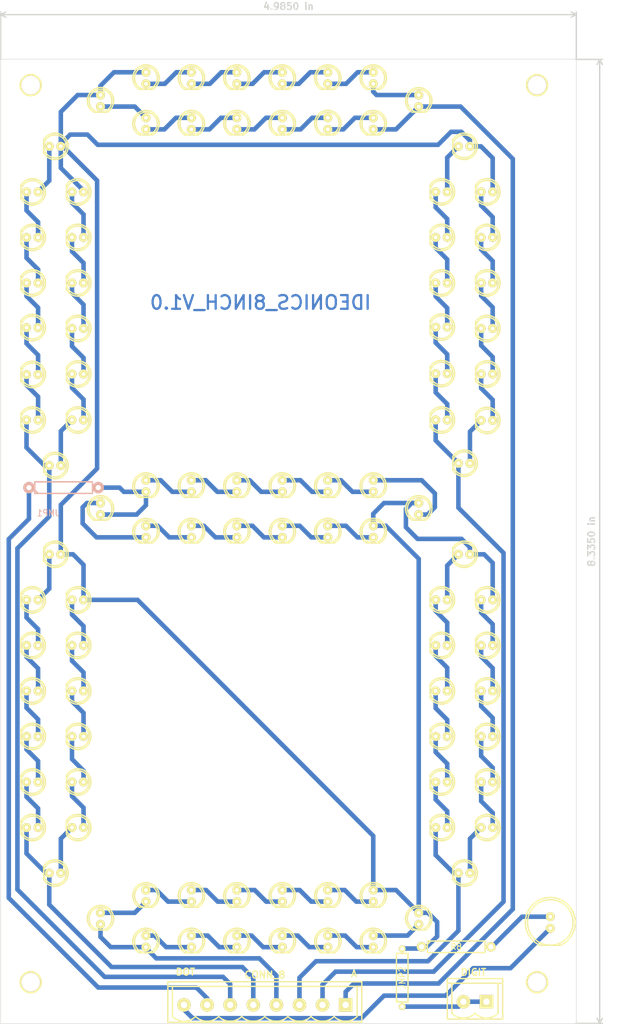
<source format=kicad_pcb>
(kicad_pcb (version 3) (host pcbnew "(2013-07-07 BZR 4022)-stable")

  (general
    (links 118)
    (no_connects 0)
    (area 28.905999 28.778999 155.625001 240.715001)
    (thickness 1.6)
    (drawings 14)
    (tracks 382)
    (zones 0)
    (modules 108)
    (nets 97)
  )

  (page A3)
  (layers
    (15 F.Cu signal)
    (0 B.Cu signal)
    (16 B.Adhes user)
    (17 F.Adhes user)
    (18 B.Paste user)
    (19 F.Paste user)
    (20 B.SilkS user)
    (21 F.SilkS user)
    (22 B.Mask user)
    (23 F.Mask user)
    (24 Dwgs.User user)
    (25 Cmts.User user)
    (26 Eco1.User user)
    (27 Eco2.User user)
    (28 Edge.Cuts user)
  )

  (setup
    (last_trace_width 1)
    (trace_clearance 0.254)
    (zone_clearance 0.508)
    (zone_45_only no)
    (trace_min 0.254)
    (segment_width 0.2)
    (edge_width 0.1)
    (via_size 0.889)
    (via_drill 0.635)
    (via_min_size 0.889)
    (via_min_drill 0.508)
    (uvia_size 0.508)
    (uvia_drill 0.127)
    (uvias_allowed no)
    (uvia_min_size 0.508)
    (uvia_min_drill 0.127)
    (pcb_text_width 0.3)
    (pcb_text_size 1.5 1.5)
    (mod_edge_width 0.15)
    (mod_text_size 1 1)
    (mod_text_width 0.15)
    (pad_size 4.064 4.064)
    (pad_drill 4)
    (pad_to_mask_clearance 0)
    (aux_axis_origin 0 0)
    (visible_elements 7FFFFFFF)
    (pcbplotparams
      (layerselection 272400385)
      (usegerberextensions true)
      (excludeedgelayer true)
      (linewidth 0.150000)
      (plotframeref false)
      (viasonmask false)
      (mode 1)
      (useauxorigin false)
      (hpglpennumber 1)
      (hpglpenspeed 20)
      (hpglpendiameter 15)
      (hpglpenoverlay 2)
      (psnegative false)
      (psa4output false)
      (plotreference true)
      (plotvalue true)
      (plotothertext true)
      (plotinvisibletext false)
      (padsonsilk false)
      (subtractmaskfromsilk false)
      (outputformat 1)
      (mirror false)
      (drillshape 0)
      (scaleselection 1)
      (outputdirectory Ideonics_8Inch_V1.0_Gerber/))
  )

  (net 0 "")
  (net 1 /A)
  (net 2 /CA1)
  (net 3 /DOT)
  (net 4 /G)
  (net 5 "/SEG A")
  (net 6 "/SEG B")
  (net 7 "/SEG C")
  (net 8 "/SEG D")
  (net 9 "/SEG E")
  (net 10 "/SEG F")
  (net 11 "/SEG G")
  (net 12 N-000001)
  (net 13 N-0000010)
  (net 14 N-0000011)
  (net 15 N-0000012)
  (net 16 N-0000013)
  (net 17 N-0000014)
  (net 18 N-0000015)
  (net 19 N-0000016)
  (net 20 N-0000017)
  (net 21 N-0000018)
  (net 22 N-0000019)
  (net 23 N-000002)
  (net 24 N-0000020)
  (net 25 N-0000021)
  (net 26 N-0000022)
  (net 27 N-0000023)
  (net 28 N-0000024)
  (net 29 N-0000025)
  (net 30 N-0000026)
  (net 31 N-0000027)
  (net 32 N-0000028)
  (net 33 N-0000029)
  (net 34 N-000003)
  (net 35 N-0000030)
  (net 36 N-0000031)
  (net 37 N-0000032)
  (net 38 N-0000033)
  (net 39 N-0000034)
  (net 40 N-0000035)
  (net 41 N-0000036)
  (net 42 N-0000037)
  (net 43 N-0000038)
  (net 44 N-0000039)
  (net 45 N-000004)
  (net 46 N-0000040)
  (net 47 N-0000041)
  (net 48 N-0000042)
  (net 49 N-0000043)
  (net 50 N-0000044)
  (net 51 N-0000045)
  (net 52 N-0000046)
  (net 53 N-0000047)
  (net 54 N-0000048)
  (net 55 N-0000049)
  (net 56 N-000005)
  (net 57 N-0000050)
  (net 58 N-0000051)
  (net 59 N-0000052)
  (net 60 N-0000053)
  (net 61 N-0000054)
  (net 62 N-0000055)
  (net 63 N-0000056)
  (net 64 N-0000057)
  (net 65 N-0000058)
  (net 66 N-0000059)
  (net 67 N-000006)
  (net 68 N-0000060)
  (net 69 N-0000061)
  (net 70 N-0000062)
  (net 71 N-0000063)
  (net 72 N-0000064)
  (net 73 N-0000065)
  (net 74 N-0000066)
  (net 75 N-0000067)
  (net 76 N-0000069)
  (net 77 N-000007)
  (net 78 N-0000070)
  (net 79 N-0000071)
  (net 80 N-0000072)
  (net 81 N-0000075)
  (net 82 N-0000076)
  (net 83 N-0000077)
  (net 84 N-0000078)
  (net 85 N-0000079)
  (net 86 N-000008)
  (net 87 N-0000080)
  (net 88 N-0000081)
  (net 89 N-0000082)
  (net 90 N-0000083)
  (net 91 N-0000084)
  (net 92 N-0000085)
  (net 93 N-0000086)
  (net 94 N-0000087)
  (net 95 N-0000088)
  (net 96 N-000009)

  (net_class Default "This is the default net class."
    (clearance 0.254)
    (trace_width 1)
    (via_dia 0.889)
    (via_drill 0.635)
    (uvia_dia 0.508)
    (uvia_drill 0.127)
    (add_net "")
    (add_net /A)
    (add_net /CA1)
    (add_net /DOT)
    (add_net /G)
    (add_net "/SEG A")
    (add_net "/SEG B")
    (add_net "/SEG C")
    (add_net "/SEG D")
    (add_net "/SEG E")
    (add_net "/SEG F")
    (add_net "/SEG G")
    (add_net N-000001)
    (add_net N-0000010)
    (add_net N-0000011)
    (add_net N-0000012)
    (add_net N-0000013)
    (add_net N-0000014)
    (add_net N-0000015)
    (add_net N-0000016)
    (add_net N-0000017)
    (add_net N-0000018)
    (add_net N-0000019)
    (add_net N-000002)
    (add_net N-0000020)
    (add_net N-0000021)
    (add_net N-0000022)
    (add_net N-0000023)
    (add_net N-0000024)
    (add_net N-0000025)
    (add_net N-0000026)
    (add_net N-0000027)
    (add_net N-0000028)
    (add_net N-0000029)
    (add_net N-000003)
    (add_net N-0000030)
    (add_net N-0000031)
    (add_net N-0000032)
    (add_net N-0000033)
    (add_net N-0000034)
    (add_net N-0000035)
    (add_net N-0000036)
    (add_net N-0000037)
    (add_net N-0000038)
    (add_net N-0000039)
    (add_net N-000004)
    (add_net N-0000040)
    (add_net N-0000041)
    (add_net N-0000042)
    (add_net N-0000043)
    (add_net N-0000044)
    (add_net N-0000045)
    (add_net N-0000046)
    (add_net N-0000047)
    (add_net N-0000048)
    (add_net N-0000049)
    (add_net N-000005)
    (add_net N-0000050)
    (add_net N-0000051)
    (add_net N-0000052)
    (add_net N-0000053)
    (add_net N-0000054)
    (add_net N-0000055)
    (add_net N-0000056)
    (add_net N-0000057)
    (add_net N-0000058)
    (add_net N-0000059)
    (add_net N-000006)
    (add_net N-0000060)
    (add_net N-0000061)
    (add_net N-0000062)
    (add_net N-0000063)
    (add_net N-0000064)
    (add_net N-0000065)
    (add_net N-0000066)
    (add_net N-0000067)
    (add_net N-0000069)
    (add_net N-000007)
    (add_net N-0000070)
    (add_net N-0000071)
    (add_net N-0000072)
    (add_net N-0000075)
    (add_net N-0000076)
    (add_net N-0000077)
    (add_net N-0000078)
    (add_net N-0000079)
    (add_net N-000008)
    (add_net N-0000080)
    (add_net N-0000081)
    (add_net N-0000082)
    (add_net N-0000083)
    (add_net N-0000084)
    (add_net N-0000085)
    (add_net N-0000086)
    (add_net N-0000087)
    (add_net N-0000088)
    (add_net N-000009)
  )

  (module led_5mm_red (layer F.Cu) (tedit 56A5DDD5) (tstamp 54A2BC21)
    (at 35.912 167.584 270)
    (descr "5mm red led")
    (tags led)
    (path /54A290A2)
    (attr virtual)
    (fp_text reference D56 (at 0 4 270) (layer F.SilkS) hide
      (effects (font (size 1 1) (thickness 0.2)))
    )
    (fp_text value LED_E (at 0 -4 270) (layer F.SilkS) hide
      (effects (font (size 1 1) (thickness 0.2)))
    )
    (fp_line (start -1.47066 2.49936) (end 1.47066 2.49936) (layer F.SilkS) (width 0.29972))
    (fp_arc (start 0 0) (end 2.4892 -1.49098) (angle 90) (layer F.SilkS) (width 0.29972))
    (fp_arc (start 0 0) (end -1.47066 2.49936) (angle 90) (layer F.SilkS) (width 0.29972))
    (fp_arc (start 0 0) (end 0 -2.90068) (angle 90) (layer F.SilkS) (width 0.29972))
    (fp_arc (start 0 0) (end -2.90068 0) (angle 90) (layer F.SilkS) (width 0.29972))
    (fp_circle (center 0 0) (end -2.49936 0) (layer F.SilkS) (width 0.29972))
    (pad 1 thru_hole circle (at 0 -1.27 270) (size 1.99898 1.99898) (drill 0.8001)
      (layers *.Cu *.Mask F.SilkS)
      (net 32 N-0000028)
    )
    (pad 2 thru_hole circle (at 0 1.27 270) (size 1.99898 1.99898) (drill 0.8001)
      (layers *.Cu *.Mask F.SilkS)
      (net 31 N-0000027)
    )
    (model walter/indicators/led_5mm_red.wrl
      (at (xyz 0 0 0))
      (scale (xyz 1 1 1))
      (rotate (xyz 0 0 0))
    )
  )

  (module led_5mm_red (layer F.Cu) (tedit 56A5EA42) (tstamp 54A2BC2D)
    (at 45.912 77.984 270)
    (descr "5mm red led")
    (tags led)
    (path /54A294B2)
    (fp_text reference D52 (at 0 4 270) (layer F.SilkS) hide
      (effects (font (size 1 1) (thickness 0.2)))
    )
    (fp_text value LED_F (at 0 -4 270) (layer F.SilkS) hide
      (effects (font (size 1 1) (thickness 0.2)))
    )
    (fp_line (start -1.47066 2.49936) (end 1.47066 2.49936) (layer F.SilkS) (width 0.29972))
    (fp_arc (start 0 0) (end 2.4892 -1.49098) (angle 90) (layer F.SilkS) (width 0.29972))
    (fp_arc (start 0 0) (end -1.47066 2.49936) (angle 90) (layer F.SilkS) (width 0.29972))
    (fp_arc (start 0 0) (end 0 -2.90068) (angle 90) (layer F.SilkS) (width 0.29972))
    (fp_arc (start 0 0) (end -2.90068 0) (angle 90) (layer F.SilkS) (width 0.29972))
    (fp_circle (center 0 0) (end -2.49936 0) (layer F.SilkS) (width 0.29972))
    (pad 1 thru_hole circle (at 0 -1.27 270) (size 1.99898 1.99898) (drill 0.8001)
      (layers *.Cu *.Mask F.SilkS)
      (net 90 N-0000083)
    )
    (pad 2 thru_hole circle (at 0 1.27 270) (size 1.99898 1.99898) (drill 0.8001)
      (layers *.Cu *.Mask F.SilkS)
      (net 24 N-0000020)
    )
    (model walter/indicators/led_5mm_red.wrl
      (at (xyz 0 0 0))
      (scale (xyz 1 1 1))
      (rotate (xyz 0 0 0))
    )
  )

  (module led_5mm_red (layer F.Cu) (tedit 56A5EA5E) (tstamp 54A2BC39)
    (at 45.912 67.984 270)
    (descr "5mm red led")
    (tags led)
    (path /54A29496)
    (fp_text reference D46 (at 0 4 270) (layer F.SilkS) hide
      (effects (font (size 1 1) (thickness 0.2)))
    )
    (fp_text value LED_F (at 0 -4 270) (layer F.SilkS) hide
      (effects (font (size 1 1) (thickness 0.2)))
    )
    (fp_line (start -1.47066 2.49936) (end 1.47066 2.49936) (layer F.SilkS) (width 0.29972))
    (fp_arc (start 0 0) (end 2.4892 -1.49098) (angle 90) (layer F.SilkS) (width 0.29972))
    (fp_arc (start 0 0) (end -1.47066 2.49936) (angle 90) (layer F.SilkS) (width 0.29972))
    (fp_arc (start 0 0) (end 0 -2.90068) (angle 90) (layer F.SilkS) (width 0.29972))
    (fp_arc (start 0 0) (end -2.90068 0) (angle 90) (layer F.SilkS) (width 0.29972))
    (fp_circle (center 0 0) (end -2.49936 0) (layer F.SilkS) (width 0.29972))
    (pad 1 thru_hole circle (at 0 -1.27 270) (size 1.99898 1.99898) (drill 0.8001)
      (layers *.Cu *.Mask F.SilkS)
      (net 91 N-0000084)
    )
    (pad 2 thru_hole circle (at 0 1.27 270) (size 1.99898 1.99898) (drill 0.8001)
      (layers *.Cu *.Mask F.SilkS)
      (net 90 N-0000083)
    )
    (model walter/indicators/led_5mm_red.wrl
      (at (xyz 0 0 0))
      (scale (xyz 1 1 1))
      (rotate (xyz 0 0 0))
    )
  )

  (module led_5mm_red (layer F.Cu) (tedit 56A5DDEE) (tstamp 54A2BC45)
    (at 40.912 207.584 270)
    (descr "5mm red led")
    (tags led)
    (path /54A290CC)
    (fp_text reference D68 (at 0 4 270) (layer F.SilkS) hide
      (effects (font (size 1 1) (thickness 0.2)))
    )
    (fp_text value LED_E (at 0 -4 270) (layer F.SilkS) hide
      (effects (font (size 1 1) (thickness 0.2)))
    )
    (fp_line (start -1.47066 2.49936) (end 1.47066 2.49936) (layer F.SilkS) (width 0.29972))
    (fp_arc (start 0 0) (end 2.4892 -1.49098) (angle 90) (layer F.SilkS) (width 0.29972))
    (fp_arc (start 0 0) (end -1.47066 2.49936) (angle 90) (layer F.SilkS) (width 0.29972))
    (fp_arc (start 0 0) (end 0 -2.90068) (angle 90) (layer F.SilkS) (width 0.29972))
    (fp_arc (start 0 0) (end -2.90068 0) (angle 90) (layer F.SilkS) (width 0.29972))
    (fp_circle (center 0 0) (end -2.49936 0) (layer F.SilkS) (width 0.29972))
    (pad 1 thru_hole circle (at 0 -1.27 270) (size 1.99898 1.99898) (drill 0.8001)
      (layers *.Cu *.Mask F.SilkS)
      (net 92 N-0000085)
    )
    (pad 2 thru_hole circle (at 0 1.27 270) (size 1.99898 1.99898) (drill 0.8001)
      (layers *.Cu *.Mask F.SilkS)
      (net 9 "/SEG E")
    )
    (model walter/indicators/led_5mm_red.wrl
      (at (xyz 0 0 0))
      (scale (xyz 1 1 1))
      (rotate (xyz 0 0 0))
    )
  )

  (module led_5mm_red (layer F.Cu) (tedit 56A5DE1A) (tstamp 54A2BC51)
    (at 40.912 137.584 270)
    (descr "5mm red led")
    (tags led)
    (path /54A290C6)
    (fp_text reference D41 (at 0 4 270) (layer F.SilkS) hide
      (effects (font (size 1 1) (thickness 0.2)))
    )
    (fp_text value LED_E (at 0 -4 270) (layer F.SilkS) hide
      (effects (font (size 1 1) (thickness 0.2)))
    )
    (fp_line (start -1.47066 2.49936) (end 1.47066 2.49936) (layer F.SilkS) (width 0.29972))
    (fp_arc (start 0 0) (end 2.4892 -1.49098) (angle 90) (layer F.SilkS) (width 0.29972))
    (fp_arc (start 0 0) (end -1.47066 2.49936) (angle 90) (layer F.SilkS) (width 0.29972))
    (fp_arc (start 0 0) (end 0 -2.90068) (angle 90) (layer F.SilkS) (width 0.29972))
    (fp_arc (start 0 0) (end -2.90068 0) (angle 90) (layer F.SilkS) (width 0.29972))
    (fp_circle (center 0 0) (end -2.49936 0) (layer F.SilkS) (width 0.29972))
    (pad 1 thru_hole circle (at 0 -1.27 270) (size 1.99898 1.99898) (drill 0.8001)
      (layers *.Cu *.Mask F.SilkS)
      (net 1 /A)
    )
    (pad 2 thru_hole circle (at 0 1.27 270) (size 1.99898 1.99898) (drill 0.8001)
      (layers *.Cu *.Mask F.SilkS)
      (net 37 N-0000032)
    )
    (model walter/indicators/led_5mm_red.wrl
      (at (xyz 0 0 0))
      (scale (xyz 1 1 1))
      (rotate (xyz 0 0 0))
    )
  )

  (module led_5mm_red (layer F.Cu) (tedit 56A5DDDD) (tstamp 54A2BC5D)
    (at 45.912 177.584 270)
    (descr "5mm red led")
    (tags led)
    (path /54A290C0)
    (fp_text reference D63 (at 0 4 270) (layer F.SilkS) hide
      (effects (font (size 1 1) (thickness 0.2)))
    )
    (fp_text value LED_E (at 0 -4 270) (layer F.SilkS) hide
      (effects (font (size 1 1) (thickness 0.2)))
    )
    (fp_line (start -1.47066 2.49936) (end 1.47066 2.49936) (layer F.SilkS) (width 0.29972))
    (fp_arc (start 0 0) (end 2.4892 -1.49098) (angle 90) (layer F.SilkS) (width 0.29972))
    (fp_arc (start 0 0) (end -1.47066 2.49936) (angle 90) (layer F.SilkS) (width 0.29972))
    (fp_arc (start 0 0) (end 0 -2.90068) (angle 90) (layer F.SilkS) (width 0.29972))
    (fp_arc (start 0 0) (end -2.90068 0) (angle 90) (layer F.SilkS) (width 0.29972))
    (fp_circle (center 0 0) (end -2.49936 0) (layer F.SilkS) (width 0.29972))
    (pad 1 thru_hole circle (at 0 -1.27 270) (size 1.99898 1.99898) (drill 0.8001)
      (layers *.Cu *.Mask F.SilkS)
      (net 30 N-0000026)
    )
    (pad 2 thru_hole circle (at 0 1.27 270) (size 1.99898 1.99898) (drill 0.8001)
      (layers *.Cu *.Mask F.SilkS)
      (net 93 N-0000086)
    )
    (model walter/indicators/led_5mm_red.wrl
      (at (xyz 0 0 0))
      (scale (xyz 1 1 1))
      (rotate (xyz 0 0 0))
    )
  )

  (module led_5mm_red (layer F.Cu) (tedit 56A5DDD2) (tstamp 54A2BC69)
    (at 45.912 167.584 270)
    (descr "5mm red led")
    (tags led)
    (path /54A290BA)
    (fp_text reference D57 (at 0 4 270) (layer F.SilkS) hide
      (effects (font (size 1 1) (thickness 0.2)))
    )
    (fp_text value LED_E (at 0 -4 270) (layer F.SilkS) hide
      (effects (font (size 1 1) (thickness 0.2)))
    )
    (fp_line (start -1.47066 2.49936) (end 1.47066 2.49936) (layer F.SilkS) (width 0.29972))
    (fp_arc (start 0 0) (end 2.4892 -1.49098) (angle 90) (layer F.SilkS) (width 0.29972))
    (fp_arc (start 0 0) (end -1.47066 2.49936) (angle 90) (layer F.SilkS) (width 0.29972))
    (fp_arc (start 0 0) (end 0 -2.90068) (angle 90) (layer F.SilkS) (width 0.29972))
    (fp_arc (start 0 0) (end -2.90068 0) (angle 90) (layer F.SilkS) (width 0.29972))
    (fp_circle (center 0 0) (end -2.49936 0) (layer F.SilkS) (width 0.29972))
    (pad 1 thru_hole circle (at 0 -1.27 270) (size 1.99898 1.99898) (drill 0.8001)
      (layers *.Cu *.Mask F.SilkS)
      (net 20 N-0000017)
    )
    (pad 2 thru_hole circle (at 0 1.27 270) (size 1.99898 1.99898) (drill 0.8001)
      (layers *.Cu *.Mask F.SilkS)
      (net 30 N-0000026)
    )
    (model walter/indicators/led_5mm_red.wrl
      (at (xyz 0 0 0))
      (scale (xyz 1 1 1))
      (rotate (xyz 0 0 0))
    )
  )

  (module led_5mm_red (layer F.Cu) (tedit 56A5DDFE) (tstamp 54A2BC75)
    (at 45.912 157.584 270)
    (descr "5mm red led")
    (tags led)
    (path /54A290B4)
    (fp_text reference D51 (at 0 4 270) (layer F.SilkS) hide
      (effects (font (size 1 1) (thickness 0.2)))
    )
    (fp_text value LED_E (at 0 -4 270) (layer F.SilkS) hide
      (effects (font (size 1 1) (thickness 0.2)))
    )
    (fp_line (start -1.47066 2.49936) (end 1.47066 2.49936) (layer F.SilkS) (width 0.29972))
    (fp_arc (start 0 0) (end 2.4892 -1.49098) (angle 90) (layer F.SilkS) (width 0.29972))
    (fp_arc (start 0 0) (end -1.47066 2.49936) (angle 90) (layer F.SilkS) (width 0.29972))
    (fp_arc (start 0 0) (end 0 -2.90068) (angle 90) (layer F.SilkS) (width 0.29972))
    (fp_arc (start 0 0) (end -2.90068 0) (angle 90) (layer F.SilkS) (width 0.29972))
    (fp_circle (center 0 0) (end -2.49936 0) (layer F.SilkS) (width 0.29972))
    (pad 1 thru_hole circle (at 0 -1.27 270) (size 1.99898 1.99898) (drill 0.8001)
      (layers *.Cu *.Mask F.SilkS)
      (net 35 N-0000030)
    )
    (pad 2 thru_hole circle (at 0 1.27 270) (size 1.99898 1.99898) (drill 0.8001)
      (layers *.Cu *.Mask F.SilkS)
      (net 20 N-0000017)
    )
    (model walter/indicators/led_5mm_red.wrl
      (at (xyz 0 0 0))
      (scale (xyz 1 1 1))
      (rotate (xyz 0 0 0))
    )
  )

  (module led_5mm_red (layer F.Cu) (tedit 56A5DE11) (tstamp 54A3B036)
    (at 45.912 147.584 270)
    (descr "5mm red led")
    (tags led)
    (path /54A290AE)
    (fp_text reference D45 (at 0 4 270) (layer F.SilkS) hide
      (effects (font (size 1 1) (thickness 0.2)))
    )
    (fp_text value LED_E (at 0 -4 270) (layer F.SilkS) hide
      (effects (font (size 1 1) (thickness 0.2)))
    )
    (fp_line (start -1.47066 2.49936) (end 1.47066 2.49936) (layer F.SilkS) (width 0.29972))
    (fp_arc (start 0 0) (end 2.4892 -1.49098) (angle 90) (layer F.SilkS) (width 0.29972))
    (fp_arc (start 0 0) (end -1.47066 2.49936) (angle 90) (layer F.SilkS) (width 0.29972))
    (fp_arc (start 0 0) (end 0 -2.90068) (angle 90) (layer F.SilkS) (width 0.29972))
    (fp_arc (start 0 0) (end -2.90068 0) (angle 90) (layer F.SilkS) (width 0.29972))
    (fp_circle (center 0 0) (end -2.49936 0) (layer F.SilkS) (width 0.29972))
    (pad 1 thru_hole circle (at 0 -1.27 270) (size 1.99898 1.99898) (drill 0.8001)
      (layers *.Cu *.Mask F.SilkS)
      (net 1 /A)
    )
    (pad 2 thru_hole circle (at 0 1.27 270) (size 1.99898 1.99898) (drill 0.8001)
      (layers *.Cu *.Mask F.SilkS)
      (net 35 N-0000030)
    )
    (model walter/indicators/led_5mm_red.wrl
      (at (xyz 0 0 0))
      (scale (xyz 1 1 1))
      (rotate (xyz 0 0 0))
    )
  )

  (module led_5mm_red (layer F.Cu) (tedit 56A5DDDA) (tstamp 54A2BC8D)
    (at 35.912 177.584 270)
    (descr "5mm red led")
    (tags led)
    (path /54A290A8)
    (fp_text reference D62 (at 0 4 270) (layer F.SilkS) hide
      (effects (font (size 1 1) (thickness 0.2)))
    )
    (fp_text value LED_E (at 0 -4 270) (layer F.SilkS) hide
      (effects (font (size 1 1) (thickness 0.2)))
    )
    (fp_line (start -1.47066 2.49936) (end 1.47066 2.49936) (layer F.SilkS) (width 0.29972))
    (fp_arc (start 0 0) (end 2.4892 -1.49098) (angle 90) (layer F.SilkS) (width 0.29972))
    (fp_arc (start 0 0) (end -1.47066 2.49936) (angle 90) (layer F.SilkS) (width 0.29972))
    (fp_arc (start 0 0) (end 0 -2.90068) (angle 90) (layer F.SilkS) (width 0.29972))
    (fp_arc (start 0 0) (end -2.90068 0) (angle 90) (layer F.SilkS) (width 0.29972))
    (fp_circle (center 0 0) (end -2.49936 0) (layer F.SilkS) (width 0.29972))
    (pad 1 thru_hole circle (at 0 -1.27 270) (size 1.99898 1.99898) (drill 0.8001)
      (layers *.Cu *.Mask F.SilkS)
      (net 31 N-0000027)
    )
    (pad 2 thru_hole circle (at 0 1.27 270) (size 1.99898 1.99898) (drill 0.8001)
      (layers *.Cu *.Mask F.SilkS)
      (net 29 N-0000025)
    )
    (model walter/indicators/led_5mm_red.wrl
      (at (xyz 0 0 0))
      (scale (xyz 1 1 1))
      (rotate (xyz 0 0 0))
    )
  )

  (module led_5mm_red (layer F.Cu) (tedit 56A5EA1F) (tstamp 54A2BC99)
    (at 45.912 97.984 270)
    (descr "5mm red led")
    (tags led)
    (path /54A294BE)
    (fp_text reference D64 (at 0 4 270) (layer F.SilkS) hide
      (effects (font (size 1 1) (thickness 0.2)))
    )
    (fp_text value LED_F (at 0 -4 270) (layer F.SilkS) hide
      (effects (font (size 1 1) (thickness 0.2)))
    )
    (fp_line (start -1.47066 2.49936) (end 1.47066 2.49936) (layer F.SilkS) (width 0.29972))
    (fp_arc (start 0 0) (end 2.4892 -1.49098) (angle 90) (layer F.SilkS) (width 0.29972))
    (fp_arc (start 0 0) (end -1.47066 2.49936) (angle 90) (layer F.SilkS) (width 0.29972))
    (fp_arc (start 0 0) (end 0 -2.90068) (angle 90) (layer F.SilkS) (width 0.29972))
    (fp_arc (start 0 0) (end -2.90068 0) (angle 90) (layer F.SilkS) (width 0.29972))
    (fp_circle (center 0 0) (end -2.49936 0) (layer F.SilkS) (width 0.29972))
    (pad 1 thru_hole circle (at 0 -1.27 270) (size 1.99898 1.99898) (drill 0.8001)
      (layers *.Cu *.Mask F.SilkS)
      (net 25 N-0000021)
    )
    (pad 2 thru_hole circle (at 0 1.27 270) (size 1.99898 1.99898) (drill 0.8001)
      (layers *.Cu *.Mask F.SilkS)
      (net 28 N-0000024)
    )
    (model walter/indicators/led_5mm_red.wrl
      (at (xyz 0 0 0))
      (scale (xyz 1 1 1))
      (rotate (xyz 0 0 0))
    )
  )

  (module led_5mm_red (layer F.Cu) (tedit 56A5DE07) (tstamp 54A3DA43)
    (at 35.912 157.584 270)
    (descr "5mm red led")
    (tags led)
    (path /54A2909C)
    (fp_text reference D50 (at 0 4 270) (layer F.SilkS) hide
      (effects (font (size 1 1) (thickness 0.2)))
    )
    (fp_text value LED_E (at 0 -4 270) (layer F.SilkS) hide
      (effects (font (size 1 1) (thickness 0.2)))
    )
    (fp_line (start -1.47066 2.49936) (end 1.47066 2.49936) (layer F.SilkS) (width 0.29972))
    (fp_arc (start 0 0) (end 2.4892 -1.49098) (angle 90) (layer F.SilkS) (width 0.29972))
    (fp_arc (start 0 0) (end -1.47066 2.49936) (angle 90) (layer F.SilkS) (width 0.29972))
    (fp_arc (start 0 0) (end 0 -2.90068) (angle 90) (layer F.SilkS) (width 0.29972))
    (fp_arc (start 0 0) (end -2.90068 0) (angle 90) (layer F.SilkS) (width 0.29972))
    (fp_circle (center 0 0) (end -2.49936 0) (layer F.SilkS) (width 0.29972))
    (pad 1 thru_hole circle (at 0 -1.27 270) (size 1.99898 1.99898) (drill 0.8001)
      (layers *.Cu *.Mask F.SilkS)
      (net 36 N-0000031)
    )
    (pad 2 thru_hole circle (at 0 1.27 270) (size 1.99898 1.99898) (drill 0.8001)
      (layers *.Cu *.Mask F.SilkS)
      (net 32 N-0000028)
    )
    (model walter/indicators/led_5mm_red.wrl
      (at (xyz 0 0 0))
      (scale (xyz 1 1 1))
      (rotate (xyz 0 0 0))
    )
  )

  (module led_5mm_red (layer F.Cu) (tedit 56A5DE14) (tstamp 54A3CB7C)
    (at 35.912 147.584 270)
    (descr "5mm red led")
    (tags led)
    (path /54A2908A)
    (fp_text reference D44 (at 0 4 270) (layer F.SilkS) hide
      (effects (font (size 1 1) (thickness 0.2)))
    )
    (fp_text value LED_E (at 0 -4 270) (layer F.SilkS) hide
      (effects (font (size 1 1) (thickness 0.2)))
    )
    (fp_line (start -1.47066 2.49936) (end 1.47066 2.49936) (layer F.SilkS) (width 0.29972))
    (fp_arc (start 0 0) (end 2.4892 -1.49098) (angle 90) (layer F.SilkS) (width 0.29972))
    (fp_arc (start 0 0) (end -1.47066 2.49936) (angle 90) (layer F.SilkS) (width 0.29972))
    (fp_arc (start 0 0) (end 0 -2.90068) (angle 90) (layer F.SilkS) (width 0.29972))
    (fp_arc (start 0 0) (end -2.90068 0) (angle 90) (layer F.SilkS) (width 0.29972))
    (fp_circle (center 0 0) (end -2.49936 0) (layer F.SilkS) (width 0.29972))
    (pad 1 thru_hole circle (at 0 -1.27 270) (size 1.99898 1.99898) (drill 0.8001)
      (layers *.Cu *.Mask F.SilkS)
      (net 37 N-0000032)
    )
    (pad 2 thru_hole circle (at 0 1.27 270) (size 1.99898 1.99898) (drill 0.8001)
      (layers *.Cu *.Mask F.SilkS)
      (net 36 N-0000031)
    )
    (model walter/indicators/led_5mm_red.wrl
      (at (xyz 0 0 0))
      (scale (xyz 1 1 1))
      (rotate (xyz 0 0 0))
    )
  )

  (module led_5mm_red (layer F.Cu) (tedit 56A5E97A) (tstamp 54A2BCBD)
    (at 120.912 37.984)
    (descr "5mm red led")
    (tags led)
    (path /54A29084)
    (fp_text reference D40 (at 0 4) (layer F.SilkS) hide
      (effects (font (size 1 1) (thickness 0.2)))
    )
    (fp_text value LED_A (at 0 -4) (layer F.SilkS) hide
      (effects (font (size 1 1) (thickness 0.2)))
    )
    (fp_line (start -1.47066 2.49936) (end 1.47066 2.49936) (layer F.SilkS) (width 0.29972))
    (fp_arc (start 0 0) (end 2.4892 -1.49098) (angle 90) (layer F.SilkS) (width 0.29972))
    (fp_arc (start 0 0) (end -1.47066 2.49936) (angle 90) (layer F.SilkS) (width 0.29972))
    (fp_arc (start 0 0) (end 0 -2.90068) (angle 90) (layer F.SilkS) (width 0.29972))
    (fp_arc (start 0 0) (end -2.90068 0) (angle 90) (layer F.SilkS) (width 0.29972))
    (fp_circle (center 0 0) (end -2.49936 0) (layer F.SilkS) (width 0.29972))
    (pad 1 thru_hole circle (at 0 -1.27) (size 1.99898 1.99898) (drill 0.8001)
      (layers *.Cu *.Mask F.SilkS)
      (net 78 N-0000070)
    )
    (pad 2 thru_hole circle (at 0 1.27) (size 1.99898 1.99898) (drill 0.8001)
      (layers *.Cu *.Mask F.SilkS)
      (net 5 "/SEG A")
    )
    (model walter/indicators/led_5mm_red.wrl
      (at (xyz 0 0 0))
      (scale (xyz 1 1 1))
      (rotate (xyz 0 0 0))
    )
  )

  (module led_5mm_red (layer F.Cu) (tedit 56A5E943) (tstamp 54A2BCC9)
    (at 60.912 32.984)
    (descr "5mm red led")
    (tags led)
    (path /54A2907E)
    (fp_text reference D6 (at 0 4) (layer F.SilkS) hide
      (effects (font (size 1 1) (thickness 0.2)))
    )
    (fp_text value LED_A (at 0 -4) (layer F.SilkS) hide
      (effects (font (size 1 1) (thickness 0.2)))
    )
    (fp_line (start -1.47066 2.49936) (end 1.47066 2.49936) (layer F.SilkS) (width 0.29972))
    (fp_arc (start 0 0) (end 2.4892 -1.49098) (angle 90) (layer F.SilkS) (width 0.29972))
    (fp_arc (start 0 0) (end -1.47066 2.49936) (angle 90) (layer F.SilkS) (width 0.29972))
    (fp_arc (start 0 0) (end 0 -2.90068) (angle 90) (layer F.SilkS) (width 0.29972))
    (fp_arc (start 0 0) (end -2.90068 0) (angle 90) (layer F.SilkS) (width 0.29972))
    (fp_circle (center 0 0) (end -2.49936 0) (layer F.SilkS) (width 0.29972))
    (pad 1 thru_hole circle (at 0 -1.27) (size 1.99898 1.99898) (drill 0.8001)
      (layers *.Cu *.Mask F.SilkS)
      (net 1 /A)
    )
    (pad 2 thru_hole circle (at 0 1.27) (size 1.99898 1.99898) (drill 0.8001)
      (layers *.Cu *.Mask F.SilkS)
      (net 71 N-0000063)
    )
    (model walter/indicators/led_5mm_red.wrl
      (at (xyz 0 0 0))
      (scale (xyz 1 1 1))
      (rotate (xyz 0 0 0))
    )
  )

  (module led_5mm_red (layer F.Cu) (tedit 56A5E93D) (tstamp 54A2BCD5)
    (at 50.912 37.984)
    (descr "5mm red led")
    (tags led)
    (path /54A28822)
    (fp_text reference D1 (at 0 4) (layer F.SilkS) hide
      (effects (font (size 1 1) (thickness 0.2)))
    )
    (fp_text value LED_A (at 0 -4) (layer F.SilkS) hide
      (effects (font (size 1 1) (thickness 0.2)))
    )
    (fp_line (start -1.47066 2.49936) (end 1.47066 2.49936) (layer F.SilkS) (width 0.29972))
    (fp_arc (start 0 0) (end 2.4892 -1.49098) (angle 90) (layer F.SilkS) (width 0.29972))
    (fp_arc (start 0 0) (end -1.47066 2.49936) (angle 90) (layer F.SilkS) (width 0.29972))
    (fp_arc (start 0 0) (end 0 -2.90068) (angle 90) (layer F.SilkS) (width 0.29972))
    (fp_arc (start 0 0) (end -2.90068 0) (angle 90) (layer F.SilkS) (width 0.29972))
    (fp_circle (center 0 0) (end -2.49936 0) (layer F.SilkS) (width 0.29972))
    (pad 1 thru_hole circle (at 0 -1.27) (size 1.99898 1.99898) (drill 0.8001)
      (layers *.Cu *.Mask F.SilkS)
      (net 1 /A)
    )
    (pad 2 thru_hole circle (at 0 1.27) (size 1.99898 1.99898) (drill 0.8001)
      (layers *.Cu *.Mask F.SilkS)
      (net 72 N-0000064)
    )
    (model walter/indicators/led_5mm_red.wrl
      (at (xyz 0 0 0))
      (scale (xyz 1 1 1))
      (rotate (xyz 0 0 0))
    )
  )

  (module led_5mm_red (layer F.Cu) (tedit 56A5E952) (tstamp 54A2BCE1)
    (at 80.912 32.984)
    (descr "5mm red led")
    (tags led)
    (path /54A29072)
    (fp_text reference D22 (at 0 4) (layer F.SilkS) hide
      (effects (font (size 1 1) (thickness 0.2)))
    )
    (fp_text value LED_A (at 0 -4) (layer F.SilkS) hide
      (effects (font (size 1 1) (thickness 0.2)))
    )
    (fp_line (start -1.47066 2.49936) (end 1.47066 2.49936) (layer F.SilkS) (width 0.29972))
    (fp_arc (start 0 0) (end 2.4892 -1.49098) (angle 90) (layer F.SilkS) (width 0.29972))
    (fp_arc (start 0 0) (end -1.47066 2.49936) (angle 90) (layer F.SilkS) (width 0.29972))
    (fp_arc (start 0 0) (end 0 -2.90068) (angle 90) (layer F.SilkS) (width 0.29972))
    (fp_arc (start 0 0) (end -2.90068 0) (angle 90) (layer F.SilkS) (width 0.29972))
    (fp_circle (center 0 0) (end -2.49936 0) (layer F.SilkS) (width 0.29972))
    (pad 1 thru_hole circle (at 0 -1.27) (size 1.99898 1.99898) (drill 0.8001)
      (layers *.Cu *.Mask F.SilkS)
      (net 68 N-0000060)
    )
    (pad 2 thru_hole circle (at 0 1.27) (size 1.99898 1.99898) (drill 0.8001)
      (layers *.Cu *.Mask F.SilkS)
      (net 55 N-0000049)
    )
    (model walter/indicators/led_5mm_red.wrl
      (at (xyz 0 0 0))
      (scale (xyz 1 1 1))
      (rotate (xyz 0 0 0))
    )
  )

  (module led_5mm_red (layer F.Cu) (tedit 56A5E95D) (tstamp 54A2BCED)
    (at 90.912 32.984)
    (descr "5mm red led")
    (tags led)
    (path /54A2906C)
    (fp_text reference D30 (at 0 4) (layer F.SilkS) hide
      (effects (font (size 1 1) (thickness 0.2)))
    )
    (fp_text value LED_A (at 0 -4) (layer F.SilkS) hide
      (effects (font (size 1 1) (thickness 0.2)))
    )
    (fp_line (start -1.47066 2.49936) (end 1.47066 2.49936) (layer F.SilkS) (width 0.29972))
    (fp_arc (start 0 0) (end 2.4892 -1.49098) (angle 90) (layer F.SilkS) (width 0.29972))
    (fp_arc (start 0 0) (end -1.47066 2.49936) (angle 90) (layer F.SilkS) (width 0.29972))
    (fp_arc (start 0 0) (end 0 -2.90068) (angle 90) (layer F.SilkS) (width 0.29972))
    (fp_arc (start 0 0) (end -2.90068 0) (angle 90) (layer F.SilkS) (width 0.29972))
    (fp_circle (center 0 0) (end -2.49936 0) (layer F.SilkS) (width 0.29972))
    (pad 1 thru_hole circle (at 0 -1.27) (size 1.99898 1.99898) (drill 0.8001)
      (layers *.Cu *.Mask F.SilkS)
      (net 55 N-0000049)
    )
    (pad 2 thru_hole circle (at 0 1.27) (size 1.99898 1.99898) (drill 0.8001)
      (layers *.Cu *.Mask F.SilkS)
      (net 65 N-0000058)
    )
    (model walter/indicators/led_5mm_red.wrl
      (at (xyz 0 0 0))
      (scale (xyz 1 1 1))
      (rotate (xyz 0 0 0))
    )
  )

  (module led_5mm_red (layer F.Cu) (tedit 56A5E987) (tstamp 54A2BCF9)
    (at 100.912 122.584)
    (descr "5mm red led")
    (tags led)
    (path /54A29988)
    (fp_text reference D54 (at 0 4) (layer F.SilkS) hide
      (effects (font (size 1 1) (thickness 0.2)))
    )
    (fp_text value LED_G (at 0 -4) (layer F.SilkS) hide
      (effects (font (size 1 1) (thickness 0.2)))
    )
    (fp_line (start -1.47066 2.49936) (end 1.47066 2.49936) (layer F.SilkS) (width 0.29972))
    (fp_arc (start 0 0) (end 2.4892 -1.49098) (angle 90) (layer F.SilkS) (width 0.29972))
    (fp_arc (start 0 0) (end -1.47066 2.49936) (angle 90) (layer F.SilkS) (width 0.29972))
    (fp_arc (start 0 0) (end 0 -2.90068) (angle 90) (layer F.SilkS) (width 0.29972))
    (fp_arc (start 0 0) (end -2.90068 0) (angle 90) (layer F.SilkS) (width 0.29972))
    (fp_circle (center 0 0) (end -2.49936 0) (layer F.SilkS) (width 0.29972))
    (pad 1 thru_hole circle (at 0 -1.27) (size 1.99898 1.99898) (drill 0.8001)
      (layers *.Cu *.Mask F.SilkS)
      (net 82 N-0000076)
    )
    (pad 2 thru_hole circle (at 0 1.27) (size 1.99898 1.99898) (drill 0.8001)
      (layers *.Cu *.Mask F.SilkS)
      (net 81 N-0000075)
    )
    (model walter/indicators/led_5mm_red.wrl
      (at (xyz 0 0 0))
      (scale (xyz 1 1 1))
      (rotate (xyz 0 0 0))
    )
  )

  (module led_5mm_red (layer F.Cu) (tedit 56A5E123) (tstamp 54A2BD05)
    (at 50.912 127.584)
    (descr "5mm red led")
    (tags led)
    (path /54A299B8)
    (fp_text reference D70 (at 0 4) (layer F.SilkS) hide
      (effects (font (size 1 1) (thickness 0.2)))
    )
    (fp_text value LED_G (at 0 -4) (layer F.SilkS) hide
      (effects (font (size 1 1) (thickness 0.2)))
    )
    (fp_line (start -1.47066 2.49936) (end 1.47066 2.49936) (layer F.SilkS) (width 0.29972))
    (fp_arc (start 0 0) (end 2.4892 -1.49098) (angle 90) (layer F.SilkS) (width 0.29972))
    (fp_arc (start 0 0) (end -1.47066 2.49936) (angle 90) (layer F.SilkS) (width 0.29972))
    (fp_arc (start 0 0) (end 0 -2.90068) (angle 90) (layer F.SilkS) (width 0.29972))
    (fp_arc (start 0 0) (end -2.90068 0) (angle 90) (layer F.SilkS) (width 0.29972))
    (fp_circle (center 0 0) (end -2.49936 0) (layer F.SilkS) (width 0.29972))
    (pad 1 thru_hole circle (at 0 -1.27) (size 1.99898 1.99898) (drill 0.8001)
      (layers *.Cu *.Mask F.SilkS)
      (net 79 N-0000071)
    )
    (pad 2 thru_hole circle (at 0 1.27) (size 1.99898 1.99898) (drill 0.8001)
      (layers *.Cu *.Mask F.SilkS)
      (net 4 /G)
    )
    (model walter/indicators/led_5mm_red.wrl
      (at (xyz 0 0 0))
      (scale (xyz 1 1 1))
      (rotate (xyz 0 0 0))
    )
  )

  (module led_5mm_red (layer F.Cu) (tedit 56A5E99A) (tstamp 54A2BD11)
    (at 120.912 127.584)
    (descr "5mm red led")
    (tags led)
    (path /54A299B2)
    (fp_text reference D43 (at 0 4) (layer F.SilkS) hide
      (effects (font (size 1 1) (thickness 0.2)))
    )
    (fp_text value LED_G (at 0 -4) (layer F.SilkS) hide
      (effects (font (size 1 1) (thickness 0.2)))
    )
    (fp_line (start -1.47066 2.49936) (end 1.47066 2.49936) (layer F.SilkS) (width 0.29972))
    (fp_arc (start 0 0) (end 2.4892 -1.49098) (angle 90) (layer F.SilkS) (width 0.29972))
    (fp_arc (start 0 0) (end -1.47066 2.49936) (angle 90) (layer F.SilkS) (width 0.29972))
    (fp_arc (start 0 0) (end 0 -2.90068) (angle 90) (layer F.SilkS) (width 0.29972))
    (fp_arc (start 0 0) (end -2.90068 0) (angle 90) (layer F.SilkS) (width 0.29972))
    (fp_circle (center 0 0) (end -2.49936 0) (layer F.SilkS) (width 0.29972))
    (pad 1 thru_hole circle (at 0 -1.27) (size 1.99898 1.99898) (drill 0.8001)
      (layers *.Cu *.Mask F.SilkS)
      (net 1 /A)
    )
    (pad 2 thru_hole circle (at 0 1.27) (size 1.99898 1.99898) (drill 0.8001)
      (layers *.Cu *.Mask F.SilkS)
      (net 83 N-0000077)
    )
    (model walter/indicators/led_5mm_red.wrl
      (at (xyz 0 0 0))
      (scale (xyz 1 1 1))
      (rotate (xyz 0 0 0))
    )
  )

  (module led_5mm_red (layer F.Cu) (tedit 56A5E993) (tstamp 54A2BD1D)
    (at 110.912 132.584)
    (descr "5mm red led")
    (tags led)
    (path /54A299AC)
    (fp_text reference D49 (at 0 4) (layer F.SilkS) hide
      (effects (font (size 1 1) (thickness 0.2)))
    )
    (fp_text value LED_G (at 0 -4) (layer F.SilkS) hide
      (effects (font (size 1 1) (thickness 0.2)))
    )
    (fp_line (start -1.47066 2.49936) (end 1.47066 2.49936) (layer F.SilkS) (width 0.29972))
    (fp_arc (start 0 0) (end 2.4892 -1.49098) (angle 90) (layer F.SilkS) (width 0.29972))
    (fp_arc (start 0 0) (end -1.47066 2.49936) (angle 90) (layer F.SilkS) (width 0.29972))
    (fp_arc (start 0 0) (end 0 -2.90068) (angle 90) (layer F.SilkS) (width 0.29972))
    (fp_arc (start 0 0) (end -2.90068 0) (angle 90) (layer F.SilkS) (width 0.29972))
    (fp_circle (center 0 0) (end -2.49936 0) (layer F.SilkS) (width 0.29972))
    (pad 1 thru_hole circle (at 0 -1.27) (size 1.99898 1.99898) (drill 0.8001)
      (layers *.Cu *.Mask F.SilkS)
      (net 1 /A)
    )
    (pad 2 thru_hole circle (at 0 1.27) (size 1.99898 1.99898) (drill 0.8001)
      (layers *.Cu *.Mask F.SilkS)
      (net 84 N-0000078)
    )
    (model walter/indicators/led_5mm_red.wrl
      (at (xyz 0 0 0))
      (scale (xyz 1 1 1))
      (rotate (xyz 0 0 0))
    )
  )

  (module led_5mm_red (layer F.Cu) (tedit 56A5E989) (tstamp 54A2BD29)
    (at 100.912 132.584)
    (descr "5mm red led")
    (tags led)
    (path /54A299A6)
    (fp_text reference D55 (at 0 4) (layer F.SilkS) hide
      (effects (font (size 1 1) (thickness 0.2)))
    )
    (fp_text value LED_G (at 0 -4) (layer F.SilkS) hide
      (effects (font (size 1 1) (thickness 0.2)))
    )
    (fp_line (start -1.47066 2.49936) (end 1.47066 2.49936) (layer F.SilkS) (width 0.29972))
    (fp_arc (start 0 0) (end 2.4892 -1.49098) (angle 90) (layer F.SilkS) (width 0.29972))
    (fp_arc (start 0 0) (end -1.47066 2.49936) (angle 90) (layer F.SilkS) (width 0.29972))
    (fp_arc (start 0 0) (end 0 -2.90068) (angle 90) (layer F.SilkS) (width 0.29972))
    (fp_arc (start 0 0) (end -2.90068 0) (angle 90) (layer F.SilkS) (width 0.29972))
    (fp_circle (center 0 0) (end -2.49936 0) (layer F.SilkS) (width 0.29972))
    (pad 1 thru_hole circle (at 0 -1.27) (size 1.99898 1.99898) (drill 0.8001)
      (layers *.Cu *.Mask F.SilkS)
      (net 84 N-0000078)
    )
    (pad 2 thru_hole circle (at 0 1.27) (size 1.99898 1.99898) (drill 0.8001)
      (layers *.Cu *.Mask F.SilkS)
      (net 85 N-0000079)
    )
    (model walter/indicators/led_5mm_red.wrl
      (at (xyz 0 0 0))
      (scale (xyz 1 1 1))
      (rotate (xyz 0 0 0))
    )
  )

  (module led_5mm_red (layer F.Cu) (tedit 56A5E17D) (tstamp 54A2BD35)
    (at 90.912 132.584)
    (descr "5mm red led")
    (tags led)
    (path /54A299A0)
    (fp_text reference D61 (at 0 4) (layer F.SilkS) hide
      (effects (font (size 1 1) (thickness 0.2)))
    )
    (fp_text value LED_G (at 0 -4) (layer F.SilkS) hide
      (effects (font (size 1 1) (thickness 0.2)))
    )
    (fp_line (start -1.47066 2.49936) (end 1.47066 2.49936) (layer F.SilkS) (width 0.29972))
    (fp_arc (start 0 0) (end 2.4892 -1.49098) (angle 90) (layer F.SilkS) (width 0.29972))
    (fp_arc (start 0 0) (end -1.47066 2.49936) (angle 90) (layer F.SilkS) (width 0.29972))
    (fp_arc (start 0 0) (end 0 -2.90068) (angle 90) (layer F.SilkS) (width 0.29972))
    (fp_arc (start 0 0) (end -2.90068 0) (angle 90) (layer F.SilkS) (width 0.29972))
    (fp_circle (center 0 0) (end -2.49936 0) (layer F.SilkS) (width 0.29972))
    (pad 1 thru_hole circle (at 0 -1.27) (size 1.99898 1.99898) (drill 0.8001)
      (layers *.Cu *.Mask F.SilkS)
      (net 85 N-0000079)
    )
    (pad 2 thru_hole circle (at 0 1.27) (size 1.99898 1.99898) (drill 0.8001)
      (layers *.Cu *.Mask F.SilkS)
      (net 87 N-0000080)
    )
    (model walter/indicators/led_5mm_red.wrl
      (at (xyz 0 0 0))
      (scale (xyz 1 1 1))
      (rotate (xyz 0 0 0))
    )
  )

  (module led_5mm_red (layer F.Cu) (tedit 56A5E174) (tstamp 54A3A9EF)
    (at 80.912 132.584)
    (descr "5mm red led")
    (tags led)
    (path /54A2999A)
    (fp_text reference D67 (at 0 4) (layer F.SilkS) hide
      (effects (font (size 1 1) (thickness 0.2)))
    )
    (fp_text value LED_G (at 0 -4) (layer F.SilkS) hide
      (effects (font (size 1 1) (thickness 0.2)))
    )
    (fp_line (start -1.47066 2.49936) (end 1.47066 2.49936) (layer F.SilkS) (width 0.29972))
    (fp_arc (start 0 0) (end 2.4892 -1.49098) (angle 90) (layer F.SilkS) (width 0.29972))
    (fp_arc (start 0 0) (end -1.47066 2.49936) (angle 90) (layer F.SilkS) (width 0.29972))
    (fp_arc (start 0 0) (end 0 -2.90068) (angle 90) (layer F.SilkS) (width 0.29972))
    (fp_arc (start 0 0) (end -2.90068 0) (angle 90) (layer F.SilkS) (width 0.29972))
    (fp_circle (center 0 0) (end -2.49936 0) (layer F.SilkS) (width 0.29972))
    (pad 1 thru_hole circle (at 0 -1.27) (size 1.99898 1.99898) (drill 0.8001)
      (layers *.Cu *.Mask F.SilkS)
      (net 87 N-0000080)
    )
    (pad 2 thru_hole circle (at 0 1.27) (size 1.99898 1.99898) (drill 0.8001)
      (layers *.Cu *.Mask F.SilkS)
      (net 94 N-0000087)
    )
    (model walter/indicators/led_5mm_red.wrl
      (at (xyz 0 0 0))
      (scale (xyz 1 1 1))
      (rotate (xyz 0 0 0))
    )
  )

  (module led_5mm_red (layer F.Cu) (tedit 56A5E16E) (tstamp 54A2BD4D)
    (at 80.912 122.584)
    (descr "5mm red led")
    (tags led)
    (path /54A29994)
    (fp_text reference D66 (at 0 4) (layer F.SilkS) hide
      (effects (font (size 1 1) (thickness 0.2)))
    )
    (fp_text value LED_G (at 0 -4) (layer F.SilkS) hide
      (effects (font (size 1 1) (thickness 0.2)))
    )
    (fp_line (start -1.47066 2.49936) (end 1.47066 2.49936) (layer F.SilkS) (width 0.29972))
    (fp_arc (start 0 0) (end 2.4892 -1.49098) (angle 90) (layer F.SilkS) (width 0.29972))
    (fp_arc (start 0 0) (end -1.47066 2.49936) (angle 90) (layer F.SilkS) (width 0.29972))
    (fp_arc (start 0 0) (end 0 -2.90068) (angle 90) (layer F.SilkS) (width 0.29972))
    (fp_arc (start 0 0) (end -2.90068 0) (angle 90) (layer F.SilkS) (width 0.29972))
    (fp_circle (center 0 0) (end -2.49936 0) (layer F.SilkS) (width 0.29972))
    (pad 1 thru_hole circle (at 0 -1.27) (size 1.99898 1.99898) (drill 0.8001)
      (layers *.Cu *.Mask F.SilkS)
      (net 88 N-0000081)
    )
    (pad 2 thru_hole circle (at 0 1.27) (size 1.99898 1.99898) (drill 0.8001)
      (layers *.Cu *.Mask F.SilkS)
      (net 89 N-0000082)
    )
    (model walter/indicators/led_5mm_red.wrl
      (at (xyz 0 0 0))
      (scale (xyz 1 1 1))
      (rotate (xyz 0 0 0))
    )
  )

  (module led_5mm_red (layer F.Cu) (tedit 56A5E98C) (tstamp 54A2BD59)
    (at 90.912 122.584)
    (descr "5mm red led")
    (tags led)
    (path /54A2998E)
    (fp_text reference D60 (at 0 4) (layer F.SilkS) hide
      (effects (font (size 1 1) (thickness 0.2)))
    )
    (fp_text value LED_G (at 0 -4) (layer F.SilkS) hide
      (effects (font (size 1 1) (thickness 0.2)))
    )
    (fp_line (start -1.47066 2.49936) (end 1.47066 2.49936) (layer F.SilkS) (width 0.29972))
    (fp_arc (start 0 0) (end 2.4892 -1.49098) (angle 90) (layer F.SilkS) (width 0.29972))
    (fp_arc (start 0 0) (end -1.47066 2.49936) (angle 90) (layer F.SilkS) (width 0.29972))
    (fp_arc (start 0 0) (end 0 -2.90068) (angle 90) (layer F.SilkS) (width 0.29972))
    (fp_arc (start 0 0) (end -2.90068 0) (angle 90) (layer F.SilkS) (width 0.29972))
    (fp_circle (center 0 0) (end -2.49936 0) (layer F.SilkS) (width 0.29972))
    (pad 1 thru_hole circle (at 0 -1.27) (size 1.99898 1.99898) (drill 0.8001)
      (layers *.Cu *.Mask F.SilkS)
      (net 81 N-0000075)
    )
    (pad 2 thru_hole circle (at 0 1.27) (size 1.99898 1.99898) (drill 0.8001)
      (layers *.Cu *.Mask F.SilkS)
      (net 88 N-0000081)
    )
    (model walter/indicators/led_5mm_red.wrl
      (at (xyz 0 0 0))
      (scale (xyz 1 1 1))
      (rotate (xyz 0 0 0))
    )
  )

  (module led_5mm_red (layer F.Cu) (tedit 56A5EA2F) (tstamp 54A2BD65)
    (at 45.912 87.984 270)
    (descr "5mm red led")
    (tags led)
    (path /54A294B8)
    (fp_text reference D58 (at 0 4 270) (layer F.SilkS) hide
      (effects (font (size 1 1) (thickness 0.2)))
    )
    (fp_text value LED_F (at 0 -4 270) (layer F.SilkS) hide
      (effects (font (size 1 1) (thickness 0.2)))
    )
    (fp_line (start -1.47066 2.49936) (end 1.47066 2.49936) (layer F.SilkS) (width 0.29972))
    (fp_arc (start 0 0) (end 2.4892 -1.49098) (angle 90) (layer F.SilkS) (width 0.29972))
    (fp_arc (start 0 0) (end -1.47066 2.49936) (angle 90) (layer F.SilkS) (width 0.29972))
    (fp_arc (start 0 0) (end 0 -2.90068) (angle 90) (layer F.SilkS) (width 0.29972))
    (fp_arc (start 0 0) (end -2.90068 0) (angle 90) (layer F.SilkS) (width 0.29972))
    (fp_circle (center 0 0) (end -2.49936 0) (layer F.SilkS) (width 0.29972))
    (pad 1 thru_hole circle (at 0 -1.27 270) (size 1.99898 1.99898) (drill 0.8001)
      (layers *.Cu *.Mask F.SilkS)
      (net 24 N-0000020)
    )
    (pad 2 thru_hole circle (at 0 1.27 270) (size 1.99898 1.99898) (drill 0.8001)
      (layers *.Cu *.Mask F.SilkS)
      (net 25 N-0000021)
    )
    (model walter/indicators/led_5mm_red.wrl
      (at (xyz 0 0 0))
      (scale (xyz 1 1 1))
      (rotate (xyz 0 0 0))
    )
  )

  (module led_5mm_red (layer F.Cu) (tedit 56A5E995) (tstamp 54A3D2F3)
    (at 110.912 122.584)
    (descr "5mm red led")
    (tags led)
    (path /54A29976)
    (fp_text reference D48 (at 0 4) (layer F.SilkS) hide
      (effects (font (size 1 1) (thickness 0.2)))
    )
    (fp_text value LED_G (at 0 -4) (layer F.SilkS) hide
      (effects (font (size 1 1) (thickness 0.2)))
    )
    (fp_line (start -1.47066 2.49936) (end 1.47066 2.49936) (layer F.SilkS) (width 0.29972))
    (fp_arc (start 0 0) (end 2.4892 -1.49098) (angle 90) (layer F.SilkS) (width 0.29972))
    (fp_arc (start 0 0) (end -1.47066 2.49936) (angle 90) (layer F.SilkS) (width 0.29972))
    (fp_arc (start 0 0) (end 0 -2.90068) (angle 90) (layer F.SilkS) (width 0.29972))
    (fp_arc (start 0 0) (end -2.90068 0) (angle 90) (layer F.SilkS) (width 0.29972))
    (fp_circle (center 0 0) (end -2.49936 0) (layer F.SilkS) (width 0.29972))
    (pad 1 thru_hole circle (at 0 -1.27) (size 1.99898 1.99898) (drill 0.8001)
      (layers *.Cu *.Mask F.SilkS)
      (net 83 N-0000077)
    )
    (pad 2 thru_hole circle (at 0 1.27) (size 1.99898 1.99898) (drill 0.8001)
      (layers *.Cu *.Mask F.SilkS)
      (net 82 N-0000076)
    )
    (model walter/indicators/led_5mm_red.wrl
      (at (xyz 0 0 0))
      (scale (xyz 1 1 1))
      (rotate (xyz 0 0 0))
    )
  )

  (module led_5mm_red (layer F.Cu) (tedit 56A5EA13) (tstamp 54A3B1F2)
    (at 35.912 108.084 270)
    (descr "5mm red led")
    (tags led)
    (path /54A294E2)
    (fp_text reference D69 (at 0 4 270) (layer F.SilkS) hide
      (effects (font (size 1 1) (thickness 0.2)))
    )
    (fp_text value LED_F (at 0 -4 270) (layer F.SilkS) hide
      (effects (font (size 1 1) (thickness 0.2)))
    )
    (fp_line (start -1.47066 2.49936) (end 1.47066 2.49936) (layer F.SilkS) (width 0.29972))
    (fp_arc (start 0 0) (end 2.4892 -1.49098) (angle 90) (layer F.SilkS) (width 0.29972))
    (fp_arc (start 0 0) (end -1.47066 2.49936) (angle 90) (layer F.SilkS) (width 0.29972))
    (fp_arc (start 0 0) (end 0 -2.90068) (angle 90) (layer F.SilkS) (width 0.29972))
    (fp_arc (start 0 0) (end -2.90068 0) (angle 90) (layer F.SilkS) (width 0.29972))
    (fp_circle (center 0 0) (end -2.49936 0) (layer F.SilkS) (width 0.29972))
    (pad 1 thru_hole circle (at 0 -1.27 270) (size 1.99898 1.99898) (drill 0.8001)
      (layers *.Cu *.Mask F.SilkS)
      (net 80 N-0000072)
    )
    (pad 2 thru_hole circle (at 0 1.27 270) (size 1.99898 1.99898) (drill 0.8001)
      (layers *.Cu *.Mask F.SilkS)
      (net 10 "/SEG F")
    )
    (model walter/indicators/led_5mm_red.wrl
      (at (xyz 0 0 0))
      (scale (xyz 1 1 1))
      (rotate (xyz 0 0 0))
    )
  )

  (module led_5mm_red (layer F.Cu) (tedit 56A5EA6D) (tstamp 54A2BD89)
    (at 45.912 57.984 270)
    (descr "5mm red led")
    (tags led)
    (path /54A294DC)
    (fp_text reference D42 (at 0 4 270) (layer F.SilkS) hide
      (effects (font (size 1 1) (thickness 0.2)))
    )
    (fp_text value LED_F (at 0 -4 270) (layer F.SilkS) hide
      (effects (font (size 1 1) (thickness 0.2)))
    )
    (fp_line (start -1.47066 2.49936) (end 1.47066 2.49936) (layer F.SilkS) (width 0.29972))
    (fp_arc (start 0 0) (end 2.4892 -1.49098) (angle 90) (layer F.SilkS) (width 0.29972))
    (fp_arc (start 0 0) (end -1.47066 2.49936) (angle 90) (layer F.SilkS) (width 0.29972))
    (fp_arc (start 0 0) (end 0 -2.90068) (angle 90) (layer F.SilkS) (width 0.29972))
    (fp_arc (start 0 0) (end -2.90068 0) (angle 90) (layer F.SilkS) (width 0.29972))
    (fp_circle (center 0 0) (end -2.49936 0) (layer F.SilkS) (width 0.29972))
    (pad 1 thru_hole circle (at 0 -1.27 270) (size 1.99898 1.99898) (drill 0.8001)
      (layers *.Cu *.Mask F.SilkS)
      (net 1 /A)
    )
    (pad 2 thru_hole circle (at 0 1.27 270) (size 1.99898 1.99898) (drill 0.8001)
      (layers *.Cu *.Mask F.SilkS)
      (net 91 N-0000084)
    )
    (model walter/indicators/led_5mm_red.wrl
      (at (xyz 0 0 0))
      (scale (xyz 1 1 1))
      (rotate (xyz 0 0 0))
    )
  )

  (module led_5mm_red (layer F.Cu) (tedit 56A5EA73) (tstamp 54A2BD95)
    (at 40.912 47.984 270)
    (descr "5mm red led")
    (tags led)
    (path /54A294D6)
    (fp_text reference D47 (at 0 4 270) (layer F.SilkS) hide
      (effects (font (size 1 1) (thickness 0.2)))
    )
    (fp_text value LED_F (at 0 -4 270) (layer F.SilkS) hide
      (effects (font (size 1 1) (thickness 0.2)))
    )
    (fp_line (start -1.47066 2.49936) (end 1.47066 2.49936) (layer F.SilkS) (width 0.29972))
    (fp_arc (start 0 0) (end 2.4892 -1.49098) (angle 90) (layer F.SilkS) (width 0.29972))
    (fp_arc (start 0 0) (end -1.47066 2.49936) (angle 90) (layer F.SilkS) (width 0.29972))
    (fp_arc (start 0 0) (end 0 -2.90068) (angle 90) (layer F.SilkS) (width 0.29972))
    (fp_arc (start 0 0) (end -2.90068 0) (angle 90) (layer F.SilkS) (width 0.29972))
    (fp_circle (center 0 0) (end -2.49936 0) (layer F.SilkS) (width 0.29972))
    (pad 1 thru_hole circle (at 0 -1.27 270) (size 1.99898 1.99898) (drill 0.8001)
      (layers *.Cu *.Mask F.SilkS)
      (net 1 /A)
    )
    (pad 2 thru_hole circle (at 0 1.27 270) (size 1.99898 1.99898) (drill 0.8001)
      (layers *.Cu *.Mask F.SilkS)
      (net 21 N-0000018)
    )
    (model walter/indicators/led_5mm_red.wrl
      (at (xyz 0 0 0))
      (scale (xyz 1 1 1))
      (rotate (xyz 0 0 0))
    )
  )

  (module led_5mm_red (layer F.Cu) (tedit 56A5EA5A) (tstamp 54A2BDA1)
    (at 35.912 67.984 270)
    (descr "5mm red led")
    (tags led)
    (path /54A294D0)
    (fp_text reference D59 (at 0 4 270) (layer F.SilkS) hide
      (effects (font (size 1 1) (thickness 0.2)))
    )
    (fp_text value LED_F (at 0 -4 270) (layer F.SilkS) hide
      (effects (font (size 1 1) (thickness 0.2)))
    )
    (fp_line (start -1.47066 2.49936) (end 1.47066 2.49936) (layer F.SilkS) (width 0.29972))
    (fp_arc (start 0 0) (end 2.4892 -1.49098) (angle 90) (layer F.SilkS) (width 0.29972))
    (fp_arc (start 0 0) (end -1.47066 2.49936) (angle 90) (layer F.SilkS) (width 0.29972))
    (fp_arc (start 0 0) (end 0 -2.90068) (angle 90) (layer F.SilkS) (width 0.29972))
    (fp_arc (start 0 0) (end -2.90068 0) (angle 90) (layer F.SilkS) (width 0.29972))
    (fp_circle (center 0 0) (end -2.49936 0) (layer F.SilkS) (width 0.29972))
    (pad 1 thru_hole circle (at 0 -1.27 270) (size 1.99898 1.99898) (drill 0.8001)
      (layers *.Cu *.Mask F.SilkS)
      (net 22 N-0000019)
    )
    (pad 2 thru_hole circle (at 0 1.27 270) (size 1.99898 1.99898) (drill 0.8001)
      (layers *.Cu *.Mask F.SilkS)
      (net 26 N-0000022)
    )
    (model walter/indicators/led_5mm_red.wrl
      (at (xyz 0 0 0))
      (scale (xyz 1 1 1))
      (rotate (xyz 0 0 0))
    )
  )

  (module led_5mm_red (layer F.Cu) (tedit 56A5EA63) (tstamp 54A2BDAD)
    (at 35.912 57.984 270)
    (descr "5mm red led")
    (tags led)
    (path /54A294CA)
    (fp_text reference D53 (at 0 4 270) (layer F.SilkS) hide
      (effects (font (size 1 1) (thickness 0.2)))
    )
    (fp_text value LED_F (at 0 -4 270) (layer F.SilkS) hide
      (effects (font (size 1 1) (thickness 0.2)))
    )
    (fp_line (start -1.47066 2.49936) (end 1.47066 2.49936) (layer F.SilkS) (width 0.29972))
    (fp_arc (start 0 0) (end 2.4892 -1.49098) (angle 90) (layer F.SilkS) (width 0.29972))
    (fp_arc (start 0 0) (end -1.47066 2.49936) (angle 90) (layer F.SilkS) (width 0.29972))
    (fp_arc (start 0 0) (end 0 -2.90068) (angle 90) (layer F.SilkS) (width 0.29972))
    (fp_arc (start 0 0) (end -2.90068 0) (angle 90) (layer F.SilkS) (width 0.29972))
    (fp_circle (center 0 0) (end -2.49936 0) (layer F.SilkS) (width 0.29972))
    (pad 1 thru_hole circle (at 0 -1.27 270) (size 1.99898 1.99898) (drill 0.8001)
      (layers *.Cu *.Mask F.SilkS)
      (net 21 N-0000018)
    )
    (pad 2 thru_hole circle (at 0 1.27 270) (size 1.99898 1.99898) (drill 0.8001)
      (layers *.Cu *.Mask F.SilkS)
      (net 22 N-0000019)
    )
    (model walter/indicators/led_5mm_red.wrl
      (at (xyz 0 0 0))
      (scale (xyz 1 1 1))
      (rotate (xyz 0 0 0))
    )
  )

  (module led_5mm_red (layer F.Cu) (tedit 56A5EA3C) (tstamp 54A2BDB9)
    (at 35.912 77.984 270)
    (descr "5mm red led")
    (tags led)
    (path /54A294C4)
    (fp_text reference D65 (at 0 4 270) (layer F.SilkS) hide
      (effects (font (size 1 1) (thickness 0.2)))
    )
    (fp_text value LED_F (at 0 -4 270) (layer F.SilkS) hide
      (effects (font (size 1 1) (thickness 0.2)))
    )
    (fp_line (start -1.47066 2.49936) (end 1.47066 2.49936) (layer F.SilkS) (width 0.29972))
    (fp_arc (start 0 0) (end 2.4892 -1.49098) (angle 90) (layer F.SilkS) (width 0.29972))
    (fp_arc (start 0 0) (end -1.47066 2.49936) (angle 90) (layer F.SilkS) (width 0.29972))
    (fp_arc (start 0 0) (end 0 -2.90068) (angle 90) (layer F.SilkS) (width 0.29972))
    (fp_arc (start 0 0) (end -2.90068 0) (angle 90) (layer F.SilkS) (width 0.29972))
    (fp_circle (center 0 0) (end -2.49936 0) (layer F.SilkS) (width 0.29972))
    (pad 1 thru_hole circle (at 0 -1.27 270) (size 1.99898 1.99898) (drill 0.8001)
      (layers *.Cu *.Mask F.SilkS)
      (net 26 N-0000022)
    )
    (pad 2 thru_hole circle (at 0 1.27 270) (size 1.99898 1.99898) (drill 0.8001)
      (layers *.Cu *.Mask F.SilkS)
      (net 27 N-0000023)
    )
    (model walter/indicators/led_5mm_red.wrl
      (at (xyz 0 0 0))
      (scale (xyz 1 1 1))
      (rotate (xyz 0 0 0))
    )
  )

  (module led_5mm_red (layer F.Cu) (tedit 56A5E94F) (tstamp 54A2BDC5)
    (at 70.912 32.984)
    (descr "5mm red led")
    (tags led)
    (path /54A29078)
    (fp_text reference D14 (at 0 4) (layer F.SilkS) hide
      (effects (font (size 1 1) (thickness 0.2)))
    )
    (fp_text value LED_A (at 0 -4) (layer F.SilkS) hide
      (effects (font (size 1 1) (thickness 0.2)))
    )
    (fp_line (start -1.47066 2.49936) (end 1.47066 2.49936) (layer F.SilkS) (width 0.29972))
    (fp_arc (start 0 0) (end 2.4892 -1.49098) (angle 90) (layer F.SilkS) (width 0.29972))
    (fp_arc (start 0 0) (end -1.47066 2.49936) (angle 90) (layer F.SilkS) (width 0.29972))
    (fp_arc (start 0 0) (end 0 -2.90068) (angle 90) (layer F.SilkS) (width 0.29972))
    (fp_arc (start 0 0) (end -2.90068 0) (angle 90) (layer F.SilkS) (width 0.29972))
    (fp_circle (center 0 0) (end -2.49936 0) (layer F.SilkS) (width 0.29972))
    (pad 1 thru_hole circle (at 0 -1.27) (size 1.99898 1.99898) (drill 0.8001)
      (layers *.Cu *.Mask F.SilkS)
      (net 71 N-0000063)
    )
    (pad 2 thru_hole circle (at 0 1.27) (size 1.99898 1.99898) (drill 0.8001)
      (layers *.Cu *.Mask F.SilkS)
      (net 68 N-0000060)
    )
    (model walter/indicators/led_5mm_red.wrl
      (at (xyz 0 0 0))
      (scale (xyz 1 1 1))
      (rotate (xyz 0 0 0))
    )
  )

  (module led_5mm_red (layer F.Cu) (tedit 56A5DECC) (tstamp 54A2BDD1)
    (at 80.912 212.584)
    (descr "5mm red led")
    (tags led)
    (path /54A28D04)
    (fp_text reference D36 (at 0 4) (layer F.SilkS) hide
      (effects (font (size 1 1) (thickness 0.2)))
    )
    (fp_text value LED_D (at 0 -4) (layer F.SilkS) hide
      (effects (font (size 1 1) (thickness 0.2)))
    )
    (fp_line (start -1.47066 2.49936) (end 1.47066 2.49936) (layer F.SilkS) (width 0.29972))
    (fp_arc (start 0 0) (end 2.4892 -1.49098) (angle 90) (layer F.SilkS) (width 0.29972))
    (fp_arc (start 0 0) (end -1.47066 2.49936) (angle 90) (layer F.SilkS) (width 0.29972))
    (fp_arc (start 0 0) (end 0 -2.90068) (angle 90) (layer F.SilkS) (width 0.29972))
    (fp_arc (start 0 0) (end -2.90068 0) (angle 90) (layer F.SilkS) (width 0.29972))
    (fp_circle (center 0 0) (end -2.49936 0) (layer F.SilkS) (width 0.29972))
    (pad 1 thru_hole circle (at 0 -1.27) (size 1.99898 1.99898) (drill 0.8001)
      (layers *.Cu *.Mask F.SilkS)
      (net 45 N-000004)
    )
    (pad 2 thru_hole circle (at 0 1.27) (size 1.99898 1.99898) (drill 0.8001)
      (layers *.Cu *.Mask F.SilkS)
      (net 34 N-000003)
    )
    (model walter/indicators/led_5mm_red.wrl
      (at (xyz 0 0 0))
      (scale (xyz 1 1 1))
      (rotate (xyz 0 0 0))
    )
  )

  (module led_5mm_red (layer F.Cu) (tedit 56A5E9E1) (tstamp 54A2BDDD)
    (at 125.912 167.584 270)
    (descr "5mm red led")
    (tags led)
    (path /54A28FF6)
    (fp_text reference D34 (at 0 4 270) (layer F.SilkS) hide
      (effects (font (size 1 1) (thickness 0.2)))
    )
    (fp_text value LED_C (at 0 -4 270) (layer F.SilkS) hide
      (effects (font (size 1 1) (thickness 0.2)))
    )
    (fp_line (start -1.47066 2.49936) (end 1.47066 2.49936) (layer F.SilkS) (width 0.29972))
    (fp_arc (start 0 0) (end 2.4892 -1.49098) (angle 90) (layer F.SilkS) (width 0.29972))
    (fp_arc (start 0 0) (end -1.47066 2.49936) (angle 90) (layer F.SilkS) (width 0.29972))
    (fp_arc (start 0 0) (end 0 -2.90068) (angle 90) (layer F.SilkS) (width 0.29972))
    (fp_arc (start 0 0) (end -2.90068 0) (angle 90) (layer F.SilkS) (width 0.29972))
    (fp_circle (center 0 0) (end -2.49936 0) (layer F.SilkS) (width 0.29972))
    (pad 1 thru_hole circle (at 0 -1.27 270) (size 1.99898 1.99898) (drill 0.8001)
      (layers *.Cu *.Mask F.SilkS)
      (net 77 N-000007)
    )
    (pad 2 thru_hole circle (at 0 1.27 270) (size 1.99898 1.99898) (drill 0.8001)
      (layers *.Cu *.Mask F.SilkS)
      (net 86 N-000008)
    )
    (model walter/indicators/led_5mm_red.wrl
      (at (xyz 0 0 0))
      (scale (xyz 1 1 1))
      (rotate (xyz 0 0 0))
    )
  )

  (module led_5mm_red (layer F.Cu) (tedit 56A5E9AA) (tstamp 54A2BDE9)
    (at 125.912 197.584 270)
    (descr "5mm red led")
    (tags led)
    (path /54A28FF0)
    (fp_text reference D37 (at 0 4 270) (layer F.SilkS) hide
      (effects (font (size 1 1) (thickness 0.2)))
    )
    (fp_text value LED_C (at 0 -4 270) (layer F.SilkS) hide
      (effects (font (size 1 1) (thickness 0.2)))
    )
    (fp_line (start -1.47066 2.49936) (end 1.47066 2.49936) (layer F.SilkS) (width 0.29972))
    (fp_arc (start 0 0) (end 2.4892 -1.49098) (angle 90) (layer F.SilkS) (width 0.29972))
    (fp_arc (start 0 0) (end -1.47066 2.49936) (angle 90) (layer F.SilkS) (width 0.29972))
    (fp_arc (start 0 0) (end 0 -2.90068) (angle 90) (layer F.SilkS) (width 0.29972))
    (fp_arc (start 0 0) (end -2.90068 0) (angle 90) (layer F.SilkS) (width 0.29972))
    (fp_circle (center 0 0) (end -2.49936 0) (layer F.SilkS) (width 0.29972))
    (pad 1 thru_hole circle (at 0 -1.27 270) (size 1.99898 1.99898) (drill 0.8001)
      (layers *.Cu *.Mask F.SilkS)
      (net 76 N-0000069)
    )
    (pad 2 thru_hole circle (at 0 1.27 270) (size 1.99898 1.99898) (drill 0.8001)
      (layers *.Cu *.Mask F.SilkS)
      (net 7 "/SEG C")
    )
    (model walter/indicators/led_5mm_red.wrl
      (at (xyz 0 0 0))
      (scale (xyz 1 1 1))
      (rotate (xyz 0 0 0))
    )
  )

  (module led_5mm_red (layer F.Cu) (tedit 56A5E9C4) (tstamp 54A2BDF5)
    (at 135.912 187.584 270)
    (descr "5mm red led")
    (tags led)
    (path /54A28FEA)
    (fp_text reference D33 (at 0 4 270) (layer F.SilkS) hide
      (effects (font (size 1 1) (thickness 0.2)))
    )
    (fp_text value LED_C (at 0 -4 270) (layer F.SilkS) hide
      (effects (font (size 1 1) (thickness 0.2)))
    )
    (fp_line (start -1.47066 2.49936) (end 1.47066 2.49936) (layer F.SilkS) (width 0.29972))
    (fp_arc (start 0 0) (end 2.4892 -1.49098) (angle 90) (layer F.SilkS) (width 0.29972))
    (fp_arc (start 0 0) (end -1.47066 2.49936) (angle 90) (layer F.SilkS) (width 0.29972))
    (fp_arc (start 0 0) (end 0 -2.90068) (angle 90) (layer F.SilkS) (width 0.29972))
    (fp_arc (start 0 0) (end -2.90068 0) (angle 90) (layer F.SilkS) (width 0.29972))
    (fp_circle (center 0 0) (end -2.49936 0) (layer F.SilkS) (width 0.29972))
    (pad 1 thru_hole circle (at 0 -1.27 270) (size 1.99898 1.99898) (drill 0.8001)
      (layers *.Cu *.Mask F.SilkS)
      (net 13 N-0000010)
    )
    (pad 2 thru_hole circle (at 0 1.27 270) (size 1.99898 1.99898) (drill 0.8001)
      (layers *.Cu *.Mask F.SilkS)
      (net 96 N-000009)
    )
    (model walter/indicators/led_5mm_red.wrl
      (at (xyz 0 0 0))
      (scale (xyz 1 1 1))
      (rotate (xyz 0 0 0))
    )
  )

  (module led_5mm_red (layer F.Cu) (tedit 56A5E9D2) (tstamp 54A2BE01)
    (at 135.912 177.584 270)
    (descr "5mm red led")
    (tags led)
    (path /54A28FE4)
    (fp_text reference D25 (at 0 4 270) (layer F.SilkS) hide
      (effects (font (size 1 1) (thickness 0.2)))
    )
    (fp_text value LED_C (at 0 -4 270) (layer F.SilkS) hide
      (effects (font (size 1 1) (thickness 0.2)))
    )
    (fp_line (start -1.47066 2.49936) (end 1.47066 2.49936) (layer F.SilkS) (width 0.29972))
    (fp_arc (start 0 0) (end 2.4892 -1.49098) (angle 90) (layer F.SilkS) (width 0.29972))
    (fp_arc (start 0 0) (end -1.47066 2.49936) (angle 90) (layer F.SilkS) (width 0.29972))
    (fp_arc (start 0 0) (end 0 -2.90068) (angle 90) (layer F.SilkS) (width 0.29972))
    (fp_arc (start 0 0) (end -2.90068 0) (angle 90) (layer F.SilkS) (width 0.29972))
    (fp_circle (center 0 0) (end -2.49936 0) (layer F.SilkS) (width 0.29972))
    (pad 1 thru_hole circle (at 0 -1.27 270) (size 1.99898 1.99898) (drill 0.8001)
      (layers *.Cu *.Mask F.SilkS)
      (net 12 N-000001)
    )
    (pad 2 thru_hole circle (at 0 1.27 270) (size 1.99898 1.99898) (drill 0.8001)
      (layers *.Cu *.Mask F.SilkS)
      (net 13 N-0000010)
    )
    (model walter/indicators/led_5mm_red.wrl
      (at (xyz 0 0 0))
      (scale (xyz 1 1 1))
      (rotate (xyz 0 0 0))
    )
  )

  (module led_5mm_red (layer F.Cu) (tedit 56A5E9DC) (tstamp 54A2BE0D)
    (at 135.912 167.584 270)
    (descr "5mm red led")
    (tags led)
    (path /54A28FDE)
    (fp_text reference D17 (at 0 4 270) (layer F.SilkS) hide
      (effects (font (size 1 1) (thickness 0.2)))
    )
    (fp_text value LED_C (at 0 -4 270) (layer F.SilkS) hide
      (effects (font (size 1 1) (thickness 0.2)))
    )
    (fp_line (start -1.47066 2.49936) (end 1.47066 2.49936) (layer F.SilkS) (width 0.29972))
    (fp_arc (start 0 0) (end 2.4892 -1.49098) (angle 90) (layer F.SilkS) (width 0.29972))
    (fp_arc (start 0 0) (end -1.47066 2.49936) (angle 90) (layer F.SilkS) (width 0.29972))
    (fp_arc (start 0 0) (end 0 -2.90068) (angle 90) (layer F.SilkS) (width 0.29972))
    (fp_arc (start 0 0) (end -2.90068 0) (angle 90) (layer F.SilkS) (width 0.29972))
    (fp_circle (center 0 0) (end -2.49936 0) (layer F.SilkS) (width 0.29972))
    (pad 1 thru_hole circle (at 0 -1.27 270) (size 1.99898 1.99898) (drill 0.8001)
      (layers *.Cu *.Mask F.SilkS)
      (net 17 N-0000014)
    )
    (pad 2 thru_hole circle (at 0 1.27 270) (size 1.99898 1.99898) (drill 0.8001)
      (layers *.Cu *.Mask F.SilkS)
      (net 12 N-000001)
    )
    (model walter/indicators/led_5mm_red.wrl
      (at (xyz 0 0 0))
      (scale (xyz 1 1 1))
      (rotate (xyz 0 0 0))
    )
  )

  (module led_5mm_red (layer F.Cu) (tedit 56A5DEC2) (tstamp 54A3D6A3)
    (at 110.912 212.584)
    (descr "5mm red led")
    (tags led)
    (path /54A28D16)
    (fp_text reference D12 (at 0 4) (layer F.SilkS) hide
      (effects (font (size 1 1) (thickness 0.2)))
    )
    (fp_text value LED_D (at 0 -4) (layer F.SilkS) hide
      (effects (font (size 1 1) (thickness 0.2)))
    )
    (fp_line (start -1.47066 2.49936) (end 1.47066 2.49936) (layer F.SilkS) (width 0.29972))
    (fp_arc (start 0 0) (end 2.4892 -1.49098) (angle 90) (layer F.SilkS) (width 0.29972))
    (fp_arc (start 0 0) (end -1.47066 2.49936) (angle 90) (layer F.SilkS) (width 0.29972))
    (fp_arc (start 0 0) (end 0 -2.90068) (angle 90) (layer F.SilkS) (width 0.29972))
    (fp_arc (start 0 0) (end -2.90068 0) (angle 90) (layer F.SilkS) (width 0.29972))
    (fp_circle (center 0 0) (end -2.49936 0) (layer F.SilkS) (width 0.29972))
    (pad 1 thru_hole circle (at 0 -1.27) (size 1.99898 1.99898) (drill 0.8001)
      (layers *.Cu *.Mask F.SilkS)
      (net 1 /A)
    )
    (pad 2 thru_hole circle (at 0 1.27) (size 1.99898 1.99898) (drill 0.8001)
      (layers *.Cu *.Mask F.SilkS)
      (net 67 N-000006)
    )
    (model walter/indicators/led_5mm_red.wrl
      (at (xyz 0 0 0))
      (scale (xyz 1 1 1))
      (rotate (xyz 0 0 0))
    )
  )

  (module led_5mm_red (layer F.Cu) (tedit 56A5DEC8) (tstamp 54A3CDD1)
    (at 100.912 212.584)
    (descr "5mm red led")
    (tags led)
    (path /54A28D10)
    (fp_text reference D20 (at 0 4) (layer F.SilkS) hide
      (effects (font (size 1 1) (thickness 0.2)))
    )
    (fp_text value LED_D (at 0 -4) (layer F.SilkS) hide
      (effects (font (size 1 1) (thickness 0.2)))
    )
    (fp_line (start -1.47066 2.49936) (end 1.47066 2.49936) (layer F.SilkS) (width 0.29972))
    (fp_arc (start 0 0) (end 2.4892 -1.49098) (angle 90) (layer F.SilkS) (width 0.29972))
    (fp_arc (start 0 0) (end -1.47066 2.49936) (angle 90) (layer F.SilkS) (width 0.29972))
    (fp_arc (start 0 0) (end 0 -2.90068) (angle 90) (layer F.SilkS) (width 0.29972))
    (fp_arc (start 0 0) (end -2.90068 0) (angle 90) (layer F.SilkS) (width 0.29972))
    (fp_circle (center 0 0) (end -2.49936 0) (layer F.SilkS) (width 0.29972))
    (pad 1 thru_hole circle (at 0 -1.27) (size 1.99898 1.99898) (drill 0.8001)
      (layers *.Cu *.Mask F.SilkS)
      (net 67 N-000006)
    )
    (pad 2 thru_hole circle (at 0 1.27) (size 1.99898 1.99898) (drill 0.8001)
      (layers *.Cu *.Mask F.SilkS)
      (net 56 N-000005)
    )
    (model walter/indicators/led_5mm_red.wrl
      (at (xyz 0 0 0))
      (scale (xyz 1 1 1))
      (rotate (xyz 0 0 0))
    )
  )

  (module led_5mm_red (layer F.Cu) (tedit 56A5DECA) (tstamp 54A2BE31)
    (at 90.912 212.584)
    (descr "5mm red led")
    (tags led)
    (path /54A28D0A)
    (fp_text reference D28 (at 0 4) (layer F.SilkS) hide
      (effects (font (size 1 1) (thickness 0.2)))
    )
    (fp_text value LED_D (at 0 -4) (layer F.SilkS) hide
      (effects (font (size 1 1) (thickness 0.2)))
    )
    (fp_line (start -1.47066 2.49936) (end 1.47066 2.49936) (layer F.SilkS) (width 0.29972))
    (fp_arc (start 0 0) (end 2.4892 -1.49098) (angle 90) (layer F.SilkS) (width 0.29972))
    (fp_arc (start 0 0) (end -1.47066 2.49936) (angle 90) (layer F.SilkS) (width 0.29972))
    (fp_arc (start 0 0) (end 0 -2.90068) (angle 90) (layer F.SilkS) (width 0.29972))
    (fp_arc (start 0 0) (end -2.90068 0) (angle 90) (layer F.SilkS) (width 0.29972))
    (fp_circle (center 0 0) (end -2.49936 0) (layer F.SilkS) (width 0.29972))
    (pad 1 thru_hole circle (at 0 -1.27) (size 1.99898 1.99898) (drill 0.8001)
      (layers *.Cu *.Mask F.SilkS)
      (net 56 N-000005)
    )
    (pad 2 thru_hole circle (at 0 1.27) (size 1.99898 1.99898) (drill 0.8001)
      (layers *.Cu *.Mask F.SilkS)
      (net 45 N-000004)
    )
    (model walter/indicators/led_5mm_red.wrl
      (at (xyz 0 0 0))
      (scale (xyz 1 1 1))
      (rotate (xyz 0 0 0))
    )
  )

  (module led_5mm_red (layer F.Cu) (tedit 56A5E960) (tstamp 54A2BE3D)
    (at 90.912 42.984)
    (descr "5mm red led")
    (tags led)
    (path /54A29066)
    (fp_text reference D29 (at 0 4) (layer F.SilkS) hide
      (effects (font (size 1 1) (thickness 0.2)))
    )
    (fp_text value LED_A (at 0 -4) (layer F.SilkS) hide
      (effects (font (size 1 1) (thickness 0.2)))
    )
    (fp_line (start -1.47066 2.49936) (end 1.47066 2.49936) (layer F.SilkS) (width 0.29972))
    (fp_arc (start 0 0) (end 2.4892 -1.49098) (angle 90) (layer F.SilkS) (width 0.29972))
    (fp_arc (start 0 0) (end -1.47066 2.49936) (angle 90) (layer F.SilkS) (width 0.29972))
    (fp_arc (start 0 0) (end 0 -2.90068) (angle 90) (layer F.SilkS) (width 0.29972))
    (fp_arc (start 0 0) (end -2.90068 0) (angle 90) (layer F.SilkS) (width 0.29972))
    (fp_circle (center 0 0) (end -2.49936 0) (layer F.SilkS) (width 0.29972))
    (pad 1 thru_hole circle (at 0 -1.27) (size 1.99898 1.99898) (drill 0.8001)
      (layers *.Cu *.Mask F.SilkS)
      (net 66 N-0000059)
    )
    (pad 2 thru_hole circle (at 0 1.27) (size 1.99898 1.99898) (drill 0.8001)
      (layers *.Cu *.Mask F.SilkS)
      (net 64 N-0000057)
    )
    (model walter/indicators/led_5mm_red.wrl
      (at (xyz 0 0 0))
      (scale (xyz 1 1 1))
      (rotate (xyz 0 0 0))
    )
  )

  (module led_5mm_red (layer F.Cu) (tedit 56A5DEA4) (tstamp 54A2BE49)
    (at 80.912 222.584)
    (descr "5mm red led")
    (tags led)
    (path /54A28CFE)
    (fp_text reference D35 (at 0 4) (layer F.SilkS) hide
      (effects (font (size 1 1) (thickness 0.2)))
    )
    (fp_text value LED_D (at 0 -4) (layer F.SilkS) hide
      (effects (font (size 1 1) (thickness 0.2)))
    )
    (fp_line (start -1.47066 2.49936) (end 1.47066 2.49936) (layer F.SilkS) (width 0.29972))
    (fp_arc (start 0 0) (end 2.4892 -1.49098) (angle 90) (layer F.SilkS) (width 0.29972))
    (fp_arc (start 0 0) (end -1.47066 2.49936) (angle 90) (layer F.SilkS) (width 0.29972))
    (fp_arc (start 0 0) (end 0 -2.90068) (angle 90) (layer F.SilkS) (width 0.29972))
    (fp_arc (start 0 0) (end -2.90068 0) (angle 90) (layer F.SilkS) (width 0.29972))
    (fp_circle (center 0 0) (end -2.49936 0) (layer F.SilkS) (width 0.29972))
    (pad 1 thru_hole circle (at 0 -1.27) (size 1.99898 1.99898) (drill 0.8001)
      (layers *.Cu *.Mask F.SilkS)
      (net 14 N-0000011)
    )
    (pad 2 thru_hole circle (at 0 1.27) (size 1.99898 1.99898) (drill 0.8001)
      (layers *.Cu *.Mask F.SilkS)
      (net 23 N-000002)
    )
    (model walter/indicators/led_5mm_red.wrl
      (at (xyz 0 0 0))
      (scale (xyz 1 1 1))
      (rotate (xyz 0 0 0))
    )
  )

  (module led_5mm_red (layer F.Cu) (tedit 56A5DEA9) (tstamp 54A3AD79)
    (at 90.912 222.584)
    (descr "5mm red led")
    (tags led)
    (path /54A28CF8)
    (fp_text reference D27 (at 0 4) (layer F.SilkS) hide
      (effects (font (size 1 1) (thickness 0.2)))
    )
    (fp_text value LED_D (at 0 -4) (layer F.SilkS) hide
      (effects (font (size 1 1) (thickness 0.2)))
    )
    (fp_line (start -1.47066 2.49936) (end 1.47066 2.49936) (layer F.SilkS) (width 0.29972))
    (fp_arc (start 0 0) (end 2.4892 -1.49098) (angle 90) (layer F.SilkS) (width 0.29972))
    (fp_arc (start 0 0) (end -1.47066 2.49936) (angle 90) (layer F.SilkS) (width 0.29972))
    (fp_arc (start 0 0) (end 0 -2.90068) (angle 90) (layer F.SilkS) (width 0.29972))
    (fp_arc (start 0 0) (end -2.90068 0) (angle 90) (layer F.SilkS) (width 0.29972))
    (fp_circle (center 0 0) (end -2.49936 0) (layer F.SilkS) (width 0.29972))
    (pad 1 thru_hole circle (at 0 -1.27) (size 1.99898 1.99898) (drill 0.8001)
      (layers *.Cu *.Mask F.SilkS)
      (net 40 N-0000035)
    )
    (pad 2 thru_hole circle (at 0 1.27) (size 1.99898 1.99898) (drill 0.8001)
      (layers *.Cu *.Mask F.SilkS)
      (net 14 N-0000011)
    )
    (model walter/indicators/led_5mm_red.wrl
      (at (xyz 0 0 0))
      (scale (xyz 1 1 1))
      (rotate (xyz 0 0 0))
    )
  )

  (module led_5mm_red (layer F.Cu) (tedit 56A5DEB2) (tstamp 54A2BE61)
    (at 100.912 222.584)
    (descr "5mm red led")
    (tags led)
    (path /54A28CF2)
    (fp_text reference D19 (at 0 4) (layer F.SilkS) hide
      (effects (font (size 1 1) (thickness 0.2)))
    )
    (fp_text value LED_D (at 0 -4) (layer F.SilkS) hide
      (effects (font (size 1 1) (thickness 0.2)))
    )
    (fp_line (start -1.47066 2.49936) (end 1.47066 2.49936) (layer F.SilkS) (width 0.29972))
    (fp_arc (start 0 0) (end 2.4892 -1.49098) (angle 90) (layer F.SilkS) (width 0.29972))
    (fp_arc (start 0 0) (end -1.47066 2.49936) (angle 90) (layer F.SilkS) (width 0.29972))
    (fp_arc (start 0 0) (end 0 -2.90068) (angle 90) (layer F.SilkS) (width 0.29972))
    (fp_arc (start 0 0) (end -2.90068 0) (angle 90) (layer F.SilkS) (width 0.29972))
    (fp_circle (center 0 0) (end -2.49936 0) (layer F.SilkS) (width 0.29972))
    (pad 1 thru_hole circle (at 0 -1.27) (size 1.99898 1.99898) (drill 0.8001)
      (layers *.Cu *.Mask F.SilkS)
      (net 38 N-0000033)
    )
    (pad 2 thru_hole circle (at 0 1.27) (size 1.99898 1.99898) (drill 0.8001)
      (layers *.Cu *.Mask F.SilkS)
      (net 40 N-0000035)
    )
    (model walter/indicators/led_5mm_red.wrl
      (at (xyz 0 0 0))
      (scale (xyz 1 1 1))
      (rotate (xyz 0 0 0))
    )
  )

  (module led_5mm_red (layer F.Cu) (tedit 56A5DEB5) (tstamp 54A2BE6D)
    (at 110.912 222.584)
    (descr "5mm red led")
    (tags led)
    (path /54A28CEC)
    (fp_text reference D11 (at 0 4) (layer F.SilkS) hide
      (effects (font (size 1 1) (thickness 0.2)))
    )
    (fp_text value LED_D (at 0 -4) (layer F.SilkS) hide
      (effects (font (size 1 1) (thickness 0.2)))
    )
    (fp_line (start -1.47066 2.49936) (end 1.47066 2.49936) (layer F.SilkS) (width 0.29972))
    (fp_arc (start 0 0) (end 2.4892 -1.49098) (angle 90) (layer F.SilkS) (width 0.29972))
    (fp_arc (start 0 0) (end -1.47066 2.49936) (angle 90) (layer F.SilkS) (width 0.29972))
    (fp_arc (start 0 0) (end 0 -2.90068) (angle 90) (layer F.SilkS) (width 0.29972))
    (fp_arc (start 0 0) (end -2.90068 0) (angle 90) (layer F.SilkS) (width 0.29972))
    (fp_circle (center 0 0) (end -2.49936 0) (layer F.SilkS) (width 0.29972))
    (pad 1 thru_hole circle (at 0 -1.27) (size 1.99898 1.99898) (drill 0.8001)
      (layers *.Cu *.Mask F.SilkS)
      (net 39 N-0000034)
    )
    (pad 2 thru_hole circle (at 0 1.27) (size 1.99898 1.99898) (drill 0.8001)
      (layers *.Cu *.Mask F.SilkS)
      (net 38 N-0000033)
    )
    (model walter/indicators/led_5mm_red.wrl
      (at (xyz 0 0 0))
      (scale (xyz 1 1 1))
      (rotate (xyz 0 0 0))
    )
  )

  (module led_5mm_red (layer F.Cu) (tedit 56A5DE95) (tstamp 54A3D7F5)
    (at 50.912 217.584)
    (descr "5mm red led")
    (tags led)
    (path /54A28CE6)
    (fp_text reference D38 (at 0 4) (layer F.SilkS) hide
      (effects (font (size 1 1) (thickness 0.2)))
    )
    (fp_text value LED_D (at 0 -4) (layer F.SilkS) hide
      (effects (font (size 1 1) (thickness 0.2)))
    )
    (fp_line (start -1.47066 2.49936) (end 1.47066 2.49936) (layer F.SilkS) (width 0.29972))
    (fp_arc (start 0 0) (end 2.4892 -1.49098) (angle 90) (layer F.SilkS) (width 0.29972))
    (fp_arc (start 0 0) (end -1.47066 2.49936) (angle 90) (layer F.SilkS) (width 0.29972))
    (fp_arc (start 0 0) (end 0 -2.90068) (angle 90) (layer F.SilkS) (width 0.29972))
    (fp_arc (start 0 0) (end -2.90068 0) (angle 90) (layer F.SilkS) (width 0.29972))
    (fp_circle (center 0 0) (end -2.49936 0) (layer F.SilkS) (width 0.29972))
    (pad 1 thru_hole circle (at 0 -1.27) (size 1.99898 1.99898) (drill 0.8001)
      (layers *.Cu *.Mask F.SilkS)
      (net 75 N-0000067)
    )
    (pad 2 thru_hole circle (at 0 1.27) (size 1.99898 1.99898) (drill 0.8001)
      (layers *.Cu *.Mask F.SilkS)
      (net 8 "/SEG D")
    )
    (model walter/indicators/led_5mm_red.wrl
      (at (xyz 0 0 0))
      (scale (xyz 1 1 1))
      (rotate (xyz 0 0 0))
    )
  )

  (module led_5mm_red (layer F.Cu) (tedit 56A5DEBF) (tstamp 54A2BE85)
    (at 120.912 217.584)
    (descr "5mm red led")
    (tags led)
    (path /54A28CDB)
    (fp_text reference D4 (at 0 4) (layer F.SilkS) hide
      (effects (font (size 1 1) (thickness 0.2)))
    )
    (fp_text value LED_D (at 0 -4) (layer F.SilkS) hide
      (effects (font (size 1 1) (thickness 0.2)))
    )
    (fp_line (start -1.47066 2.49936) (end 1.47066 2.49936) (layer F.SilkS) (width 0.29972))
    (fp_arc (start 0 0) (end 2.4892 -1.49098) (angle 90) (layer F.SilkS) (width 0.29972))
    (fp_arc (start 0 0) (end -1.47066 2.49936) (angle 90) (layer F.SilkS) (width 0.29972))
    (fp_arc (start 0 0) (end 0 -2.90068) (angle 90) (layer F.SilkS) (width 0.29972))
    (fp_arc (start 0 0) (end -2.90068 0) (angle 90) (layer F.SilkS) (width 0.29972))
    (fp_circle (center 0 0) (end -2.49936 0) (layer F.SilkS) (width 0.29972))
    (pad 1 thru_hole circle (at 0 -1.27) (size 1.99898 1.99898) (drill 0.8001)
      (layers *.Cu *.Mask F.SilkS)
      (net 1 /A)
    )
    (pad 2 thru_hole circle (at 0 1.27) (size 1.99898 1.99898) (drill 0.8001)
      (layers *.Cu *.Mask F.SilkS)
      (net 39 N-0000034)
    )
    (model walter/indicators/led_5mm_red.wrl
      (at (xyz 0 0 0))
      (scale (xyz 1 1 1))
      (rotate (xyz 0 0 0))
    )
  )

  (module led_5mm_red (layer F.Cu) (tedit 56A5E9EE) (tstamp 54A2BE91)
    (at 135.912 157.584 270)
    (descr "5mm red led")
    (tags led)
    (path /54A28A8C)
    (fp_text reference D9 (at 0 4 270) (layer F.SilkS) hide
      (effects (font (size 1 1) (thickness 0.2)))
    )
    (fp_text value LED_C (at 0 -4 270) (layer F.SilkS) hide
      (effects (font (size 1 1) (thickness 0.2)))
    )
    (fp_line (start -1.47066 2.49936) (end 1.47066 2.49936) (layer F.SilkS) (width 0.29972))
    (fp_arc (start 0 0) (end 2.4892 -1.49098) (angle 90) (layer F.SilkS) (width 0.29972))
    (fp_arc (start 0 0) (end -1.47066 2.49936) (angle 90) (layer F.SilkS) (width 0.29972))
    (fp_arc (start 0 0) (end 0 -2.90068) (angle 90) (layer F.SilkS) (width 0.29972))
    (fp_arc (start 0 0) (end -2.90068 0) (angle 90) (layer F.SilkS) (width 0.29972))
    (fp_circle (center 0 0) (end -2.49936 0) (layer F.SilkS) (width 0.29972))
    (pad 1 thru_hole circle (at 0 -1.27 270) (size 1.99898 1.99898) (drill 0.8001)
      (layers *.Cu *.Mask F.SilkS)
      (net 18 N-0000015)
    )
    (pad 2 thru_hole circle (at 0 1.27 270) (size 1.99898 1.99898) (drill 0.8001)
      (layers *.Cu *.Mask F.SilkS)
      (net 17 N-0000014)
    )
    (model walter/indicators/led_5mm_red.wrl
      (at (xyz 0 0 0))
      (scale (xyz 1 1 1))
      (rotate (xyz 0 0 0))
    )
  )

  (module led_5mm_red (layer F.Cu) (tedit 56A5C8CD) (tstamp 54A3A678)
    (at 135.912 57.984 270)
    (descr "5mm red led")
    (tags led)
    (path /54A288F8)
    (fp_text reference D2 (at 0 4 270) (layer F.SilkS) hide
      (effects (font (size 1 1) (thickness 0.2)))
    )
    (fp_text value LED_B (at 0 -4 270) (layer F.SilkS) hide
      (effects (font (size 1 1) (thickness 0.2)))
    )
    (fp_line (start -1.47066 2.49936) (end 1.47066 2.49936) (layer F.SilkS) (width 0.29972))
    (fp_arc (start 0 0) (end 2.4892 -1.49098) (angle 90) (layer F.SilkS) (width 0.29972))
    (fp_arc (start 0 0) (end -1.47066 2.49936) (angle 90) (layer F.SilkS) (width 0.29972))
    (fp_arc (start 0 0) (end 0 -2.90068) (angle 90) (layer F.SilkS) (width 0.29972))
    (fp_arc (start 0 0) (end -2.90068 0) (angle 90) (layer F.SilkS) (width 0.29972))
    (fp_circle (center 0 0) (end -2.49936 0) (layer F.SilkS) (width 0.29972))
    (pad 1 thru_hole circle (at 0 -1.27 270) (size 1.99898 1.99898) (drill 0.8001)
      (layers *.Cu *.Mask F.SilkS)
      (net 1 /A)
    )
    (pad 2 thru_hole circle (at 0 1.27 270) (size 1.99898 1.99898) (drill 0.8001)
      (layers *.Cu *.Mask F.SilkS)
      (net 63 N-0000056)
    )
    (model walter/indicators/led_5mm_red.wrl
      (at (xyz 0 0 0))
      (scale (xyz 1 1 1))
      (rotate (xyz 0 0 0))
    )
  )

  (module led_5mm_red (layer F.Cu) (tedit 56A5E9E6) (tstamp 54A2BEA9)
    (at 125.912 157.584 270)
    (descr "5mm red led")
    (tags led)
    (path /54A28FFC)
    (fp_text reference D26 (at 0 4 270) (layer F.SilkS) hide
      (effects (font (size 1 1) (thickness 0.2)))
    )
    (fp_text value LED_C (at 0 -4 270) (layer F.SilkS) hide
      (effects (font (size 1 1) (thickness 0.2)))
    )
    (fp_line (start -1.47066 2.49936) (end 1.47066 2.49936) (layer F.SilkS) (width 0.29972))
    (fp_arc (start 0 0) (end 2.4892 -1.49098) (angle 90) (layer F.SilkS) (width 0.29972))
    (fp_arc (start 0 0) (end -1.47066 2.49936) (angle 90) (layer F.SilkS) (width 0.29972))
    (fp_arc (start 0 0) (end 0 -2.90068) (angle 90) (layer F.SilkS) (width 0.29972))
    (fp_arc (start 0 0) (end -2.90068 0) (angle 90) (layer F.SilkS) (width 0.29972))
    (fp_circle (center 0 0) (end -2.49936 0) (layer F.SilkS) (width 0.29972))
    (pad 1 thru_hole circle (at 0 -1.27 270) (size 1.99898 1.99898) (drill 0.8001)
      (layers *.Cu *.Mask F.SilkS)
      (net 15 N-0000012)
    )
    (pad 2 thru_hole circle (at 0 1.27 270) (size 1.99898 1.99898) (drill 0.8001)
      (layers *.Cu *.Mask F.SilkS)
      (net 77 N-000007)
    )
    (model walter/indicators/led_5mm_red.wrl
      (at (xyz 0 0 0))
      (scale (xyz 1 1 1))
      (rotate (xyz 0 0 0))
    )
  )

  (module led_5mm_red (layer F.Cu) (tedit 56A5E958) (tstamp 54A2C876)
    (at 80.912 42.984)
    (descr "5mm red led")
    (tags led)
    (path /54A29060)
    (fp_text reference D21 (at 0 4) (layer F.SilkS) hide
      (effects (font (size 1 1) (thickness 0.2)))
    )
    (fp_text value LED_A (at 0 -4) (layer F.SilkS) hide
      (effects (font (size 1 1) (thickness 0.2)))
    )
    (fp_line (start -1.47066 2.49936) (end 1.47066 2.49936) (layer F.SilkS) (width 0.29972))
    (fp_arc (start 0 0) (end 2.4892 -1.49098) (angle 90) (layer F.SilkS) (width 0.29972))
    (fp_arc (start 0 0) (end -1.47066 2.49936) (angle 90) (layer F.SilkS) (width 0.29972))
    (fp_arc (start 0 0) (end 0 -2.90068) (angle 90) (layer F.SilkS) (width 0.29972))
    (fp_arc (start 0 0) (end -2.90068 0) (angle 90) (layer F.SilkS) (width 0.29972))
    (fp_circle (center 0 0) (end -2.49936 0) (layer F.SilkS) (width 0.29972))
    (pad 1 thru_hole circle (at 0 -1.27) (size 1.99898 1.99898) (drill 0.8001)
      (layers *.Cu *.Mask F.SilkS)
      (net 69 N-0000061)
    )
    (pad 2 thru_hole circle (at 0 1.27) (size 1.99898 1.99898) (drill 0.8001)
      (layers *.Cu *.Mask F.SilkS)
      (net 66 N-0000059)
    )
    (model walter/indicators/led_5mm_red.wrl
      (at (xyz 0 0 0))
      (scale (xyz 1 1 1))
      (rotate (xyz 0 0 0))
    )
  )

  (module led_5mm_red (layer F.Cu) (tedit 56A5E94C) (tstamp 54A2BEC1)
    (at 70.912 42.984)
    (descr "5mm red led")
    (tags led)
    (path /54A2905A)
    (fp_text reference D13 (at 0 4) (layer F.SilkS) hide
      (effects (font (size 1 1) (thickness 0.2)))
    )
    (fp_text value LED_A (at 0 -4) (layer F.SilkS) hide
      (effects (font (size 1 1) (thickness 0.2)))
    )
    (fp_line (start -1.47066 2.49936) (end 1.47066 2.49936) (layer F.SilkS) (width 0.29972))
    (fp_arc (start 0 0) (end 2.4892 -1.49098) (angle 90) (layer F.SilkS) (width 0.29972))
    (fp_arc (start 0 0) (end -1.47066 2.49936) (angle 90) (layer F.SilkS) (width 0.29972))
    (fp_arc (start 0 0) (end 0 -2.90068) (angle 90) (layer F.SilkS) (width 0.29972))
    (fp_arc (start 0 0) (end -2.90068 0) (angle 90) (layer F.SilkS) (width 0.29972))
    (fp_circle (center 0 0) (end -2.49936 0) (layer F.SilkS) (width 0.29972))
    (pad 1 thru_hole circle (at 0 -1.27) (size 1.99898 1.99898) (drill 0.8001)
      (layers *.Cu *.Mask F.SilkS)
      (net 70 N-0000062)
    )
    (pad 2 thru_hole circle (at 0 1.27) (size 1.99898 1.99898) (drill 0.8001)
      (layers *.Cu *.Mask F.SilkS)
      (net 69 N-0000061)
    )
    (model walter/indicators/led_5mm_red.wrl
      (at (xyz 0 0 0))
      (scale (xyz 1 1 1))
      (rotate (xyz 0 0 0))
    )
  )

  (module led_5mm_red (layer F.Cu) (tedit 56A5E946) (tstamp 54A2BECD)
    (at 60.912 42.984)
    (descr "5mm red led")
    (tags led)
    (path /54A29054)
    (fp_text reference D5 (at 0 4) (layer F.SilkS) hide
      (effects (font (size 1 1) (thickness 0.2)))
    )
    (fp_text value LED_A (at 0 -4) (layer F.SilkS) hide
      (effects (font (size 1 1) (thickness 0.2)))
    )
    (fp_line (start -1.47066 2.49936) (end 1.47066 2.49936) (layer F.SilkS) (width 0.29972))
    (fp_arc (start 0 0) (end 2.4892 -1.49098) (angle 90) (layer F.SilkS) (width 0.29972))
    (fp_arc (start 0 0) (end -1.47066 2.49936) (angle 90) (layer F.SilkS) (width 0.29972))
    (fp_arc (start 0 0) (end 0 -2.90068) (angle 90) (layer F.SilkS) (width 0.29972))
    (fp_arc (start 0 0) (end -2.90068 0) (angle 90) (layer F.SilkS) (width 0.29972))
    (fp_circle (center 0 0) (end -2.49936 0) (layer F.SilkS) (width 0.29972))
    (pad 1 thru_hole circle (at 0 -1.27) (size 1.99898 1.99898) (drill 0.8001)
      (layers *.Cu *.Mask F.SilkS)
      (net 72 N-0000064)
    )
    (pad 2 thru_hole circle (at 0 1.27) (size 1.99898 1.99898) (drill 0.8001)
      (layers *.Cu *.Mask F.SilkS)
      (net 70 N-0000062)
    )
    (model walter/indicators/led_5mm_red.wrl
      (at (xyz 0 0 0))
      (scale (xyz 1 1 1))
      (rotate (xyz 0 0 0))
    )
  )

  (module led_5mm_red (layer F.Cu) (tedit 56A5C924) (tstamp 54A2BED9)
    (at 125.912 108.084 270)
    (descr "5mm red led")
    (tags led)
    (path /54A29049)
    (fp_text reference D39 (at 0 4 270) (layer F.SilkS) hide
      (effects (font (size 1 1) (thickness 0.2)))
    )
    (fp_text value LED_B (at 0 -4 270) (layer F.SilkS) hide
      (effects (font (size 1 1) (thickness 0.2)))
    )
    (fp_line (start -1.47066 2.49936) (end 1.47066 2.49936) (layer F.SilkS) (width 0.29972))
    (fp_arc (start 0 0) (end 2.4892 -1.49098) (angle 90) (layer F.SilkS) (width 0.29972))
    (fp_arc (start 0 0) (end -1.47066 2.49936) (angle 90) (layer F.SilkS) (width 0.29972))
    (fp_arc (start 0 0) (end 0 -2.90068) (angle 90) (layer F.SilkS) (width 0.29972))
    (fp_arc (start 0 0) (end -2.90068 0) (angle 90) (layer F.SilkS) (width 0.29972))
    (fp_circle (center 0 0) (end -2.49936 0) (layer F.SilkS) (width 0.29972))
    (pad 1 thru_hole circle (at 0 -1.27 270) (size 1.99898 1.99898) (drill 0.8001)
      (layers *.Cu *.Mask F.SilkS)
      (net 46 N-0000040)
    )
    (pad 2 thru_hole circle (at 0 1.27 270) (size 1.99898 1.99898) (drill 0.8001)
      (layers *.Cu *.Mask F.SilkS)
      (net 6 "/SEG B")
    )
    (model walter/indicators/led_5mm_red.wrl
      (at (xyz 0 0 0))
      (scale (xyz 1 1 1))
      (rotate (xyz 0 0 0))
    )
  )

  (module led_5mm_red (layer F.Cu) (tedit 56A5C8ED) (tstamp 54A3A6C6)
    (at 125.912 77.984 270)
    (descr "5mm red led")
    (tags led)
    (path /54A29043)
    (fp_text reference D32 (at 0 4 270) (layer F.SilkS) hide
      (effects (font (size 1 1) (thickness 0.2)))
    )
    (fp_text value LED_B (at 0 -4 270) (layer F.SilkS) hide
      (effects (font (size 1 1) (thickness 0.2)))
    )
    (fp_line (start -1.47066 2.49936) (end 1.47066 2.49936) (layer F.SilkS) (width 0.29972))
    (fp_arc (start 0 0) (end 2.4892 -1.49098) (angle 90) (layer F.SilkS) (width 0.29972))
    (fp_arc (start 0 0) (end -1.47066 2.49936) (angle 90) (layer F.SilkS) (width 0.29972))
    (fp_arc (start 0 0) (end 0 -2.90068) (angle 90) (layer F.SilkS) (width 0.29972))
    (fp_arc (start 0 0) (end -2.90068 0) (angle 90) (layer F.SilkS) (width 0.29972))
    (fp_circle (center 0 0) (end -2.49936 0) (layer F.SilkS) (width 0.29972))
    (pad 1 thru_hole circle (at 0 -1.27 270) (size 1.99898 1.99898) (drill 0.8001)
      (layers *.Cu *.Mask F.SilkS)
      (net 57 N-0000050)
    )
    (pad 2 thru_hole circle (at 0 1.27 270) (size 1.99898 1.99898) (drill 0.8001)
      (layers *.Cu *.Mask F.SilkS)
      (net 58 N-0000051)
    )
    (model walter/indicators/led_5mm_red.wrl
      (at (xyz 0 0 0))
      (scale (xyz 1 1 1))
      (rotate (xyz 0 0 0))
    )
  )

  (module led_5mm_red (layer F.Cu) (tedit 56A5C8E3) (tstamp 54A3BEEF)
    (at 125.912 67.984 270)
    (descr "5mm red led")
    (tags led)
    (path /54A2903D)
    (fp_text reference D24 (at 0 4 270) (layer F.SilkS) hide
      (effects (font (size 1 1) (thickness 0.2)))
    )
    (fp_text value LED_B (at 0 -4 270) (layer F.SilkS) hide
      (effects (font (size 1 1) (thickness 0.2)))
    )
    (fp_line (start -1.47066 2.49936) (end 1.47066 2.49936) (layer F.SilkS) (width 0.29972))
    (fp_arc (start 0 0) (end 2.4892 -1.49098) (angle 90) (layer F.SilkS) (width 0.29972))
    (fp_arc (start 0 0) (end -1.47066 2.49936) (angle 90) (layer F.SilkS) (width 0.29972))
    (fp_arc (start 0 0) (end 0 -2.90068) (angle 90) (layer F.SilkS) (width 0.29972))
    (fp_arc (start 0 0) (end -2.90068 0) (angle 90) (layer F.SilkS) (width 0.29972))
    (fp_circle (center 0 0) (end -2.49936 0) (layer F.SilkS) (width 0.29972))
    (pad 1 thru_hole circle (at 0 -1.27 270) (size 1.99898 1.99898) (drill 0.8001)
      (layers *.Cu *.Mask F.SilkS)
      (net 33 N-0000029)
    )
    (pad 2 thru_hole circle (at 0 1.27 270) (size 1.99898 1.99898) (drill 0.8001)
      (layers *.Cu *.Mask F.SilkS)
      (net 57 N-0000050)
    )
    (model walter/indicators/led_5mm_red.wrl
      (at (xyz 0 0 0))
      (scale (xyz 1 1 1))
      (rotate (xyz 0 0 0))
    )
  )

  (module led_5mm_red (layer F.Cu) (tedit 56A5C8D1) (tstamp 54A3A50B)
    (at 125.912 57.984 270)
    (descr "5mm red led")
    (tags led)
    (path /54A29037)
    (fp_text reference D16 (at 0 4 270) (layer F.SilkS) hide
      (effects (font (size 1 1) (thickness 0.2)))
    )
    (fp_text value LED_B (at 0 -4 270) (layer F.SilkS) hide
      (effects (font (size 1 1) (thickness 0.2)))
    )
    (fp_line (start -1.47066 2.49936) (end 1.47066 2.49936) (layer F.SilkS) (width 0.29972))
    (fp_arc (start 0 0) (end 2.4892 -1.49098) (angle 90) (layer F.SilkS) (width 0.29972))
    (fp_arc (start 0 0) (end -1.47066 2.49936) (angle 90) (layer F.SilkS) (width 0.29972))
    (fp_arc (start 0 0) (end 0 -2.90068) (angle 90) (layer F.SilkS) (width 0.29972))
    (fp_arc (start 0 0) (end -2.90068 0) (angle 90) (layer F.SilkS) (width 0.29972))
    (fp_circle (center 0 0) (end -2.49936 0) (layer F.SilkS) (width 0.29972))
    (pad 1 thru_hole circle (at 0 -1.27 270) (size 1.99898 1.99898) (drill 0.8001)
      (layers *.Cu *.Mask F.SilkS)
      (net 19 N-0000016)
    )
    (pad 2 thru_hole circle (at 0 1.27 270) (size 1.99898 1.99898) (drill 0.8001)
      (layers *.Cu *.Mask F.SilkS)
      (net 33 N-0000029)
    )
    (model walter/indicators/led_5mm_red.wrl
      (at (xyz 0 0 0))
      (scale (xyz 1 1 1))
      (rotate (xyz 0 0 0))
    )
  )

  (module led_5mm_red (layer F.Cu) (tedit 56A5C8C5) (tstamp 54A3A25E)
    (at 130.912 47.984 270)
    (descr "5mm red led")
    (tags led)
    (path /54A29031)
    (fp_text reference D8 (at 0 4 270) (layer F.SilkS) hide
      (effects (font (size 1 1) (thickness 0.2)))
    )
    (fp_text value LED_B (at 0 -4 270) (layer F.SilkS) hide
      (effects (font (size 1 1) (thickness 0.2)))
    )
    (fp_line (start -1.47066 2.49936) (end 1.47066 2.49936) (layer F.SilkS) (width 0.29972))
    (fp_arc (start 0 0) (end 2.4892 -1.49098) (angle 90) (layer F.SilkS) (width 0.29972))
    (fp_arc (start 0 0) (end -1.47066 2.49936) (angle 90) (layer F.SilkS) (width 0.29972))
    (fp_arc (start 0 0) (end 0 -2.90068) (angle 90) (layer F.SilkS) (width 0.29972))
    (fp_arc (start 0 0) (end -2.90068 0) (angle 90) (layer F.SilkS) (width 0.29972))
    (fp_circle (center 0 0) (end -2.49936 0) (layer F.SilkS) (width 0.29972))
    (pad 1 thru_hole circle (at 0 -1.27 270) (size 1.99898 1.99898) (drill 0.8001)
      (layers *.Cu *.Mask F.SilkS)
      (net 1 /A)
    )
    (pad 2 thru_hole circle (at 0 1.27 270) (size 1.99898 1.99898) (drill 0.8001)
      (layers *.Cu *.Mask F.SilkS)
      (net 19 N-0000016)
    )
    (model walter/indicators/led_5mm_red.wrl
      (at (xyz 0 0 0))
      (scale (xyz 1 1 1))
      (rotate (xyz 0 0 0))
    )
  )

  (module led_5mm_red (layer F.Cu) (tedit 56A5C91B) (tstamp 54A3BFE9)
    (at 135.912 97.984 270)
    (descr "5mm red led")
    (tags led)
    (path /54A2902B)
    (fp_text reference D31 (at 0 4 270) (layer F.SilkS) hide
      (effects (font (size 1 1) (thickness 0.2)))
    )
    (fp_text value LED_B (at 0 -4 270) (layer F.SilkS) hide
      (effects (font (size 1 1) (thickness 0.2)))
    )
    (fp_line (start -1.47066 2.49936) (end 1.47066 2.49936) (layer F.SilkS) (width 0.29972))
    (fp_arc (start 0 0) (end 2.4892 -1.49098) (angle 90) (layer F.SilkS) (width 0.29972))
    (fp_arc (start 0 0) (end -1.47066 2.49936) (angle 90) (layer F.SilkS) (width 0.29972))
    (fp_arc (start 0 0) (end 0 -2.90068) (angle 90) (layer F.SilkS) (width 0.29972))
    (fp_arc (start 0 0) (end -2.90068 0) (angle 90) (layer F.SilkS) (width 0.29972))
    (fp_circle (center 0 0) (end -2.49936 0) (layer F.SilkS) (width 0.29972))
    (pad 1 thru_hole circle (at 0 -1.27 270) (size 1.99898 1.99898) (drill 0.8001)
      (layers *.Cu *.Mask F.SilkS)
      (net 60 N-0000053)
    )
    (pad 2 thru_hole circle (at 0 1.27 270) (size 1.99898 1.99898) (drill 0.8001)
      (layers *.Cu *.Mask F.SilkS)
      (net 59 N-0000052)
    )
    (model walter/indicators/led_5mm_red.wrl
      (at (xyz 0 0 0))
      (scale (xyz 1 1 1))
      (rotate (xyz 0 0 0))
    )
  )

  (module led_5mm_red (layer F.Cu) (tedit 56A5C909) (tstamp 54A3A69F)
    (at 135.912 87.984 270)
    (descr "5mm red led")
    (tags led)
    (path /54A29025)
    (fp_text reference D23 (at 0 4 270) (layer F.SilkS) hide
      (effects (font (size 1 1) (thickness 0.2)))
    )
    (fp_text value LED_B (at 0 -4 270) (layer F.SilkS) hide
      (effects (font (size 1 1) (thickness 0.2)))
    )
    (fp_line (start -1.47066 2.49936) (end 1.47066 2.49936) (layer F.SilkS) (width 0.29972))
    (fp_arc (start 0 0) (end 2.4892 -1.49098) (angle 90) (layer F.SilkS) (width 0.29972))
    (fp_arc (start 0 0) (end -1.47066 2.49936) (angle 90) (layer F.SilkS) (width 0.29972))
    (fp_arc (start 0 0) (end 0 -2.90068) (angle 90) (layer F.SilkS) (width 0.29972))
    (fp_arc (start 0 0) (end -2.90068 0) (angle 90) (layer F.SilkS) (width 0.29972))
    (fp_circle (center 0 0) (end -2.49936 0) (layer F.SilkS) (width 0.29972))
    (pad 1 thru_hole circle (at 0 -1.27 270) (size 1.99898 1.99898) (drill 0.8001)
      (layers *.Cu *.Mask F.SilkS)
      (net 61 N-0000054)
    )
    (pad 2 thru_hole circle (at 0 1.27 270) (size 1.99898 1.99898) (drill 0.8001)
      (layers *.Cu *.Mask F.SilkS)
      (net 60 N-0000053)
    )
    (model walter/indicators/led_5mm_red.wrl
      (at (xyz 0 0 0))
      (scale (xyz 1 1 1))
      (rotate (xyz 0 0 0))
    )
  )

  (module led_5mm_red (layer F.Cu) (tedit 56A5C8F5) (tstamp 54A3A692)
    (at 135.912 77.984 270)
    (descr "5mm red led")
    (tags led)
    (path /54A2901F)
    (fp_text reference D15 (at 0 4 270) (layer F.SilkS) hide
      (effects (font (size 1 1) (thickness 0.2)))
    )
    (fp_text value LED_B (at 0 -4 270) (layer F.SilkS) hide
      (effects (font (size 1 1) (thickness 0.2)))
    )
    (fp_line (start -1.47066 2.49936) (end 1.47066 2.49936) (layer F.SilkS) (width 0.29972))
    (fp_arc (start 0 0) (end 2.4892 -1.49098) (angle 90) (layer F.SilkS) (width 0.29972))
    (fp_arc (start 0 0) (end -1.47066 2.49936) (angle 90) (layer F.SilkS) (width 0.29972))
    (fp_arc (start 0 0) (end 0 -2.90068) (angle 90) (layer F.SilkS) (width 0.29972))
    (fp_arc (start 0 0) (end -2.90068 0) (angle 90) (layer F.SilkS) (width 0.29972))
    (fp_circle (center 0 0) (end -2.49936 0) (layer F.SilkS) (width 0.29972))
    (pad 1 thru_hole circle (at 0 -1.27 270) (size 1.99898 1.99898) (drill 0.8001)
      (layers *.Cu *.Mask F.SilkS)
      (net 62 N-0000055)
    )
    (pad 2 thru_hole circle (at 0 1.27 270) (size 1.99898 1.99898) (drill 0.8001)
      (layers *.Cu *.Mask F.SilkS)
      (net 61 N-0000054)
    )
    (model walter/indicators/led_5mm_red.wrl
      (at (xyz 0 0 0))
      (scale (xyz 1 1 1))
      (rotate (xyz 0 0 0))
    )
  )

  (module led_5mm_red (layer F.Cu) (tedit 56A5C8DB) (tstamp 54A3A685)
    (at 135.912 67.984 270)
    (descr "5mm red led")
    (tags led)
    (path /54A29019)
    (fp_text reference D7 (at 0 4 270) (layer F.SilkS) hide
      (effects (font (size 1 1) (thickness 0.2)))
    )
    (fp_text value LED_B (at 0 -4 270) (layer F.SilkS) hide
      (effects (font (size 1 1) (thickness 0.2)))
    )
    (fp_line (start -1.47066 2.49936) (end 1.47066 2.49936) (layer F.SilkS) (width 0.29972))
    (fp_arc (start 0 0) (end 2.4892 -1.49098) (angle 90) (layer F.SilkS) (width 0.29972))
    (fp_arc (start 0 0) (end -1.47066 2.49936) (angle 90) (layer F.SilkS) (width 0.29972))
    (fp_arc (start 0 0) (end 0 -2.90068) (angle 90) (layer F.SilkS) (width 0.29972))
    (fp_arc (start 0 0) (end -2.90068 0) (angle 90) (layer F.SilkS) (width 0.29972))
    (fp_circle (center 0 0) (end -2.49936 0) (layer F.SilkS) (width 0.29972))
    (pad 1 thru_hole circle (at 0 -1.27 270) (size 1.99898 1.99898) (drill 0.8001)
      (layers *.Cu *.Mask F.SilkS)
      (net 63 N-0000056)
    )
    (pad 2 thru_hole circle (at 0 1.27 270) (size 1.99898 1.99898) (drill 0.8001)
      (layers *.Cu *.Mask F.SilkS)
      (net 62 N-0000055)
    )
    (model walter/indicators/led_5mm_red.wrl
      (at (xyz 0 0 0))
      (scale (xyz 1 1 1))
      (rotate (xyz 0 0 0))
    )
  )

  (module led_5mm_red (layer F.Cu) (tedit 56A5E9F7) (tstamp 54A2BF45)
    (at 135.912 147.584 270)
    (descr "5mm red led")
    (tags led)
    (path /54A2900E)
    (fp_text reference D3 (at 0 4 270) (layer F.SilkS) hide
      (effects (font (size 1 1) (thickness 0.2)))
    )
    (fp_text value LED_C (at 0 -4 270) (layer F.SilkS) hide
      (effects (font (size 1 1) (thickness 0.2)))
    )
    (fp_line (start -1.47066 2.49936) (end 1.47066 2.49936) (layer F.SilkS) (width 0.29972))
    (fp_arc (start 0 0) (end 2.4892 -1.49098) (angle 90) (layer F.SilkS) (width 0.29972))
    (fp_arc (start 0 0) (end -1.47066 2.49936) (angle 90) (layer F.SilkS) (width 0.29972))
    (fp_arc (start 0 0) (end 0 -2.90068) (angle 90) (layer F.SilkS) (width 0.29972))
    (fp_arc (start 0 0) (end -2.90068 0) (angle 90) (layer F.SilkS) (width 0.29972))
    (fp_circle (center 0 0) (end -2.49936 0) (layer F.SilkS) (width 0.29972))
    (pad 1 thru_hole circle (at 0 -1.27 270) (size 1.99898 1.99898) (drill 0.8001)
      (layers *.Cu *.Mask F.SilkS)
      (net 1 /A)
    )
    (pad 2 thru_hole circle (at 0 1.27 270) (size 1.99898 1.99898) (drill 0.8001)
      (layers *.Cu *.Mask F.SilkS)
      (net 18 N-0000015)
    )
    (model walter/indicators/led_5mm_red.wrl
      (at (xyz 0 0 0))
      (scale (xyz 1 1 1))
      (rotate (xyz 0 0 0))
    )
  )

  (module led_5mm_red (layer F.Cu) (tedit 56A5E9FF) (tstamp 54A2BF51)
    (at 130.912 137.584 270)
    (descr "5mm red led")
    (tags led)
    (path /54A29008)
    (fp_text reference D10 (at 0 4 270) (layer F.SilkS) hide
      (effects (font (size 1 1) (thickness 0.2)))
    )
    (fp_text value LED_C (at 0 -4 270) (layer F.SilkS) hide
      (effects (font (size 1 1) (thickness 0.2)))
    )
    (fp_line (start -1.47066 2.49936) (end 1.47066 2.49936) (layer F.SilkS) (width 0.29972))
    (fp_arc (start 0 0) (end 2.4892 -1.49098) (angle 90) (layer F.SilkS) (width 0.29972))
    (fp_arc (start 0 0) (end -1.47066 2.49936) (angle 90) (layer F.SilkS) (width 0.29972))
    (fp_arc (start 0 0) (end 0 -2.90068) (angle 90) (layer F.SilkS) (width 0.29972))
    (fp_arc (start 0 0) (end -2.90068 0) (angle 90) (layer F.SilkS) (width 0.29972))
    (fp_circle (center 0 0) (end -2.49936 0) (layer F.SilkS) (width 0.29972))
    (pad 1 thru_hole circle (at 0 -1.27 270) (size 1.99898 1.99898) (drill 0.8001)
      (layers *.Cu *.Mask F.SilkS)
      (net 1 /A)
    )
    (pad 2 thru_hole circle (at 0 1.27 270) (size 1.99898 1.99898) (drill 0.8001)
      (layers *.Cu *.Mask F.SilkS)
      (net 16 N-0000013)
    )
    (model walter/indicators/led_5mm_red.wrl
      (at (xyz 0 0 0))
      (scale (xyz 1 1 1))
      (rotate (xyz 0 0 0))
    )
  )

  (module led_5mm_red (layer F.Cu) (tedit 56A5E9F9) (tstamp 54A2BF5D)
    (at 125.912 147.584 270)
    (descr "5mm red led")
    (tags led)
    (path /54A29002)
    (fp_text reference D18 (at 0 4 270) (layer F.SilkS) hide
      (effects (font (size 1 1) (thickness 0.2)))
    )
    (fp_text value LED_C (at 0 -4 270) (layer F.SilkS) hide
      (effects (font (size 1 1) (thickness 0.2)))
    )
    (fp_line (start -1.47066 2.49936) (end 1.47066 2.49936) (layer F.SilkS) (width 0.29972))
    (fp_arc (start 0 0) (end 2.4892 -1.49098) (angle 90) (layer F.SilkS) (width 0.29972))
    (fp_arc (start 0 0) (end -1.47066 2.49936) (angle 90) (layer F.SilkS) (width 0.29972))
    (fp_arc (start 0 0) (end 0 -2.90068) (angle 90) (layer F.SilkS) (width 0.29972))
    (fp_arc (start 0 0) (end -2.90068 0) (angle 90) (layer F.SilkS) (width 0.29972))
    (fp_circle (center 0 0) (end -2.49936 0) (layer F.SilkS) (width 0.29972))
    (pad 1 thru_hole circle (at 0 -1.27 270) (size 1.99898 1.99898) (drill 0.8001)
      (layers *.Cu *.Mask F.SilkS)
      (net 16 N-0000013)
    )
    (pad 2 thru_hole circle (at 0 1.27 270) (size 1.99898 1.99898) (drill 0.8001)
      (layers *.Cu *.Mask F.SilkS)
      (net 15 N-0000012)
    )
    (model walter/indicators/led_5mm_red.wrl
      (at (xyz 0 0 0))
      (scale (xyz 1 1 1))
      (rotate (xyz 0 0 0))
    )
  )

  (module led_10mm_red (layer F.Cu) (tedit 56A5DE76) (tstamp 54A2BF69)
    (at 149.86 218.44)
    (descr "10mm (T-3) red led")
    (tags led)
    (path /54A2A2CD)
    (fp_text reference D71 (at 0 7) (layer F.SilkS) hide
      (effects (font (size 1.5 1.5) (thickness 0.3)))
    )
    (fp_text value LED_DOT (at 0 -7) (layer F.SilkS) hide
      (effects (font (size 1.5 1.5) (thickness 0.3)))
    )
    (fp_arc (start 0 0) (end 5.00126 -2.28092) (angle 90) (layer F.SilkS) (width 0.29972))
    (fp_line (start -2.30124 5.00888) (end 2.30124 5.00888) (layer F.SilkS) (width 0.29972))
    (fp_arc (start 0 0) (end -2.30124 5.00126) (angle 90) (layer F.SilkS) (width 0.29972))
    (fp_arc (start 0 0) (end 0 -5.4991) (angle 90) (layer F.SilkS) (width 0.29972))
    (fp_arc (start 0 0) (end -5.4991 0) (angle 90) (layer F.SilkS) (width 0.29972))
    (fp_circle (center 0 0) (end -5.00126 0) (layer F.SilkS) (width 0.29972))
    (pad 1 thru_hole circle (at 0 -1.27) (size 1.99898 1.99898) (drill 0.8001)
      (layers *.Cu *.Mask F.SilkS)
      (net 95 N-0000088)
    )
    (pad 2 thru_hole circle (at 0 1.27) (size 1.99898 1.99898) (drill 0.8001)
      (layers *.Cu *.Mask F.SilkS)
      (net 3 /DOT)
    )
    (model walter/indicators/led_10mm_red.wrl
      (at (xyz 0 0 0))
      (scale (xyz 1 1 1))
      (rotate (xyz 0 0 0))
    )
  )

  (module R6 (layer F.Cu) (tedit 54745A87) (tstamp 54A3B380)
    (at 129.159 223.774)
    (descr "Resistance 6 pas")
    (tags R)
    (path /54A2A35A)
    (autoplace_cost180 10)
    (fp_text reference R8 (at 0 0) (layer F.SilkS)
      (effects (font (size 1.397 1.27) (thickness 0.2032)))
    )
    (fp_text value R (at 0.254 0) (layer F.SilkS) hide
      (effects (font (size 1.397 1.27) (thickness 0.2032)))
    )
    (fp_line (start -6.35 -1.27) (end 6.35 -1.27) (layer F.SilkS) (width 0.3048))
    (fp_line (start 6.35 -1.27) (end 6.35 1.27) (layer F.SilkS) (width 0.3048))
    (fp_line (start 6.35 1.27) (end -6.35 1.27) (layer F.SilkS) (width 0.3048))
    (fp_line (start 6.35 0) (end 7.62 0) (layer F.SilkS) (width 0.3048))
    (fp_line (start -7.62 0) (end -6.35 0) (layer F.SilkS) (width 0.3048))
    (fp_line (start -6.35 -0.508) (end -5.588 -1.27) (layer F.SilkS) (width 0.3048))
    (fp_line (start -6.35 -1.27) (end -6.35 1.27) (layer F.SilkS) (width 0.3048))
    (pad 1 thru_hole circle (at -7.62 0) (size 2.143 2.143) (drill 1.143)
      (layers *.Cu *.Mask F.SilkS)
      (net 1 /A)
    )
    (pad 2 thru_hole circle (at 7.62 0) (size 2.143 2.143) (drill 1.143)
      (layers *.Cu *.Mask F.SilkS)
      (net 95 N-0000088)
    )
    (model discret/resistor.wrl
      (at (xyz 0 0 0))
      (scale (xyz 0.6 0.6 0.6))
      (rotate (xyz 0 0 0))
    )
  )

  (module led_5mm_red (layer F.Cu) (tedit 56A5E118) (tstamp 54A3BC0B)
    (at 35.912 187.584 270)
    (descr "5mm red led")
    (tags led)
    (path /54A3BC8F)
    (fp_text reference D80 (at 0 4 270) (layer F.SilkS) hide
      (effects (font (size 1 1) (thickness 0.2)))
    )
    (fp_text value LED_E (at 0 -4 270) (layer F.SilkS) hide
      (effects (font (size 1 1) (thickness 0.2)))
    )
    (fp_line (start -1.47066 2.49936) (end 1.47066 2.49936) (layer F.SilkS) (width 0.29972))
    (fp_arc (start 0 0) (end 2.4892 -1.49098) (angle 90) (layer F.SilkS) (width 0.29972))
    (fp_arc (start 0 0) (end -1.47066 2.49936) (angle 90) (layer F.SilkS) (width 0.29972))
    (fp_arc (start 0 0) (end 0 -2.90068) (angle 90) (layer F.SilkS) (width 0.29972))
    (fp_arc (start 0 0) (end -2.90068 0) (angle 90) (layer F.SilkS) (width 0.29972))
    (fp_circle (center 0 0) (end -2.49936 0) (layer F.SilkS) (width 0.29972))
    (pad 1 thru_hole circle (at 0 -1.27 270) (size 1.99898 1.99898) (drill 0.8001)
      (layers *.Cu *.Mask F.SilkS)
      (net 29 N-0000025)
    )
    (pad 2 thru_hole circle (at 0 1.27 270) (size 1.99898 1.99898) (drill 0.8001)
      (layers *.Cu *.Mask F.SilkS)
      (net 54 N-0000048)
    )
    (model walter/indicators/led_5mm_red.wrl
      (at (xyz 0 0 0))
      (scale (xyz 1 1 1))
      (rotate (xyz 0 0 0))
    )
  )

  (module led_5mm_red (layer F.Cu) (tedit 56A5DDF7) (tstamp 54A3BC17)
    (at 45.912 187.584 270)
    (descr "5mm red led")
    (tags led)
    (path /54A3BC95)
    (fp_text reference D81 (at 0 4 270) (layer F.SilkS) hide
      (effects (font (size 1 1) (thickness 0.2)))
    )
    (fp_text value LED_E (at 0 -4 270) (layer F.SilkS) hide
      (effects (font (size 1 1) (thickness 0.2)))
    )
    (fp_line (start -1.47066 2.49936) (end 1.47066 2.49936) (layer F.SilkS) (width 0.29972))
    (fp_arc (start 0 0) (end 2.4892 -1.49098) (angle 90) (layer F.SilkS) (width 0.29972))
    (fp_arc (start 0 0) (end -1.47066 2.49936) (angle 90) (layer F.SilkS) (width 0.29972))
    (fp_arc (start 0 0) (end 0 -2.90068) (angle 90) (layer F.SilkS) (width 0.29972))
    (fp_arc (start 0 0) (end -2.90068 0) (angle 90) (layer F.SilkS) (width 0.29972))
    (fp_circle (center 0 0) (end -2.49936 0) (layer F.SilkS) (width 0.29972))
    (pad 1 thru_hole circle (at 0 -1.27 270) (size 1.99898 1.99898) (drill 0.8001)
      (layers *.Cu *.Mask F.SilkS)
      (net 93 N-0000086)
    )
    (pad 2 thru_hole circle (at 0 1.27 270) (size 1.99898 1.99898) (drill 0.8001)
      (layers *.Cu *.Mask F.SilkS)
      (net 53 N-0000047)
    )
    (model walter/indicators/led_5mm_red.wrl
      (at (xyz 0 0 0))
      (scale (xyz 1 1 1))
      (rotate (xyz 0 0 0))
    )
  )

  (module led_5mm_red (layer F.Cu) (tedit 56A5EA18) (tstamp 54A3BC23)
    (at 45.912 108.084 270)
    (descr "5mm red led")
    (tags led)
    (path /54A3BDED)
    (fp_text reference D82 (at 0 4 270) (layer F.SilkS) hide
      (effects (font (size 1 1) (thickness 0.2)))
    )
    (fp_text value LED_F (at 0 -4 270) (layer F.SilkS) hide
      (effects (font (size 1 1) (thickness 0.2)))
    )
    (fp_line (start -1.47066 2.49936) (end 1.47066 2.49936) (layer F.SilkS) (width 0.29972))
    (fp_arc (start 0 0) (end 2.4892 -1.49098) (angle 90) (layer F.SilkS) (width 0.29972))
    (fp_arc (start 0 0) (end -1.47066 2.49936) (angle 90) (layer F.SilkS) (width 0.29972))
    (fp_arc (start 0 0) (end 0 -2.90068) (angle 90) (layer F.SilkS) (width 0.29972))
    (fp_arc (start 0 0) (end -2.90068 0) (angle 90) (layer F.SilkS) (width 0.29972))
    (fp_circle (center 0 0) (end -2.49936 0) (layer F.SilkS) (width 0.29972))
    (pad 1 thru_hole circle (at 0 -1.27 270) (size 1.99898 1.99898) (drill 0.8001)
      (layers *.Cu *.Mask F.SilkS)
      (net 28 N-0000024)
    )
    (pad 2 thru_hole circle (at 0 1.27 270) (size 1.99898 1.99898) (drill 0.8001)
      (layers *.Cu *.Mask F.SilkS)
      (net 74 N-0000066)
    )
    (model walter/indicators/led_5mm_red.wrl
      (at (xyz 0 0 0))
      (scale (xyz 1 1 1))
      (rotate (xyz 0 0 0))
    )
  )

  (module led_5mm_red (layer F.Cu) (tedit 56A5EA2A) (tstamp 54A3BC2F)
    (at 35.912 87.784 270)
    (descr "5mm red led")
    (tags led)
    (path /54A3BDF3)
    (fp_text reference D83 (at 0 4 270) (layer F.SilkS) hide
      (effects (font (size 1 1) (thickness 0.2)))
    )
    (fp_text value LED_F (at 0 -4 270) (layer F.SilkS) hide
      (effects (font (size 1 1) (thickness 0.2)))
    )
    (fp_line (start -1.47066 2.49936) (end 1.47066 2.49936) (layer F.SilkS) (width 0.29972))
    (fp_arc (start 0 0) (end 2.4892 -1.49098) (angle 90) (layer F.SilkS) (width 0.29972))
    (fp_arc (start 0 0) (end -1.47066 2.49936) (angle 90) (layer F.SilkS) (width 0.29972))
    (fp_arc (start 0 0) (end 0 -2.90068) (angle 90) (layer F.SilkS) (width 0.29972))
    (fp_arc (start 0 0) (end -2.90068 0) (angle 90) (layer F.SilkS) (width 0.29972))
    (fp_circle (center 0 0) (end -2.49936 0) (layer F.SilkS) (width 0.29972))
    (pad 1 thru_hole circle (at 0 -1.27 270) (size 1.99898 1.99898) (drill 0.8001)
      (layers *.Cu *.Mask F.SilkS)
      (net 27 N-0000023)
    )
    (pad 2 thru_hole circle (at 0 1.27 270) (size 1.99898 1.99898) (drill 0.8001)
      (layers *.Cu *.Mask F.SilkS)
      (net 73 N-0000065)
    )
    (model walter/indicators/led_5mm_red.wrl
      (at (xyz 0 0 0))
      (scale (xyz 1 1 1))
      (rotate (xyz 0 0 0))
    )
  )

  (module led_5mm_red (layer F.Cu) (tedit 56A5E15D) (tstamp 54A3BC3B)
    (at 70.912 132.584)
    (descr "5mm red led")
    (tags led)
    (path /54A3BF39)
    (fp_text reference D85 (at 0 4) (layer F.SilkS) hide
      (effects (font (size 1 1) (thickness 0.2)))
    )
    (fp_text value LED_G (at 0 -4) (layer F.SilkS) hide
      (effects (font (size 1 1) (thickness 0.2)))
    )
    (fp_line (start -1.47066 2.49936) (end 1.47066 2.49936) (layer F.SilkS) (width 0.29972))
    (fp_arc (start 0 0) (end 2.4892 -1.49098) (angle 90) (layer F.SilkS) (width 0.29972))
    (fp_arc (start 0 0) (end -1.47066 2.49936) (angle 90) (layer F.SilkS) (width 0.29972))
    (fp_arc (start 0 0) (end 0 -2.90068) (angle 90) (layer F.SilkS) (width 0.29972))
    (fp_arc (start 0 0) (end -2.90068 0) (angle 90) (layer F.SilkS) (width 0.29972))
    (fp_circle (center 0 0) (end -2.49936 0) (layer F.SilkS) (width 0.29972))
    (pad 1 thru_hole circle (at 0 -1.27) (size 1.99898 1.99898) (drill 0.8001)
      (layers *.Cu *.Mask F.SilkS)
      (net 94 N-0000087)
    )
    (pad 2 thru_hole circle (at 0 1.27) (size 1.99898 1.99898) (drill 0.8001)
      (layers *.Cu *.Mask F.SilkS)
      (net 51 N-0000045)
    )
    (model walter/indicators/led_5mm_red.wrl
      (at (xyz 0 0 0))
      (scale (xyz 1 1 1))
      (rotate (xyz 0 0 0))
    )
  )

  (module led_5mm_red (layer F.Cu) (tedit 56A5E167) (tstamp 54A3BC47)
    (at 70.912 122.584)
    (descr "5mm red led")
    (tags led)
    (path /54A3BF3F)
    (fp_text reference D84 (at 0 4) (layer F.SilkS) hide
      (effects (font (size 1 1) (thickness 0.2)))
    )
    (fp_text value LED_G (at 0 -4) (layer F.SilkS) hide
      (effects (font (size 1 1) (thickness 0.2)))
    )
    (fp_line (start -1.47066 2.49936) (end 1.47066 2.49936) (layer F.SilkS) (width 0.29972))
    (fp_arc (start 0 0) (end 2.4892 -1.49098) (angle 90) (layer F.SilkS) (width 0.29972))
    (fp_arc (start 0 0) (end -1.47066 2.49936) (angle 90) (layer F.SilkS) (width 0.29972))
    (fp_arc (start 0 0) (end 0 -2.90068) (angle 90) (layer F.SilkS) (width 0.29972))
    (fp_arc (start 0 0) (end -2.90068 0) (angle 90) (layer F.SilkS) (width 0.29972))
    (fp_circle (center 0 0) (end -2.49936 0) (layer F.SilkS) (width 0.29972))
    (pad 1 thru_hole circle (at 0 -1.27) (size 1.99898 1.99898) (drill 0.8001)
      (layers *.Cu *.Mask F.SilkS)
      (net 89 N-0000082)
    )
    (pad 2 thru_hole circle (at 0 1.27) (size 1.99898 1.99898) (drill 0.8001)
      (layers *.Cu *.Mask F.SilkS)
      (net 52 N-0000046)
    )
    (model walter/indicators/led_5mm_red.wrl
      (at (xyz 0 0 0))
      (scale (xyz 1 1 1))
      (rotate (xyz 0 0 0))
    )
  )

  (module led_5mm_red (layer F.Cu) (tedit 56A5E966) (tstamp 54A3BC53)
    (at 100.912 42.984)
    (descr "5mm red led")
    (tags led)
    (path /54A3C087)
    (fp_text reference D78 (at 0 4) (layer F.SilkS) hide
      (effects (font (size 1 1) (thickness 0.2)))
    )
    (fp_text value LED_A (at 0 -4) (layer F.SilkS) hide
      (effects (font (size 1 1) (thickness 0.2)))
    )
    (fp_line (start -1.47066 2.49936) (end 1.47066 2.49936) (layer F.SilkS) (width 0.29972))
    (fp_arc (start 0 0) (end 2.4892 -1.49098) (angle 90) (layer F.SilkS) (width 0.29972))
    (fp_arc (start 0 0) (end -1.47066 2.49936) (angle 90) (layer F.SilkS) (width 0.29972))
    (fp_arc (start 0 0) (end 0 -2.90068) (angle 90) (layer F.SilkS) (width 0.29972))
    (fp_arc (start 0 0) (end -2.90068 0) (angle 90) (layer F.SilkS) (width 0.29972))
    (fp_circle (center 0 0) (end -2.49936 0) (layer F.SilkS) (width 0.29972))
    (pad 1 thru_hole circle (at 0 -1.27) (size 1.99898 1.99898) (drill 0.8001)
      (layers *.Cu *.Mask F.SilkS)
      (net 64 N-0000057)
    )
    (pad 2 thru_hole circle (at 0 1.27) (size 1.99898 1.99898) (drill 0.8001)
      (layers *.Cu *.Mask F.SilkS)
      (net 50 N-0000044)
    )
    (model walter/indicators/led_5mm_red.wrl
      (at (xyz 0 0 0))
      (scale (xyz 1 1 1))
      (rotate (xyz 0 0 0))
    )
  )

  (module led_5mm_red (layer F.Cu) (tedit 56A5E969) (tstamp 54A3BC5F)
    (at 100.912 32.984)
    (descr "5mm red led")
    (tags led)
    (path /54A3C08D)
    (fp_text reference D79 (at 0 4) (layer F.SilkS) hide
      (effects (font (size 1 1) (thickness 0.2)))
    )
    (fp_text value LED_A (at 0 -4) (layer F.SilkS) hide
      (effects (font (size 1 1) (thickness 0.2)))
    )
    (fp_line (start -1.47066 2.49936) (end 1.47066 2.49936) (layer F.SilkS) (width 0.29972))
    (fp_arc (start 0 0) (end 2.4892 -1.49098) (angle 90) (layer F.SilkS) (width 0.29972))
    (fp_arc (start 0 0) (end -1.47066 2.49936) (angle 90) (layer F.SilkS) (width 0.29972))
    (fp_arc (start 0 0) (end 0 -2.90068) (angle 90) (layer F.SilkS) (width 0.29972))
    (fp_arc (start 0 0) (end -2.90068 0) (angle 90) (layer F.SilkS) (width 0.29972))
    (fp_circle (center 0 0) (end -2.49936 0) (layer F.SilkS) (width 0.29972))
    (pad 1 thru_hole circle (at 0 -1.27) (size 1.99898 1.99898) (drill 0.8001)
      (layers *.Cu *.Mask F.SilkS)
      (net 65 N-0000058)
    )
    (pad 2 thru_hole circle (at 0 1.27) (size 1.99898 1.99898) (drill 0.8001)
      (layers *.Cu *.Mask F.SilkS)
      (net 49 N-0000043)
    )
    (model walter/indicators/led_5mm_red.wrl
      (at (xyz 0 0 0))
      (scale (xyz 1 1 1))
      (rotate (xyz 0 0 0))
    )
  )

  (module led_5mm_red (layer F.Cu) (tedit 56A5C8FF) (tstamp 54A3BC6B)
    (at 125.912 87.684 270)
    (descr "5mm red led")
    (tags led)
    (path /54A3C1E3)
    (fp_text reference D77 (at 0 4 270) (layer F.SilkS) hide
      (effects (font (size 1 1) (thickness 0.2)))
    )
    (fp_text value LED_B (at 0 -4 270) (layer F.SilkS) hide
      (effects (font (size 1 1) (thickness 0.2)))
    )
    (fp_line (start -1.47066 2.49936) (end 1.47066 2.49936) (layer F.SilkS) (width 0.29972))
    (fp_arc (start 0 0) (end 2.4892 -1.49098) (angle 90) (layer F.SilkS) (width 0.29972))
    (fp_arc (start 0 0) (end -1.47066 2.49936) (angle 90) (layer F.SilkS) (width 0.29972))
    (fp_arc (start 0 0) (end 0 -2.90068) (angle 90) (layer F.SilkS) (width 0.29972))
    (fp_arc (start 0 0) (end -2.90068 0) (angle 90) (layer F.SilkS) (width 0.29972))
    (fp_circle (center 0 0) (end -2.49936 0) (layer F.SilkS) (width 0.29972))
    (pad 1 thru_hole circle (at 0 -1.27 270) (size 1.99898 1.99898) (drill 0.8001)
      (layers *.Cu *.Mask F.SilkS)
      (net 58 N-0000051)
    )
    (pad 2 thru_hole circle (at 0 1.27 270) (size 1.99898 1.99898) (drill 0.8001)
      (layers *.Cu *.Mask F.SilkS)
      (net 47 N-0000041)
    )
    (model walter/indicators/led_5mm_red.wrl
      (at (xyz 0 0 0))
      (scale (xyz 1 1 1))
      (rotate (xyz 0 0 0))
    )
  )

  (module led_5mm_red (layer F.Cu) (tedit 56A5C92C) (tstamp 54A3BC77)
    (at 135.912 108.184 270)
    (descr "5mm red led")
    (tags led)
    (path /54A3C1E9)
    (fp_text reference D76 (at 0 4 270) (layer F.SilkS) hide
      (effects (font (size 1 1) (thickness 0.2)))
    )
    (fp_text value LED_B (at 0 -4 270) (layer F.SilkS) hide
      (effects (font (size 1 1) (thickness 0.2)))
    )
    (fp_line (start -1.47066 2.49936) (end 1.47066 2.49936) (layer F.SilkS) (width 0.29972))
    (fp_arc (start 0 0) (end 2.4892 -1.49098) (angle 90) (layer F.SilkS) (width 0.29972))
    (fp_arc (start 0 0) (end -1.47066 2.49936) (angle 90) (layer F.SilkS) (width 0.29972))
    (fp_arc (start 0 0) (end 0 -2.90068) (angle 90) (layer F.SilkS) (width 0.29972))
    (fp_arc (start 0 0) (end -2.90068 0) (angle 90) (layer F.SilkS) (width 0.29972))
    (fp_circle (center 0 0) (end -2.49936 0) (layer F.SilkS) (width 0.29972))
    (pad 1 thru_hole circle (at 0 -1.27 270) (size 1.99898 1.99898) (drill 0.8001)
      (layers *.Cu *.Mask F.SilkS)
      (net 59 N-0000052)
    )
    (pad 2 thru_hole circle (at 0 1.27 270) (size 1.99898 1.99898) (drill 0.8001)
      (layers *.Cu *.Mask F.SilkS)
      (net 48 N-0000042)
    )
    (model walter/indicators/led_5mm_red.wrl
      (at (xyz 0 0 0))
      (scale (xyz 1 1 1))
      (rotate (xyz 0 0 0))
    )
  )

  (module led_5mm_red (layer F.Cu) (tedit 56A5E9B2) (tstamp 54A3BC83)
    (at 135.912 197.584 270)
    (descr "5mm red led")
    (tags led)
    (path /54A3C346)
    (fp_text reference D72 (at 0 4 270) (layer F.SilkS) hide
      (effects (font (size 1 1) (thickness 0.2)))
    )
    (fp_text value LED_C (at 0 -4 270) (layer F.SilkS) hide
      (effects (font (size 1 1) (thickness 0.2)))
    )
    (fp_line (start -1.47066 2.49936) (end 1.47066 2.49936) (layer F.SilkS) (width 0.29972))
    (fp_arc (start 0 0) (end 2.4892 -1.49098) (angle 90) (layer F.SilkS) (width 0.29972))
    (fp_arc (start 0 0) (end -1.47066 2.49936) (angle 90) (layer F.SilkS) (width 0.29972))
    (fp_arc (start 0 0) (end 0 -2.90068) (angle 90) (layer F.SilkS) (width 0.29972))
    (fp_arc (start 0 0) (end -2.90068 0) (angle 90) (layer F.SilkS) (width 0.29972))
    (fp_circle (center 0 0) (end -2.49936 0) (layer F.SilkS) (width 0.29972))
    (pad 1 thru_hole circle (at 0 -1.27 270) (size 1.99898 1.99898) (drill 0.8001)
      (layers *.Cu *.Mask F.SilkS)
      (net 96 N-000009)
    )
    (pad 2 thru_hole circle (at 0 1.27 270) (size 1.99898 1.99898) (drill 0.8001)
      (layers *.Cu *.Mask F.SilkS)
      (net 44 N-0000039)
    )
    (model walter/indicators/led_5mm_red.wrl
      (at (xyz 0 0 0))
      (scale (xyz 1 1 1))
      (rotate (xyz 0 0 0))
    )
  )

  (module led_5mm_red (layer F.Cu) (tedit 56A5E9CB) (tstamp 54A3BC8F)
    (at 125.912 177.584 270)
    (descr "5mm red led")
    (tags led)
    (path /54A3C34C)
    (fp_text reference D73 (at 0 4 270) (layer F.SilkS) hide
      (effects (font (size 1 1) (thickness 0.2)))
    )
    (fp_text value LED_C (at 0 -4 270) (layer F.SilkS) hide
      (effects (font (size 1 1) (thickness 0.2)))
    )
    (fp_line (start -1.47066 2.49936) (end 1.47066 2.49936) (layer F.SilkS) (width 0.29972))
    (fp_arc (start 0 0) (end 2.4892 -1.49098) (angle 90) (layer F.SilkS) (width 0.29972))
    (fp_arc (start 0 0) (end -1.47066 2.49936) (angle 90) (layer F.SilkS) (width 0.29972))
    (fp_arc (start 0 0) (end 0 -2.90068) (angle 90) (layer F.SilkS) (width 0.29972))
    (fp_arc (start 0 0) (end -2.90068 0) (angle 90) (layer F.SilkS) (width 0.29972))
    (fp_circle (center 0 0) (end -2.49936 0) (layer F.SilkS) (width 0.29972))
    (pad 1 thru_hole circle (at 0 -1.27 270) (size 1.99898 1.99898) (drill 0.8001)
      (layers *.Cu *.Mask F.SilkS)
      (net 86 N-000008)
    )
    (pad 2 thru_hole circle (at 0 1.27 270) (size 1.99898 1.99898) (drill 0.8001)
      (layers *.Cu *.Mask F.SilkS)
      (net 43 N-0000038)
    )
    (model walter/indicators/led_5mm_red.wrl
      (at (xyz 0 0 0))
      (scale (xyz 1 1 1))
      (rotate (xyz 0 0 0))
    )
  )

  (module led_5mm_red (layer F.Cu) (tedit 56A5DEA1) (tstamp 54A3BC9B)
    (at 70.912 222.584)
    (descr "5mm red led")
    (tags led)
    (path /54A3C544)
    (fp_text reference D74 (at 0 4) (layer F.SilkS) hide
      (effects (font (size 1 1) (thickness 0.2)))
    )
    (fp_text value LED_D (at 0 -4) (layer F.SilkS) hide
      (effects (font (size 1 1) (thickness 0.2)))
    )
    (fp_line (start -1.47066 2.49936) (end 1.47066 2.49936) (layer F.SilkS) (width 0.29972))
    (fp_arc (start 0 0) (end 2.4892 -1.49098) (angle 90) (layer F.SilkS) (width 0.29972))
    (fp_arc (start 0 0) (end -1.47066 2.49936) (angle 90) (layer F.SilkS) (width 0.29972))
    (fp_arc (start 0 0) (end 0 -2.90068) (angle 90) (layer F.SilkS) (width 0.29972))
    (fp_arc (start 0 0) (end -2.90068 0) (angle 90) (layer F.SilkS) (width 0.29972))
    (fp_circle (center 0 0) (end -2.49936 0) (layer F.SilkS) (width 0.29972))
    (pad 1 thru_hole circle (at 0 -1.27) (size 1.99898 1.99898) (drill 0.8001)
      (layers *.Cu *.Mask F.SilkS)
      (net 23 N-000002)
    )
    (pad 2 thru_hole circle (at 0 1.27) (size 1.99898 1.99898) (drill 0.8001)
      (layers *.Cu *.Mask F.SilkS)
      (net 42 N-0000037)
    )
    (model walter/indicators/led_5mm_red.wrl
      (at (xyz 0 0 0))
      (scale (xyz 1 1 1))
      (rotate (xyz 0 0 0))
    )
  )

  (module led_5mm_red (layer F.Cu) (tedit 56A5DECF) (tstamp 54A3BCA7)
    (at 70.912 212.584)
    (descr "5mm red led")
    (tags led)
    (path /54A3C54A)
    (fp_text reference D75 (at 0 4) (layer F.SilkS) hide
      (effects (font (size 1 1) (thickness 0.2)))
    )
    (fp_text value LED_D (at 0 -4) (layer F.SilkS) hide
      (effects (font (size 1 1) (thickness 0.2)))
    )
    (fp_line (start -1.47066 2.49936) (end 1.47066 2.49936) (layer F.SilkS) (width 0.29972))
    (fp_arc (start 0 0) (end 2.4892 -1.49098) (angle 90) (layer F.SilkS) (width 0.29972))
    (fp_arc (start 0 0) (end -1.47066 2.49936) (angle 90) (layer F.SilkS) (width 0.29972))
    (fp_arc (start 0 0) (end 0 -2.90068) (angle 90) (layer F.SilkS) (width 0.29972))
    (fp_arc (start 0 0) (end -2.90068 0) (angle 90) (layer F.SilkS) (width 0.29972))
    (fp_circle (center 0 0) (end -2.49936 0) (layer F.SilkS) (width 0.29972))
    (pad 1 thru_hole circle (at 0 -1.27) (size 1.99898 1.99898) (drill 0.8001)
      (layers *.Cu *.Mask F.SilkS)
      (net 34 N-000003)
    )
    (pad 2 thru_hole circle (at 0 1.27) (size 1.99898 1.99898) (drill 0.8001)
      (layers *.Cu *.Mask F.SilkS)
      (net 41 N-0000036)
    )
    (model walter/indicators/led_5mm_red.wrl
      (at (xyz 0 0 0))
      (scale (xyz 1 1 1))
      (rotate (xyz 0 0 0))
    )
  )

  (module led_5mm_red (layer F.Cu) (tedit 56A5DDE9) (tstamp 54A3D8C3)
    (at 35.912 197.584 270)
    (descr "5mm red led")
    (tags led)
    (path /54A3CD54)
    (fp_text reference D96 (at 0 4 270) (layer F.SilkS) hide
      (effects (font (size 1 1) (thickness 0.2)))
    )
    (fp_text value LED_E (at 0 -4 270) (layer F.SilkS) hide
      (effects (font (size 1 1) (thickness 0.2)))
    )
    (fp_line (start -1.47066 2.49936) (end 1.47066 2.49936) (layer F.SilkS) (width 0.29972))
    (fp_arc (start 0 0) (end 2.4892 -1.49098) (angle 90) (layer F.SilkS) (width 0.29972))
    (fp_arc (start 0 0) (end -1.47066 2.49936) (angle 90) (layer F.SilkS) (width 0.29972))
    (fp_arc (start 0 0) (end 0 -2.90068) (angle 90) (layer F.SilkS) (width 0.29972))
    (fp_arc (start 0 0) (end -2.90068 0) (angle 90) (layer F.SilkS) (width 0.29972))
    (fp_circle (center 0 0) (end -2.49936 0) (layer F.SilkS) (width 0.29972))
    (pad 1 thru_hole circle (at 0 -1.27 270) (size 1.99898 1.99898) (drill 0.8001)
      (layers *.Cu *.Mask F.SilkS)
      (net 54 N-0000048)
    )
    (pad 2 thru_hole circle (at 0 1.27 270) (size 1.99898 1.99898) (drill 0.8001)
      (layers *.Cu *.Mask F.SilkS)
      (net 9 "/SEG E")
    )
    (model walter/indicators/led_5mm_red.wrl
      (at (xyz 0 0 0))
      (scale (xyz 1 1 1))
      (rotate (xyz 0 0 0))
    )
  )

  (module led_5mm_red (layer F.Cu) (tedit 56A5DDE3) (tstamp 54A3D94C)
    (at 45.912 197.584 270)
    (descr "5mm red led")
    (tags led)
    (path /54A3CD5A)
    (fp_text reference D97 (at 0 4 270) (layer F.SilkS) hide
      (effects (font (size 1 1) (thickness 0.2)))
    )
    (fp_text value LED_E (at 0 -4 270) (layer F.SilkS) hide
      (effects (font (size 1 1) (thickness 0.2)))
    )
    (fp_line (start -1.47066 2.49936) (end 1.47066 2.49936) (layer F.SilkS) (width 0.29972))
    (fp_arc (start 0 0) (end 2.4892 -1.49098) (angle 90) (layer F.SilkS) (width 0.29972))
    (fp_arc (start 0 0) (end -1.47066 2.49936) (angle 90) (layer F.SilkS) (width 0.29972))
    (fp_arc (start 0 0) (end 0 -2.90068) (angle 90) (layer F.SilkS) (width 0.29972))
    (fp_arc (start 0 0) (end -2.90068 0) (angle 90) (layer F.SilkS) (width 0.29972))
    (fp_circle (center 0 0) (end -2.49936 0) (layer F.SilkS) (width 0.29972))
    (pad 1 thru_hole circle (at 0 -1.27 270) (size 1.99898 1.99898) (drill 0.8001)
      (layers *.Cu *.Mask F.SilkS)
      (net 53 N-0000047)
    )
    (pad 2 thru_hole circle (at 0 1.27 270) (size 1.99898 1.99898) (drill 0.8001)
      (layers *.Cu *.Mask F.SilkS)
      (net 92 N-0000085)
    )
    (model walter/indicators/led_5mm_red.wrl
      (at (xyz 0 0 0))
      (scale (xyz 1 1 1))
      (rotate (xyz 0 0 0))
    )
  )

  (module led_5mm_red (layer F.Cu) (tedit 56A5EA0D) (tstamp 54A3DBE9)
    (at 40.912 118.084 270)
    (descr "5mm red led")
    (tags led)
    (path /54A3D9EE)
    (fp_text reference D98 (at 0 4 270) (layer F.SilkS) hide
      (effects (font (size 1 1) (thickness 0.2)))
    )
    (fp_text value LED_F (at 0 -4 270) (layer F.SilkS) hide
      (effects (font (size 1 1) (thickness 0.2)))
    )
    (fp_line (start -1.47066 2.49936) (end 1.47066 2.49936) (layer F.SilkS) (width 0.29972))
    (fp_arc (start 0 0) (end 2.4892 -1.49098) (angle 90) (layer F.SilkS) (width 0.29972))
    (fp_arc (start 0 0) (end -1.47066 2.49936) (angle 90) (layer F.SilkS) (width 0.29972))
    (fp_arc (start 0 0) (end 0 -2.90068) (angle 90) (layer F.SilkS) (width 0.29972))
    (fp_arc (start 0 0) (end -2.90068 0) (angle 90) (layer F.SilkS) (width 0.29972))
    (fp_circle (center 0 0) (end -2.49936 0) (layer F.SilkS) (width 0.29972))
    (pad 1 thru_hole circle (at 0 -1.27 270) (size 1.99898 1.99898) (drill 0.8001)
      (layers *.Cu *.Mask F.SilkS)
      (net 74 N-0000066)
    )
    (pad 2 thru_hole circle (at 0 1.27 270) (size 1.99898 1.99898) (drill 0.8001)
      (layers *.Cu *.Mask F.SilkS)
      (net 10 "/SEG F")
    )
    (model walter/indicators/led_5mm_red.wrl
      (at (xyz 0 0 0))
      (scale (xyz 1 1 1))
      (rotate (xyz 0 0 0))
    )
  )

  (module led_5mm_red (layer F.Cu) (tedit 56A5EA24) (tstamp 54A3CEB7)
    (at 35.912 98.084 270)
    (descr "5mm red led")
    (tags led)
    (path /54A3D9F4)
    (fp_text reference D99 (at 0 4 270) (layer F.SilkS) hide
      (effects (font (size 1 1) (thickness 0.2)))
    )
    (fp_text value LED_F (at 0 -4 270) (layer F.SilkS) hide
      (effects (font (size 1 1) (thickness 0.2)))
    )
    (fp_line (start -1.47066 2.49936) (end 1.47066 2.49936) (layer F.SilkS) (width 0.29972))
    (fp_arc (start 0 0) (end 2.4892 -1.49098) (angle 90) (layer F.SilkS) (width 0.29972))
    (fp_arc (start 0 0) (end -1.47066 2.49936) (angle 90) (layer F.SilkS) (width 0.29972))
    (fp_arc (start 0 0) (end 0 -2.90068) (angle 90) (layer F.SilkS) (width 0.29972))
    (fp_arc (start 0 0) (end -2.90068 0) (angle 90) (layer F.SilkS) (width 0.29972))
    (fp_circle (center 0 0) (end -2.49936 0) (layer F.SilkS) (width 0.29972))
    (pad 1 thru_hole circle (at 0 -1.27 270) (size 1.99898 1.99898) (drill 0.8001)
      (layers *.Cu *.Mask F.SilkS)
      (net 73 N-0000065)
    )
    (pad 2 thru_hole circle (at 0 1.27 270) (size 1.99898 1.99898) (drill 0.8001)
      (layers *.Cu *.Mask F.SilkS)
      (net 80 N-0000072)
    )
    (model walter/indicators/led_5mm_red.wrl
      (at (xyz 0 0 0))
      (scale (xyz 1 1 1))
      (rotate (xyz 0 0 0))
    )
  )

  (module led_5mm_red (layer F.Cu) (tedit 56A5E165) (tstamp 54A3CEC3)
    (at 60.912 122.584)
    (descr "5mm red led")
    (tags led)
    (path /54A3D0D5)
    (fp_text reference D94 (at 0 4) (layer F.SilkS) hide
      (effects (font (size 1 1) (thickness 0.2)))
    )
    (fp_text value LED_G (at 0 -4) (layer F.SilkS) hide
      (effects (font (size 1 1) (thickness 0.2)))
    )
    (fp_line (start -1.47066 2.49936) (end 1.47066 2.49936) (layer F.SilkS) (width 0.29972))
    (fp_arc (start 0 0) (end 2.4892 -1.49098) (angle 90) (layer F.SilkS) (width 0.29972))
    (fp_arc (start 0 0) (end -1.47066 2.49936) (angle 90) (layer F.SilkS) (width 0.29972))
    (fp_arc (start 0 0) (end 0 -2.90068) (angle 90) (layer F.SilkS) (width 0.29972))
    (fp_arc (start 0 0) (end -2.90068 0) (angle 90) (layer F.SilkS) (width 0.29972))
    (fp_circle (center 0 0) (end -2.49936 0) (layer F.SilkS) (width 0.29972))
    (pad 1 thru_hole circle (at 0 -1.27) (size 1.99898 1.99898) (drill 0.8001)
      (layers *.Cu *.Mask F.SilkS)
      (net 52 N-0000046)
    )
    (pad 2 thru_hole circle (at 0 1.27) (size 1.99898 1.99898) (drill 0.8001)
      (layers *.Cu *.Mask F.SilkS)
      (net 4 /G)
    )
    (model walter/indicators/led_5mm_red.wrl
      (at (xyz 0 0 0))
      (scale (xyz 1 1 1))
      (rotate (xyz 0 0 0))
    )
  )

  (module led_5mm_red (layer F.Cu) (tedit 56A5E132) (tstamp 56A5E161)
    (at 60.912 132.584)
    (descr "5mm red led")
    (tags led)
    (path /54A3D0DB)
    (fp_text reference D95 (at 0 4) (layer F.SilkS) hide
      (effects (font (size 1 1) (thickness 0.2)))
    )
    (fp_text value LED_G (at 0 -4) (layer F.SilkS) hide
      (effects (font (size 1 1) (thickness 0.2)))
    )
    (fp_line (start -1.47066 2.49936) (end 1.47066 2.49936) (layer F.SilkS) (width 0.29972))
    (fp_arc (start 0 0) (end 2.4892 -1.49098) (angle 90) (layer F.SilkS) (width 0.29972))
    (fp_arc (start 0 0) (end -1.47066 2.49936) (angle 90) (layer F.SilkS) (width 0.29972))
    (fp_arc (start 0 0) (end 0 -2.90068) (angle 90) (layer F.SilkS) (width 0.29972))
    (fp_arc (start 0 0) (end -2.90068 0) (angle 90) (layer F.SilkS) (width 0.29972))
    (fp_circle (center 0 0) (end -2.49936 0) (layer F.SilkS) (width 0.29972))
    (pad 1 thru_hole circle (at 0 -1.27) (size 1.99898 1.99898) (drill 0.8001)
      (layers *.Cu *.Mask F.SilkS)
      (net 51 N-0000045)
    )
    (pad 2 thru_hole circle (at 0 1.27) (size 1.99898 1.99898) (drill 0.8001)
      (layers *.Cu *.Mask F.SilkS)
      (net 79 N-0000071)
    )
    (model walter/indicators/led_5mm_red.wrl
      (at (xyz 0 0 0))
      (scale (xyz 1 1 1))
      (rotate (xyz 0 0 0))
    )
  )

  (module led_5mm_red (layer F.Cu) (tedit 56A5E974) (tstamp 54A3CEDB)
    (at 110.912 42.984)
    (descr "5mm red led")
    (tags led)
    (path /54A3D24F)
    (fp_text reference D86 (at 0 4) (layer F.SilkS) hide
      (effects (font (size 1 1) (thickness 0.2)))
    )
    (fp_text value LED_A (at 0 -4) (layer F.SilkS) hide
      (effects (font (size 1 1) (thickness 0.2)))
    )
    (fp_line (start -1.47066 2.49936) (end 1.47066 2.49936) (layer F.SilkS) (width 0.29972))
    (fp_arc (start 0 0) (end 2.4892 -1.49098) (angle 90) (layer F.SilkS) (width 0.29972))
    (fp_arc (start 0 0) (end -1.47066 2.49936) (angle 90) (layer F.SilkS) (width 0.29972))
    (fp_arc (start 0 0) (end 0 -2.90068) (angle 90) (layer F.SilkS) (width 0.29972))
    (fp_arc (start 0 0) (end -2.90068 0) (angle 90) (layer F.SilkS) (width 0.29972))
    (fp_circle (center 0 0) (end -2.49936 0) (layer F.SilkS) (width 0.29972))
    (pad 1 thru_hole circle (at 0 -1.27) (size 1.99898 1.99898) (drill 0.8001)
      (layers *.Cu *.Mask F.SilkS)
      (net 50 N-0000044)
    )
    (pad 2 thru_hole circle (at 0 1.27) (size 1.99898 1.99898) (drill 0.8001)
      (layers *.Cu *.Mask F.SilkS)
      (net 5 "/SEG A")
    )
    (model walter/indicators/led_5mm_red.wrl
      (at (xyz 0 0 0))
      (scale (xyz 1 1 1))
      (rotate (xyz 0 0 0))
    )
  )

  (module led_5mm_red (layer F.Cu) (tedit 56A5E96F) (tstamp 54A3D032)
    (at 110.912 32.984)
    (descr "5mm red led")
    (tags led)
    (path /54A3D255)
    (fp_text reference D87 (at 0 4) (layer F.SilkS) hide
      (effects (font (size 1 1) (thickness 0.2)))
    )
    (fp_text value LED_A (at 0 -4) (layer F.SilkS) hide
      (effects (font (size 1 1) (thickness 0.2)))
    )
    (fp_line (start -1.47066 2.49936) (end 1.47066 2.49936) (layer F.SilkS) (width 0.29972))
    (fp_arc (start 0 0) (end 2.4892 -1.49098) (angle 90) (layer F.SilkS) (width 0.29972))
    (fp_arc (start 0 0) (end -1.47066 2.49936) (angle 90) (layer F.SilkS) (width 0.29972))
    (fp_arc (start 0 0) (end 0 -2.90068) (angle 90) (layer F.SilkS) (width 0.29972))
    (fp_arc (start 0 0) (end -2.90068 0) (angle 90) (layer F.SilkS) (width 0.29972))
    (fp_circle (center 0 0) (end -2.49936 0) (layer F.SilkS) (width 0.29972))
    (pad 1 thru_hole circle (at 0 -1.27) (size 1.99898 1.99898) (drill 0.8001)
      (layers *.Cu *.Mask F.SilkS)
      (net 49 N-0000043)
    )
    (pad 2 thru_hole circle (at 0 1.27) (size 1.99898 1.99898) (drill 0.8001)
      (layers *.Cu *.Mask F.SilkS)
      (net 78 N-0000070)
    )
    (model walter/indicators/led_5mm_red.wrl
      (at (xyz 0 0 0))
      (scale (xyz 1 1 1))
      (rotate (xyz 0 0 0))
    )
  )

  (module led_5mm_red (layer F.Cu) (tedit 56A5C934) (tstamp 54A3CEF3)
    (at 130.912 117.584 270)
    (descr "5mm red led")
    (tags led)
    (path /54A3D3BD)
    (fp_text reference D88 (at 0 4 270) (layer F.SilkS) hide
      (effects (font (size 1 1) (thickness 0.2)))
    )
    (fp_text value LED_B (at 0 -4 270) (layer F.SilkS) hide
      (effects (font (size 1 1) (thickness 0.2)))
    )
    (fp_line (start -1.47066 2.49936) (end 1.47066 2.49936) (layer F.SilkS) (width 0.29972))
    (fp_arc (start 0 0) (end 2.4892 -1.49098) (angle 90) (layer F.SilkS) (width 0.29972))
    (fp_arc (start 0 0) (end -1.47066 2.49936) (angle 90) (layer F.SilkS) (width 0.29972))
    (fp_arc (start 0 0) (end 0 -2.90068) (angle 90) (layer F.SilkS) (width 0.29972))
    (fp_arc (start 0 0) (end -2.90068 0) (angle 90) (layer F.SilkS) (width 0.29972))
    (fp_circle (center 0 0) (end -2.49936 0) (layer F.SilkS) (width 0.29972))
    (pad 1 thru_hole circle (at 0 -1.27 270) (size 1.99898 1.99898) (drill 0.8001)
      (layers *.Cu *.Mask F.SilkS)
      (net 48 N-0000042)
    )
    (pad 2 thru_hole circle (at 0 1.27 270) (size 1.99898 1.99898) (drill 0.8001)
      (layers *.Cu *.Mask F.SilkS)
      (net 6 "/SEG B")
    )
    (model walter/indicators/led_5mm_red.wrl
      (at (xyz 0 0 0))
      (scale (xyz 1 1 1))
      (rotate (xyz 0 0 0))
    )
  )

  (module led_5mm_red (layer F.Cu) (tedit 56A5C913) (tstamp 54A3CEFF)
    (at 125.912 97.884 270)
    (descr "5mm red led")
    (tags led)
    (path /54A3D3C3)
    (fp_text reference D89 (at 0 4 270) (layer F.SilkS) hide
      (effects (font (size 1 1) (thickness 0.2)))
    )
    (fp_text value LED_B (at 0 -4 270) (layer F.SilkS) hide
      (effects (font (size 1 1) (thickness 0.2)))
    )
    (fp_line (start -1.47066 2.49936) (end 1.47066 2.49936) (layer F.SilkS) (width 0.29972))
    (fp_arc (start 0 0) (end 2.4892 -1.49098) (angle 90) (layer F.SilkS) (width 0.29972))
    (fp_arc (start 0 0) (end -1.47066 2.49936) (angle 90) (layer F.SilkS) (width 0.29972))
    (fp_arc (start 0 0) (end 0 -2.90068) (angle 90) (layer F.SilkS) (width 0.29972))
    (fp_arc (start 0 0) (end -2.90068 0) (angle 90) (layer F.SilkS) (width 0.29972))
    (fp_circle (center 0 0) (end -2.49936 0) (layer F.SilkS) (width 0.29972))
    (pad 1 thru_hole circle (at 0 -1.27 270) (size 1.99898 1.99898) (drill 0.8001)
      (layers *.Cu *.Mask F.SilkS)
      (net 47 N-0000041)
    )
    (pad 2 thru_hole circle (at 0 1.27 270) (size 1.99898 1.99898) (drill 0.8001)
      (layers *.Cu *.Mask F.SilkS)
      (net 46 N-0000040)
    )
    (model walter/indicators/led_5mm_red.wrl
      (at (xyz 0 0 0))
      (scale (xyz 1 1 1))
      (rotate (xyz 0 0 0))
    )
  )

  (module led_5mm_red (layer F.Cu) (tedit 56A5E9A5) (tstamp 54A3CF0B)
    (at 130.912 207.584 270)
    (descr "5mm red led")
    (tags led)
    (path /54A3D52D)
    (fp_text reference D90 (at 0 4 270) (layer F.SilkS) hide
      (effects (font (size 1 1) (thickness 0.2)))
    )
    (fp_text value LED_C (at 0 -4 270) (layer F.SilkS) hide
      (effects (font (size 1 1) (thickness 0.2)))
    )
    (fp_line (start -1.47066 2.49936) (end 1.47066 2.49936) (layer F.SilkS) (width 0.29972))
    (fp_arc (start 0 0) (end 2.4892 -1.49098) (angle 90) (layer F.SilkS) (width 0.29972))
    (fp_arc (start 0 0) (end -1.47066 2.49936) (angle 90) (layer F.SilkS) (width 0.29972))
    (fp_arc (start 0 0) (end 0 -2.90068) (angle 90) (layer F.SilkS) (width 0.29972))
    (fp_arc (start 0 0) (end -2.90068 0) (angle 90) (layer F.SilkS) (width 0.29972))
    (fp_circle (center 0 0) (end -2.49936 0) (layer F.SilkS) (width 0.29972))
    (pad 1 thru_hole circle (at 0 -1.27 270) (size 1.99898 1.99898) (drill 0.8001)
      (layers *.Cu *.Mask F.SilkS)
      (net 44 N-0000039)
    )
    (pad 2 thru_hole circle (at 0 1.27 270) (size 1.99898 1.99898) (drill 0.8001)
      (layers *.Cu *.Mask F.SilkS)
      (net 7 "/SEG C")
    )
    (model walter/indicators/led_5mm_red.wrl
      (at (xyz 0 0 0))
      (scale (xyz 1 1 1))
      (rotate (xyz 0 0 0))
    )
  )

  (module led_5mm_red (layer F.Cu) (tedit 56A5E9B7) (tstamp 54A3CF17)
    (at 125.912 187.584 270)
    (descr "5mm red led")
    (tags led)
    (path /54A3D533)
    (fp_text reference D91 (at 0 4 270) (layer F.SilkS) hide
      (effects (font (size 1 1) (thickness 0.2)))
    )
    (fp_text value LED_C (at 0 -4 270) (layer F.SilkS) hide
      (effects (font (size 1 1) (thickness 0.2)))
    )
    (fp_line (start -1.47066 2.49936) (end 1.47066 2.49936) (layer F.SilkS) (width 0.29972))
    (fp_arc (start 0 0) (end 2.4892 -1.49098) (angle 90) (layer F.SilkS) (width 0.29972))
    (fp_arc (start 0 0) (end -1.47066 2.49936) (angle 90) (layer F.SilkS) (width 0.29972))
    (fp_arc (start 0 0) (end 0 -2.90068) (angle 90) (layer F.SilkS) (width 0.29972))
    (fp_arc (start 0 0) (end -2.90068 0) (angle 90) (layer F.SilkS) (width 0.29972))
    (fp_circle (center 0 0) (end -2.49936 0) (layer F.SilkS) (width 0.29972))
    (pad 1 thru_hole circle (at 0 -1.27 270) (size 1.99898 1.99898) (drill 0.8001)
      (layers *.Cu *.Mask F.SilkS)
      (net 43 N-0000038)
    )
    (pad 2 thru_hole circle (at 0 1.27 270) (size 1.99898 1.99898) (drill 0.8001)
      (layers *.Cu *.Mask F.SilkS)
      (net 76 N-0000069)
    )
    (model walter/indicators/led_5mm_red.wrl
      (at (xyz 0 0 0))
      (scale (xyz 1 1 1))
      (rotate (xyz 0 0 0))
    )
  )

  (module led_5mm_red (layer F.Cu) (tedit 56A5DE98) (tstamp 54A3CF23)
    (at 60.912 222.584)
    (descr "5mm red led")
    (tags led)
    (path /54A3D6A9)
    (fp_text reference D92 (at 0 4) (layer F.SilkS) hide
      (effects (font (size 1 1) (thickness 0.2)))
    )
    (fp_text value LED_D (at 0 -4) (layer F.SilkS) hide
      (effects (font (size 1 1) (thickness 0.2)))
    )
    (fp_line (start -1.47066 2.49936) (end 1.47066 2.49936) (layer F.SilkS) (width 0.29972))
    (fp_arc (start 0 0) (end 2.4892 -1.49098) (angle 90) (layer F.SilkS) (width 0.29972))
    (fp_arc (start 0 0) (end -1.47066 2.49936) (angle 90) (layer F.SilkS) (width 0.29972))
    (fp_arc (start 0 0) (end 0 -2.90068) (angle 90) (layer F.SilkS) (width 0.29972))
    (fp_arc (start 0 0) (end -2.90068 0) (angle 90) (layer F.SilkS) (width 0.29972))
    (fp_circle (center 0 0) (end -2.49936 0) (layer F.SilkS) (width 0.29972))
    (pad 1 thru_hole circle (at 0 -1.27) (size 1.99898 1.99898) (drill 0.8001)
      (layers *.Cu *.Mask F.SilkS)
      (net 42 N-0000037)
    )
    (pad 2 thru_hole circle (at 0 1.27) (size 1.99898 1.99898) (drill 0.8001)
      (layers *.Cu *.Mask F.SilkS)
      (net 8 "/SEG D")
    )
    (model walter/indicators/led_5mm_red.wrl
      (at (xyz 0 0 0))
      (scale (xyz 1 1 1))
      (rotate (xyz 0 0 0))
    )
  )

  (module led_5mm_red (layer F.Cu) (tedit 56A5DED3) (tstamp 54A3CF2F)
    (at 60.912 212.584)
    (descr "5mm red led")
    (tags led)
    (path /54A3D6AF)
    (fp_text reference D93 (at 0 4) (layer F.SilkS) hide
      (effects (font (size 1 1) (thickness 0.2)))
    )
    (fp_text value LED_D (at 0 -4) (layer F.SilkS) hide
      (effects (font (size 1 1) (thickness 0.2)))
    )
    (fp_line (start -1.47066 2.49936) (end 1.47066 2.49936) (layer F.SilkS) (width 0.29972))
    (fp_arc (start 0 0) (end 2.4892 -1.49098) (angle 90) (layer F.SilkS) (width 0.29972))
    (fp_arc (start 0 0) (end -1.47066 2.49936) (angle 90) (layer F.SilkS) (width 0.29972))
    (fp_arc (start 0 0) (end 0 -2.90068) (angle 90) (layer F.SilkS) (width 0.29972))
    (fp_arc (start 0 0) (end -2.90068 0) (angle 90) (layer F.SilkS) (width 0.29972))
    (fp_circle (center 0 0) (end -2.49936 0) (layer F.SilkS) (width 0.29972))
    (pad 1 thru_hole circle (at 0 -1.27) (size 1.99898 1.99898) (drill 0.8001)
      (layers *.Cu *.Mask F.SilkS)
      (net 41 N-0000036)
    )
    (pad 2 thru_hole circle (at 0 1.27) (size 1.99898 1.99898) (drill 0.8001)
      (layers *.Cu *.Mask F.SilkS)
      (net 75 N-0000067)
    )
    (model walter/indicators/led_5mm_red.wrl
      (at (xyz 0 0 0))
      (scale (xyz 1 1 1))
      (rotate (xyz 0 0 0))
    )
  )

  (module R6 (layer B.Cu) (tedit 56A5E185) (tstamp 56A5D8E2)
    (at 42.799 122.936)
    (descr "Resistance 6 pas")
    (tags R)
    (path /56A5DC4D)
    (autoplace_cost180 10)
    (fp_text reference JMP1 (at -3.429 5.588) (layer B.SilkS)
      (effects (font (size 1.397 1.27) (thickness 0.2032)) (justify mirror))
    )
    (fp_text value JMP (at 0.254 0) (layer B.SilkS) hide
      (effects (font (size 1.397 1.27) (thickness 0.2032)) (justify mirror))
    )
    (fp_line (start -6.35 1.27) (end 6.35 1.27) (layer B.SilkS) (width 0.3048))
    (fp_line (start 6.35 1.27) (end 6.35 -1.27) (layer B.SilkS) (width 0.3048))
    (fp_line (start 6.35 -1.27) (end -6.35 -1.27) (layer B.SilkS) (width 0.3048))
    (fp_line (start 6.35 0) (end 7.62 0) (layer B.SilkS) (width 0.3048))
    (fp_line (start -7.62 0) (end -6.35 0) (layer B.SilkS) (width 0.3048))
    (fp_line (start -6.35 0.508) (end -5.588 1.27) (layer B.SilkS) (width 0.3048))
    (fp_line (start -6.35 1.27) (end -6.35 -1.27) (layer B.SilkS) (width 0.3048))
    (pad 1 thru_hole circle (at -7.62 0) (size 2.5 2.5) (drill 1.143)
      (layers *.Cu *.Mask B.SilkS)
      (net 11 "/SEG G")
    )
    (pad 2 thru_hole circle (at 7.62 0) (size 2.5 2.5) (drill 1.143)
      (layers *.Cu *.Mask B.SilkS)
      (net 4 /G)
    )
    (model discret/resistor.wrl
      (at (xyz 0 0 0))
      (scale (xyz 0.6 0.6 0.6))
      (rotate (xyz 0 0 0))
    )
  )

  (module 1pin (layer F.Cu) (tedit 56A61844) (tstamp 56A67DC3)
    (at 35.56 34.544)
    (descr "module 1 pin (ou trou mecanique de percage)")
    (tags DEV)
    (path 1pin)
    (fp_text reference 1PIN (at 0 -3.048) (layer F.SilkS) hide
      (effects (font (size 1.016 1.016) (thickness 0.254)))
    )
    (fp_text value P*** (at 0 2.794) (layer F.SilkS) hide
      (effects (font (size 1.016 1.016) (thickness 0.254)))
    )
    (fp_circle (center 0 0) (end 0 -2.286) (layer F.SilkS) (width 0.381))
    (pad 1 thru_hole circle (at 0 0) (size 4.064 4.064) (drill 4.048)
      (layers *.Cu *.Mask F.SilkS)
    )
  )

  (module 1pin (layer F.Cu) (tedit 56A6185A) (tstamp 56A67DF9)
    (at 146.939 34.544)
    (descr "module 1 pin (ou trou mecanique de percage)")
    (tags DEV)
    (path 1pin)
    (fp_text reference 1PIN (at 0 -3.048) (layer F.SilkS) hide
      (effects (font (size 1.016 1.016) (thickness 0.254)))
    )
    (fp_text value P*** (at 0 2.794) (layer F.SilkS) hide
      (effects (font (size 1.016 1.016) (thickness 0.254)))
    )
    (fp_circle (center 0 0) (end 0 -2.286) (layer F.SilkS) (width 0.381))
    (pad 1 thru_hole circle (at 0 0) (size 4.064 4.064) (drill 4)
      (layers *.Cu *.Mask F.SilkS)
    )
  )

  (module 1pin (layer F.Cu) (tedit 56A61877) (tstamp 56A67E1E)
    (at 146.939 231.554)
    (descr "module 1 pin (ou trou mecanique de percage)")
    (tags DEV)
    (path 1pin)
    (fp_text reference 1PIN (at 0 -3.048) (layer F.SilkS) hide
      (effects (font (size 1.016 1.016) (thickness 0.254)))
    )
    (fp_text value P*** (at 0 2.794) (layer F.SilkS) hide
      (effects (font (size 1.016 1.016) (thickness 0.254)))
    )
    (fp_circle (center 0 0) (end 0 -2.286) (layer F.SilkS) (width 0.381))
    (pad 1 thru_hole circle (at 0 0) (size 4.064 4.064) (drill 4)
      (layers *.Cu *.Mask F.SilkS)
    )
  )

  (module 1pin (layer F.Cu) (tedit 56A618A8) (tstamp 56A67E4C)
    (at 35.56 231.554)
    (descr "module 1 pin (ou trou mecanique de percage)")
    (tags DEV)
    (path 1pin)
    (fp_text reference 1PIN (at 0 -3.048) (layer F.SilkS) hide
      (effects (font (size 1.016 1.016) (thickness 0.254)))
    )
    (fp_text value P*** (at 0 2.794) (layer F.SilkS) hide
      (effects (font (size 1.016 1.016) (thickness 0.254)))
    )
    (fp_circle (center 0 0) (end 0 -2.286) (layer F.SilkS) (width 0.381))
    (pad 1 thru_hole circle (at 0 0) (size 4.064 4.064) (drill 4)
      (layers *.Cu *.Mask F.SilkS)
    )
  )

  (module mstbva_2,5/2-g-5,08 (layer F.Cu) (tedit 56A70CAC) (tstamp 54A2BC02)
    (at 133.2865 235.839 180)
    (descr "Terminal block 2 pins, Phoenix MSTBVA 2,5/2-G-5,08")
    (tags DEV)
    (path /56A5CC6C)
    (fp_text reference P3 (at 0 -5.842 180) (layer F.SilkS) hide
      (effects (font (size 1.524 1.524) (thickness 0.3048)))
    )
    (fp_text value CONN_2 (at 0 6.604 180) (layer F.SilkS) hide
      (effects (font (size 1.524 1.524) (thickness 0.3048)))
    )
    (fp_line (start -6.096 5.08) (end 6.096 5.08) (layer F.SilkS) (width 0.3048))
    (fp_line (start 6.096 4.064) (end -6.096 4.064) (layer F.SilkS) (width 0.3048))
    (fp_line (start -6.096 -3.81) (end 6.096 -3.81) (layer F.SilkS) (width 0.3048))
    (fp_line (start -6.096 -3.81) (end -6.096 5.08) (layer F.SilkS) (width 0.3048))
    (fp_line (start 6.096 5.08) (end 6.096 -3.81) (layer F.SilkS) (width 0.3048))
    (fp_arc (start -2.54 0) (end -5.08 -2.54) (angle 90) (layer F.SilkS) (width 0.3048))
    (fp_arc (start 2.54 0) (end 0 -2.54) (angle 90) (layer F.SilkS) (width 0.3048))
    (fp_line (start 5.08 -2.54) (end 5.08 4.064) (layer F.SilkS) (width 0.3048))
    (fp_line (start -5.08 -2.54) (end -5.08 4.064) (layer F.SilkS) (width 0.3048))
    (pad 1 thru_hole rect (at -2.54 0 180) (size 2.99974 2.99974) (drill 1.39954)
      (layers *.Cu *.Mask F.SilkS)
      (net 2 /CA1)
    )
    (pad 2 thru_hole circle (at 2.54 0 180) (size 2.99974 2.99974) (drill 1.39954)
      (layers *.Cu *.Mask F.SilkS)
      (net 2 /CA1)
    )
    (model walter/conn_screw/mstbva_2,5-2-g-5,08.wrl
      (at (xyz 0 0 0))
      (scale (xyz 1 1 1))
      (rotate (xyz 0 0 0))
    )
  )

  (module mstbva_2,5/8-g-5,08 (layer F.Cu) (tedit 56A70C3A) (tstamp 54A2BC15)
    (at 87.0585 236.5375 180)
    (descr "Terminal block 8 pins, Phoenix MSTBVA 2,5/8-G-5,08")
    (tags DEV)
    (path /56A5CC74)
    (fp_text reference P1 (at 0 -5.842 180) (layer F.SilkS) hide
      (effects (font (size 1.524 1.524) (thickness 0.3048)))
    )
    (fp_text value CONN_8 (at 0 6.604 180) (layer F.SilkS)
      (effects (font (size 1.524 1.524) (thickness 0.3048)))
    )
    (fp_line (start 21.336 4.064) (end -21.336 4.064) (layer F.SilkS) (width 0.3048))
    (fp_line (start -21.336 5.08) (end 21.336 5.08) (layer F.SilkS) (width 0.3048))
    (fp_line (start 21.336 -3.81) (end -21.336 -3.81) (layer F.SilkS) (width 0.3048))
    (fp_line (start -21.336 -3.81) (end -21.336 5.08) (layer F.SilkS) (width 0.3048))
    (fp_line (start 21.336 5.08) (end 21.336 -3.81) (layer F.SilkS) (width 0.3048))
    (fp_arc (start -17.78 0) (end -20.32 -2.54) (angle 90) (layer F.SilkS) (width 0.3048))
    (fp_arc (start -12.7 0) (end -15.24 -2.54) (angle 90) (layer F.SilkS) (width 0.3048))
    (fp_line (start 20.32 -2.54) (end 20.32 4.064) (layer F.SilkS) (width 0.3048))
    (fp_line (start -20.32 -2.54) (end -20.32 4.064) (layer F.SilkS) (width 0.3048))
    (fp_arc (start -7.62 0) (end -10.16 -2.54) (angle 90) (layer F.SilkS) (width 0.3048))
    (fp_arc (start -2.54 0) (end -5.08 -2.54) (angle 90) (layer F.SilkS) (width 0.3048))
    (fp_arc (start 2.54 0) (end 0 -2.54) (angle 90) (layer F.SilkS) (width 0.3048))
    (fp_arc (start 7.62 0) (end 5.08 -2.54) (angle 90) (layer F.SilkS) (width 0.3048))
    (fp_arc (start 12.7 0) (end 10.16 -2.54) (angle 90) (layer F.SilkS) (width 0.3048))
    (fp_arc (start 17.78 0) (end 15.24 -2.54) (angle 90) (layer F.SilkS) (width 0.3048))
    (pad 1 thru_hole rect (at -17.78 0 180) (size 2.99974 2.99974) (drill 1.39954)
      (layers *.Cu *.Mask F.SilkS)
      (net 5 "/SEG A")
    )
    (pad 4 thru_hole circle (at -2.54 0 180) (size 2.99974 2.99974) (drill 1.39954)
      (layers *.Cu *.Mask F.SilkS)
      (net 8 "/SEG D")
    )
    (pad 5 thru_hole circle (at 2.54 0 180) (size 2.99974 2.99974) (drill 1.39954)
      (layers *.Cu *.Mask F.SilkS)
      (net 9 "/SEG E")
    )
    (pad 6 thru_hole circle (at 7.62 0 180) (size 2.99974 2.99974) (drill 1.39954)
      (layers *.Cu *.Mask F.SilkS)
      (net 10 "/SEG F")
    )
    (pad 7 thru_hole circle (at 12.7 0 180) (size 2.99974 2.99974) (drill 1.39954)
      (layers *.Cu *.Mask F.SilkS)
      (net 11 "/SEG G")
    )
    (pad 8 thru_hole circle (at 17.78 0 180) (size 2.99974 2.99974) (drill 1.39954)
      (layers *.Cu *.Mask F.SilkS)
      (net 3 /DOT)
    )
    (pad 3 thru_hole circle (at -7.62 0 180) (size 2.99974 2.99974) (drill 1.39954)
      (layers *.Cu *.Mask F.SilkS)
      (net 7 "/SEG C")
    )
    (pad 2 thru_hole circle (at -12.7 0 180) (size 2.99974 2.99974) (drill 1.39954)
      (layers *.Cu *.Mask F.SilkS)
      (net 6 "/SEG B")
    )
    (model walter/conn_screw/mstbva_2,5-8-g-5,08.wrl
      (at (xyz 0 0 0))
      (scale (xyz 1 1 1))
      (rotate (xyz 0 0 0))
    )
  )

  (module R5 (layer F.Cu) (tedit 200000) (tstamp 56A70CF0)
    (at 117.2845 230.5685 90)
    (descr "Resistance 5 pas")
    (tags R)
    (path /56A5D619)
    (autoplace_cost180 10)
    (fp_text reference JMP2 (at 0 0 90) (layer F.SilkS)
      (effects (font (size 1.397 1.27) (thickness 0.2032)))
    )
    (fp_text value JMP (at 0 0 90) (layer F.SilkS) hide
      (effects (font (size 1.397 1.27) (thickness 0.2032)))
    )
    (fp_line (start -6.35 0) (end -5.334 0) (layer F.SilkS) (width 0.3048))
    (fp_line (start 6.35 0) (end 5.334 0) (layer F.SilkS) (width 0.3048))
    (fp_line (start 5.334 -1.27) (end 5.334 1.27) (layer F.SilkS) (width 0.3048))
    (fp_line (start 5.334 1.27) (end -5.334 1.27) (layer F.SilkS) (width 0.3048))
    (fp_line (start -5.334 1.27) (end -5.334 -1.27) (layer F.SilkS) (width 0.3048))
    (fp_line (start -5.334 -1.27) (end 5.334 -1.27) (layer F.SilkS) (width 0.3048))
    (fp_line (start -5.334 -0.762) (end -4.826 -1.27) (layer F.SilkS) (width 0.3048))
    (pad 1 thru_hole circle (at -6.35 0 90) (size 1.524 1.524) (drill 0.8128)
      (layers *.Cu *.Mask F.SilkS)
      (net 2 /CA1)
    )
    (pad 2 thru_hole circle (at 6.35 0 90) (size 1.524 1.524) (drill 0.8128)
      (layers *.Cu *.Mask F.SilkS)
      (net 1 /A)
    )
    (model discret/resistor.wrl
      (at (xyz 0 0 0))
      (scale (xyz 0.5 0.5 0.5))
      (rotate (xyz 0 0 0))
    )
  )

  (dimension 211.709 (width 0.3) (layer Edge.Cuts)
    (gr_text "211.709 mm" (at 162.0685 134.747 90) (layer Edge.Cuts)
      (effects (font (size 1.5 1.5) (thickness 0.3)))
    )
    (feature1 (pts (xy 155.5115 28.8925) (xy 163.4185 28.8925)))
    (feature2 (pts (xy 155.5115 240.6015) (xy 163.4185 240.6015)))
    (crossbar (pts (xy 160.7185 240.6015) (xy 160.7185 28.8925)))
    (arrow1a (pts (xy 160.7185 28.8925) (xy 161.30492 30.019003)))
    (arrow1b (pts (xy 160.7185 28.8925) (xy 160.13208 30.019003)))
    (arrow2a (pts (xy 160.7185 240.6015) (xy 161.30492 239.474997)))
    (arrow2b (pts (xy 160.7185 240.6015) (xy 160.13208 239.474997)))
  )
  (gr_text "IDEONICS_8INCH_V1.0\n" (at 86.106 82.296) (layer B.Cu)
    (effects (font (size 3 3) (thickness 0.5)) (justify mirror))
  )
  (gr_line (start 28.956 240.665) (end 28.956 205.613) (angle 90) (layer Edge.Cuts) (width 0.1))
  (gr_line (start 65.659 240.665) (end 28.956 240.665) (angle 90) (layer Edge.Cuts) (width 0.1))
  (gr_line (start 155.575 240.665) (end 155.575 239.8395) (angle 90) (layer Edge.Cuts) (width 0.1))
  (gr_line (start 65.659 240.665) (end 155.575 240.665) (angle 90) (layer Edge.Cuts) (width 0.1))
  (gr_line (start 155.575 239.903) (end 155.575 28.829) (angle 90) (layer Edge.Cuts) (width 0.1))
  (gr_text DOT (at 69.596 229.2985) (layer F.SilkS)
    (effects (font (size 1.5 1.5) (thickness 0.3)))
  )
  (gr_text A (at 106.68 229.6795) (layer F.SilkS)
    (effects (font (size 1.5 1.5) (thickness 0.3)))
  )
  (gr_text DIGIT (at 132.969 229.362) (layer F.SilkS)
    (effects (font (size 1.5 1.5) (thickness 0.3)))
  )
  (dimension 126.619 (width 0.3) (layer Edge.Cuts)
    (gr_text "126.619 mm" (at 92.2655 17.700001) (layer Edge.Cuts)
      (effects (font (size 1.5 1.5) (thickness 0.3)))
    )
    (feature1 (pts (xy 155.575 28.829) (xy 155.575 16.350001)))
    (feature2 (pts (xy 28.956 28.829) (xy 28.956 16.350001)))
    (crossbar (pts (xy 28.956 19.050001) (xy 155.575 19.050001)))
    (arrow1a (pts (xy 155.575 19.050001) (xy 154.448497 19.636421)))
    (arrow1b (pts (xy 155.575 19.050001) (xy 154.448497 18.463581)))
    (arrow2a (pts (xy 28.956 19.050001) (xy 30.082503 19.636421)))
    (arrow2b (pts (xy 28.956 19.050001) (xy 30.082503 18.463581)))
  )
  (gr_line (start 155.575 28.829) (end 148.463 28.829) (angle 90) (layer Edge.Cuts) (width 0.1))
  (gr_line (start 28.956 28.829) (end 148.463 28.829) (angle 90) (layer Edge.Cuts) (width 0.1))
  (gr_line (start 28.956 205.994) (end 28.956 28.829) (angle 90) (layer Edge.Cuts) (width 0.1))

  (segment (start 45.892 36.714) (end 50.912 36.714) (width 1) (layer B.Cu) (net 1) (tstamp 56A5C86F))
  (segment (start 50.912 36.714) (end 50.912 34.686) (width 1) (layer B.Cu) (net 1))
  (segment (start 50.912 34.686) (end 53.884 31.714) (width 1) (layer B.Cu) (net 1) (tstamp 5502B49A))
  (segment (start 53.884 31.714) (end 60.912 31.714) (width 1) (layer B.Cu) (net 1) (tstamp 5502B49B))
  (segment (start 42.182 40.424) (end 45.892 36.714) (width 1) (layer B.Cu) (net 1) (tstamp 56A5C86E))
  (segment (start 117.348 224.155) (end 121.158 224.155) (width 1) (layer B.Cu) (net 1))
  (segment (start 121.158 224.155) (end 121.539 223.774) (width 1) (layer B.Cu) (net 1) (tstamp 56A5D74B))
  (segment (start 121.539 223.774) (end 122.682 223.774) (width 1) (layer B.Cu) (net 1))
  (segment (start 122.969 216.314) (end 120.912 216.314) (width 1) (layer B.Cu) (net 1) (tstamp 56A5D606))
  (segment (start 124.968 218.313) (end 122.969 216.314) (width 1) (layer B.Cu) (net 1) (tstamp 56A5D605))
  (segment (start 124.968 221.488) (end 124.968 218.313) (width 1) (layer B.Cu) (net 1) (tstamp 56A5D604))
  (segment (start 122.682 223.774) (end 124.968 221.488) (width 1) (layer B.Cu) (net 1) (tstamp 56A5D603))
  (segment (start 110.912 211.314) (end 110.912 199.431) (width 1) (layer B.Cu) (net 1))
  (segment (start 59.065 147.584) (end 47.182 147.584) (width 1) (layer B.Cu) (net 1) (tstamp 56A5D347))
  (segment (start 110.912 199.431) (end 59.065 147.584) (width 1) (layer B.Cu) (net 1) (tstamp 56A5D343))
  (segment (start 120.912 216.314) (end 120.912 138.565) (width 1) (layer B.Cu) (net 1))
  (segment (start 113.661 131.314) (end 110.912 131.314) (width 1) (layer B.Cu) (net 1) (tstamp 56A5D340))
  (segment (start 120.912 138.565) (end 113.661 131.314) (width 1) (layer B.Cu) (net 1) (tstamp 56A5D33A))
  (segment (start 42.182 47.984) (end 42.65 47.984) (width 1) (layer B.Cu) (net 1))
  (segment (start 42.182 126.728) (end 42.182 137.584) (width 1) (layer B.Cu) (net 1) (tstamp 56A5D10A))
  (segment (start 50.165 118.745) (end 42.182 126.728) (width 1) (layer B.Cu) (net 1) (tstamp 56A5D108))
  (segment (start 50.165 55.499) (end 50.165 118.745) (width 1) (layer B.Cu) (net 1) (tstamp 56A5D105))
  (segment (start 42.65 47.984) (end 50.165 55.499) (width 1) (layer B.Cu) (net 1) (tstamp 56A5D104))
  (segment (start 42.182 47.984) (end 42.182 52.723) (width 1) (layer B.Cu) (net 1))
  (segment (start 47.182 57.723) (end 47.182 57.984) (width 1) (layer B.Cu) (net 1) (tstamp 56A5D101))
  (segment (start 42.182 52.723) (end 47.182 57.723) (width 1) (layer B.Cu) (net 1) (tstamp 56A5D0FF))
  (segment (start 42.182 47.984) (end 42.182 47.464) (width 1) (layer B.Cu) (net 1))
  (segment (start 132.182 46.704) (end 132.182 47.984) (width 1) (layer B.Cu) (net 1) (tstamp 56A5CD59))
  (segment (start 130.272 44.794) (end 132.182 46.704) (width 1) (layer B.Cu) (net 1) (tstamp 56A5CD58))
  (segment (start 128.032 44.794) (end 130.272 44.794) (width 1) (layer B.Cu) (net 1) (tstamp 56A5CD57))
  (segment (start 125.182 47.644) (end 128.032 44.794) (width 1) (layer B.Cu) (net 1) (tstamp 56A5CD56))
  (segment (start 50.292 47.644) (end 125.182 47.644) (width 1) (layer B.Cu) (net 1) (tstamp 56A5CD52))
  (segment (start 48.052 45.404) (end 50.292 47.644) (width 1) (layer B.Cu) (net 1) (tstamp 56A5CD51))
  (segment (start 44.242 45.404) (end 48.052 45.404) (width 1) (layer B.Cu) (net 1) (tstamp 56A5CD50))
  (segment (start 42.182 47.464) (end 44.242 45.404) (width 1) (layer B.Cu) (net 1) (tstamp 56A5CD4E))
  (segment (start 120.912 126.314) (end 119.372 126.314) (width 1) (layer B.Cu) (net 1))
  (segment (start 132.182 136.054) (end 132.182 137.584) (width 1) (layer B.Cu) (net 1) (tstamp 56A5CAB9))
  (segment (start 130.322 134.194) (end 132.182 136.054) (width 1) (layer B.Cu) (net 1) (tstamp 56A5CAB8))
  (segment (start 120.652 134.194) (end 130.322 134.194) (width 1) (layer B.Cu) (net 1) (tstamp 56A5CAB7))
  (segment (start 118.092 131.634) (end 120.652 134.194) (width 1) (layer B.Cu) (net 1) (tstamp 56A5CAB6))
  (segment (start 118.092 127.594) (end 118.092 131.634) (width 1) (layer B.Cu) (net 1) (tstamp 56A5CAB5))
  (segment (start 119.372 126.314) (end 118.092 127.594) (width 1) (layer B.Cu) (net 1) (tstamp 56A5CAB2))
  (segment (start 110.912 131.314) (end 110.912 128.684) (width 1) (layer B.Cu) (net 1))
  (segment (start 113.282 126.314) (end 120.912 126.314) (width 1) (layer B.Cu) (net 1) (tstamp 56A5C89F))
  (segment (start 110.912 128.684) (end 113.282 126.314) (width 1) (layer B.Cu) (net 1) (tstamp 56A5C89E))
  (segment (start 42.182 47.984) (end 42.182 40.424) (width 1) (layer B.Cu) (net 1))
  (segment (start 132.182 47.984) (end 134.598 47.984) (width 1) (layer B.Cu) (net 1))
  (segment (start 134.598 47.984) (end 137.182 50.568) (width 1) (layer B.Cu) (net 1) (tstamp 5502B460))
  (segment (start 137.182 50.568) (end 137.182 57.984) (width 1) (layer B.Cu) (net 1) (tstamp 5502B461))
  (segment (start 132.182 137.584) (end 135.298 137.584) (width 1) (layer B.Cu) (net 1))
  (segment (start 137.182 139.468) (end 137.182 147.584) (width 1) (layer B.Cu) (net 1) (tstamp 5502B3E3))
  (segment (start 135.298 137.584) (end 137.182 139.468) (width 1) (layer B.Cu) (net 1) (tstamp 5502B3E2))
  (segment (start 110.912 211.314) (end 115.912 211.314) (width 1) (layer B.Cu) (net 1))
  (segment (start 115.912 211.314) (end 120.912 216.314) (width 1) (layer B.Cu) (net 1) (tstamp 5502B3AB))
  (segment (start 42.182 137.584) (end 44.874 137.584) (width 1) (layer B.Cu) (net 1))
  (segment (start 47.182 139.892) (end 47.182 147.584) (width 1) (layer B.Cu) (net 1) (tstamp 5502B376))
  (segment (start 44.874 137.584) (end 47.182 139.892) (width 1) (layer B.Cu) (net 1) (tstamp 5502B375))
  (segment (start 130.7465 235.839) (end 135.8265 235.839) (width 1) (layer B.Cu) (net 2))
  (segment (start 117.2845 236.9185) (end 129.667 236.9185) (width 1) (layer B.Cu) (net 2))
  (segment (start 129.667 236.9185) (end 130.7465 235.839) (width 1) (layer B.Cu) (net 2) (tstamp 56A70D1B))
  (segment (start 69.2785 236.5375) (end 69.2785 237.5535) (width 1) (layer B.Cu) (net 3))
  (segment (start 141.097 228.473) (end 149.86 219.71) (width 1) (layer B.Cu) (net 3) (tstamp 56A70D17))
  (segment (start 132.9055 228.473) (end 141.097 228.473) (width 1) (layer B.Cu) (net 3) (tstamp 56A70D15))
  (segment (start 126.873 234.5055) (end 132.9055 228.473) (width 1) (layer B.Cu) (net 3) (tstamp 56A70D13))
  (segment (start 113.284 234.5055) (end 126.873 234.5055) (width 1) (layer B.Cu) (net 3) (tstamp 56A70D11))
  (segment (start 108.331 239.4585) (end 113.284 234.5055) (width 1) (layer B.Cu) (net 3) (tstamp 56A70D10))
  (segment (start 71.1835 239.4585) (end 108.331 239.4585) (width 1) (layer B.Cu) (net 3) (tstamp 56A70D0F))
  (segment (start 69.2785 237.5535) (end 71.1835 239.4585) (width 1) (layer B.Cu) (net 3) (tstamp 56A70D0E))
  (segment (start 60.912 123.854) (end 60.912 126.794) (width 1) (layer B.Cu) (net 4))
  (segment (start 58.852 128.854) (end 50.912 128.854) (width 1) (layer B.Cu) (net 4) (tstamp 56A5D92B))
  (segment (start 60.912 126.794) (end 58.852 128.854) (width 1) (layer B.Cu) (net 4) (tstamp 56A5D92A))
  (segment (start 50.419 122.936) (end 55.118 122.936) (width 1) (layer B.Cu) (net 4))
  (segment (start 56.036 123.854) (end 60.912 123.854) (width 1) (layer B.Cu) (net 4) (tstamp 56A5D926))
  (segment (start 55.118 122.936) (end 56.036 123.854) (width 1) (layer B.Cu) (net 4) (tstamp 56A5D925))
  (segment (start 104.8385 236.5375) (end 104.8385 233.68) (width 1) (layer B.Cu) (net 5))
  (segment (start 130.1225 39.254) (end 120.912 39.254) (width 1) (layer B.Cu) (net 5) (tstamp 56A70C90))
  (segment (start 141.605 50.7365) (end 130.1225 39.254) (width 1) (layer B.Cu) (net 5) (tstamp 56A70C8E))
  (segment (start 141.605 215.519) (end 141.605 50.7365) (width 1) (layer B.Cu) (net 5) (tstamp 56A70C8C))
  (segment (start 125.2855 231.8385) (end 141.605 215.519) (width 1) (layer B.Cu) (net 5) (tstamp 56A70C8A))
  (segment (start 106.68 231.8385) (end 125.2855 231.8385) (width 1) (layer B.Cu) (net 5) (tstamp 56A70C89))
  (segment (start 104.8385 233.68) (end 106.68 231.8385) (width 1) (layer B.Cu) (net 5) (tstamp 56A70C88))
  (segment (start 110.912 44.254) (end 115.912 44.254) (width 1) (layer B.Cu) (net 5))
  (segment (start 115.912 44.254) (end 120.912 39.254) (width 1) (layer B.Cu) (net 5) (tstamp 5502B47E))
  (segment (start 99.7585 236.5375) (end 99.7585 232.0925) (width 1) (layer B.Cu) (net 6))
  (segment (start 129.642 127.356) (end 129.642 117.584) (width 1) (layer B.Cu) (net 6) (tstamp 56A70C84))
  (segment (start 139.573 137.287) (end 129.642 127.356) (width 1) (layer B.Cu) (net 6) (tstamp 56A70C82))
  (segment (start 139.573 213.868) (end 139.573 137.287) (width 1) (layer B.Cu) (net 6) (tstamp 56A70C80))
  (segment (start 124.206 229.235) (end 139.573 213.868) (width 1) (layer B.Cu) (net 6) (tstamp 56A70C7E))
  (segment (start 102.616 229.235) (end 124.206 229.235) (width 1) (layer B.Cu) (net 6) (tstamp 56A70C7D))
  (segment (start 99.7585 232.0925) (end 102.616 229.235) (width 1) (layer B.Cu) (net 6) (tstamp 56A70C7C))
  (segment (start 124.642 108.084) (end 124.642 112.584) (width 1) (layer B.Cu) (net 6))
  (segment (start 124.642 112.584) (end 129.642 117.584) (width 1) (layer B.Cu) (net 6) (tstamp 5502B425))
  (segment (start 94.6785 236.5375) (end 94.6785 230.5685) (width 1) (layer B.Cu) (net 7))
  (segment (start 129.642 220.243) (end 129.642 207.584) (width 1) (layer B.Cu) (net 7) (tstamp 56A70C78))
  (segment (start 122.936 226.949) (end 129.642 220.243) (width 1) (layer B.Cu) (net 7) (tstamp 56A70C76))
  (segment (start 98.298 226.949) (end 122.936 226.949) (width 1) (layer B.Cu) (net 7) (tstamp 56A70C75))
  (segment (start 94.6785 230.5685) (end 98.298 226.949) (width 1) (layer B.Cu) (net 7) (tstamp 56A70C74))
  (segment (start 129.642 207.584) (end 128.59 207.584) (width 1) (layer B.Cu) (net 7))
  (segment (start 124.642 203.636) (end 124.642 197.584) (width 1) (layer B.Cu) (net 7) (tstamp 5502B3B1))
  (segment (start 128.59 207.584) (end 124.642 203.636) (width 1) (layer B.Cu) (net 7) (tstamp 5502B3B0))
  (segment (start 60.912 223.854) (end 60.912 224.0435) (width 1) (layer B.Cu) (net 8))
  (segment (start 89.5985 230.0605) (end 89.5985 236.5375) (width 1) (layer B.Cu) (net 8) (tstamp 56A70C35))
  (segment (start 85.852 226.314) (end 89.5985 230.0605) (width 1) (layer B.Cu) (net 8) (tstamp 56A70C34))
  (segment (start 63.1825 226.314) (end 85.852 226.314) (width 1) (layer B.Cu) (net 8) (tstamp 56A70C33))
  (segment (start 60.912 224.0435) (end 63.1825 226.314) (width 1) (layer B.Cu) (net 8) (tstamp 56A70C32))
  (segment (start 61.115 224.057) (end 60.912 223.854) (width 1) (layer B.Cu) (net 8) (tstamp 56A5D2A1))
  (segment (start 50.912 218.854) (end 50.912 221.6) (width 1) (layer B.Cu) (net 8))
  (segment (start 50.912 221.6) (end 53.166 223.854) (width 1) (layer B.Cu) (net 8) (tstamp 5502B379))
  (segment (start 53.166 223.854) (end 60.912 223.854) (width 1) (layer B.Cu) (net 8) (tstamp 5502B37A))
  (segment (start 84.5185 236.5375) (end 84.5185 230.632) (width 1) (layer B.Cu) (net 9))
  (segment (start 39.642 214.521) (end 39.642 207.584) (width 1) (layer B.Cu) (net 9) (tstamp 56A70C58))
  (segment (start 53.34 228.219) (end 39.642 214.521) (width 1) (layer B.Cu) (net 9) (tstamp 56A70C56))
  (segment (start 82.1055 228.219) (end 53.34 228.219) (width 1) (layer B.Cu) (net 9) (tstamp 56A70C55))
  (segment (start 84.5185 230.632) (end 82.1055 228.219) (width 1) (layer B.Cu) (net 9) (tstamp 56A70C54))
  (segment (start 39.642 207.584) (end 38.928 207.584) (width 1) (layer B.Cu) (net 9))
  (segment (start 34.642 203.298) (end 34.642 197.584) (width 1) (layer B.Cu) (net 9) (tstamp 5502B346))
  (segment (start 38.928 207.584) (end 34.642 203.298) (width 1) (layer B.Cu) (net 9) (tstamp 5502B345))
  (segment (start 79.4385 236.5375) (end 79.4385 231.9655) (width 1) (layer B.Cu) (net 10))
  (segment (start 39.642 129.268) (end 39.642 118.084) (width 1) (layer B.Cu) (net 10) (tstamp 56A70C64))
  (segment (start 32.639 136.271) (end 39.642 129.268) (width 1) (layer B.Cu) (net 10) (tstamp 56A70C62))
  (segment (start 32.639 211.201) (end 32.639 136.271) (width 1) (layer B.Cu) (net 10) (tstamp 56A70C60))
  (segment (start 51.816 230.378) (end 32.639 211.201) (width 1) (layer B.Cu) (net 10) (tstamp 56A70C5E))
  (segment (start 77.851 230.378) (end 51.816 230.378) (width 1) (layer B.Cu) (net 10) (tstamp 56A70C5D))
  (segment (start 79.4385 231.9655) (end 77.851 230.378) (width 1) (layer B.Cu) (net 10) (tstamp 56A70C5C))
  (segment (start 39.642 118.084) (end 38.582 118.084) (width 1) (layer B.Cu) (net 10))
  (segment (start 38.582 118.084) (end 34.642 114.144) (width 1) (layer B.Cu) (net 10) (tstamp 5502B4B9))
  (segment (start 34.642 114.144) (end 34.642 108.084) (width 1) (layer B.Cu) (net 10) (tstamp 5502B4BA))
  (segment (start 35.179 122.936) (end 35.179 129.794) (width 1) (layer B.Cu) (net 11))
  (segment (start 74.3585 235.077) (end 74.3585 236.5375) (width 1) (layer B.Cu) (net 11) (tstamp 56A70C71))
  (segment (start 72.009 232.7275) (end 74.3585 235.077) (width 1) (layer B.Cu) (net 11) (tstamp 56A70C70))
  (segment (start 50.419 232.7275) (end 72.009 232.7275) (width 1) (layer B.Cu) (net 11) (tstamp 56A70C6E))
  (segment (start 30.734 213.0425) (end 50.419 232.7275) (width 1) (layer B.Cu) (net 11) (tstamp 56A70C6C))
  (segment (start 30.734 134.239) (end 30.734 213.0425) (width 1) (layer B.Cu) (net 11) (tstamp 56A70C6A))
  (segment (start 35.179 129.794) (end 30.734 134.239) (width 1) (layer B.Cu) (net 11) (tstamp 56A70C68))
  (segment (start 134.642 167.584) (end 134.642 170.964) (width 1) (layer B.Cu) (net 12))
  (segment (start 137.182 173.504) (end 137.182 177.584) (width 1) (layer B.Cu) (net 12) (tstamp 5502B3CC))
  (segment (start 134.642 170.964) (end 137.182 173.504) (width 1) (layer B.Cu) (net 12) (tstamp 5502B3CB))
  (segment (start 137.182 187.584) (end 137.182 184.426) (width 1) (layer B.Cu) (net 13))
  (segment (start 134.642 181.886) (end 134.642 177.584) (width 1) (layer B.Cu) (net 13) (tstamp 5502B3C4))
  (segment (start 137.182 184.426) (end 134.642 181.886) (width 1) (layer B.Cu) (net 13) (tstamp 5502B3C3))
  (segment (start 86.694 223.854) (end 90.912 223.854) (width 1) (layer B.Cu) (net 14) (tstamp 5502B386))
  (segment (start 84.154 221.314) (end 86.694 223.854) (width 1) (layer B.Cu) (net 14) (tstamp 5502B385))
  (segment (start 80.912 221.314) (end 84.154 221.314) (width 1) (layer B.Cu) (net 14))
  (segment (start 124.642 147.584) (end 124.642 150.042) (width 1) (layer B.Cu) (net 15))
  (segment (start 127.182 152.582) (end 127.182 157.584) (width 1) (layer B.Cu) (net 15) (tstamp 5502B3D8))
  (segment (start 124.642 150.042) (end 127.182 152.582) (width 1) (layer B.Cu) (net 15) (tstamp 5502B3D7))
  (segment (start 127.182 147.584) (end 127.182 140.044) (width 1) (layer B.Cu) (net 16))
  (segment (start 127.182 140.044) (end 129.642 137.584) (width 1) (layer B.Cu) (net 16) (tstamp 5502B3DF))
  (segment (start 134.642 157.584) (end 134.642 160.042) (width 1) (layer B.Cu) (net 17))
  (segment (start 137.182 162.582) (end 137.182 167.584) (width 1) (layer B.Cu) (net 17) (tstamp 5502B3D4))
  (segment (start 134.642 160.042) (end 137.182 162.582) (width 1) (layer B.Cu) (net 17) (tstamp 5502B3D3))
  (segment (start 134.642 147.584) (end 134.642 150.39) (width 1) (layer B.Cu) (net 18))
  (segment (start 137.182 152.93) (end 137.182 157.584) (width 1) (layer B.Cu) (net 18) (tstamp 5502B3DC))
  (segment (start 134.642 150.39) (end 137.182 152.93) (width 1) (layer B.Cu) (net 18) (tstamp 5502B3DB))
  (segment (start 127.182 57.984) (end 127.182 50.444) (width 1) (layer B.Cu) (net 19))
  (segment (start 127.182 50.444) (end 129.642 47.984) (width 1) (layer B.Cu) (net 19) (tstamp 5502B45C))
  (segment (start 44.642 157.584) (end 44.642 160.974) (width 1) (layer B.Cu) (net 20))
  (segment (start 47.182 163.514) (end 47.182 167.584) (width 1) (layer B.Cu) (net 20) (tstamp 5502B367))
  (segment (start 44.642 160.974) (end 47.182 163.514) (width 1) (layer B.Cu) (net 20) (tstamp 5502B366))
  (segment (start 39.642 47.984) (end 39.642 55.524) (width 1) (layer B.Cu) (net 21))
  (segment (start 39.642 55.524) (end 37.182 57.984) (width 1) (layer B.Cu) (net 21) (tstamp 5502B4D1))
  (segment (start 37.182 67.984) (end 37.182 64.614) (width 1) (layer B.Cu) (net 22))
  (segment (start 34.642 62.074) (end 34.642 57.984) (width 1) (layer B.Cu) (net 22) (tstamp 5502B4CE))
  (segment (start 37.182 64.614) (end 34.642 62.074) (width 1) (layer B.Cu) (net 22) (tstamp 5502B4CD))
  (segment (start 70.912 221.314) (end 74.502 221.314) (width 1) (layer B.Cu) (net 23))
  (segment (start 77.042 223.854) (end 80.912 223.854) (width 1) (layer B.Cu) (net 23) (tstamp 5502B382))
  (segment (start 74.502 221.314) (end 77.042 223.854) (width 1) (layer B.Cu) (net 23) (tstamp 5502B381))
  (segment (start 44.642 77.984) (end 44.642 80.202) (width 1) (layer B.Cu) (net 24))
  (segment (start 47.182 82.742) (end 47.182 87.984) (width 1) (layer B.Cu) (net 24) (tstamp 5502B4AB))
  (segment (start 44.642 80.202) (end 47.182 82.742) (width 1) (layer B.Cu) (net 24) (tstamp 5502B4AA))
  (segment (start 44.642 87.984) (end 44.642 91.886) (width 1) (layer B.Cu) (net 25))
  (segment (start 47.182 94.426) (end 47.182 97.984) (width 1) (layer B.Cu) (net 25) (tstamp 5502B4AF))
  (segment (start 44.642 91.886) (end 47.182 94.426) (width 1) (layer B.Cu) (net 25) (tstamp 5502B4AE))
  (segment (start 37.182 77.984) (end 37.182 75.028) (width 1) (layer B.Cu) (net 26))
  (segment (start 34.642 72.488) (end 34.642 67.984) (width 1) (layer B.Cu) (net 26) (tstamp 5502B4CA))
  (segment (start 37.182 75.028) (end 34.642 72.488) (width 1) (layer B.Cu) (net 26) (tstamp 5502B4C9))
  (segment (start 34.642 77.984) (end 34.642 80.87) (width 1) (layer B.Cu) (net 27))
  (segment (start 37.182 83.41) (end 37.182 87.784) (width 1) (layer B.Cu) (net 27) (tstamp 5502B4C6))
  (segment (start 34.642 80.87) (end 37.182 83.41) (width 1) (layer B.Cu) (net 27) (tstamp 5502B4C5))
  (segment (start 44.642 97.984) (end 44.642 101.03) (width 1) (layer B.Cu) (net 28))
  (segment (start 47.182 103.57) (end 47.182 108.084) (width 1) (layer B.Cu) (net 28) (tstamp 5502B4B3))
  (segment (start 44.642 101.03) (end 47.182 103.57) (width 1) (layer B.Cu) (net 28) (tstamp 5502B4B2))
  (segment (start 37.182 187.584) (end 37.182 182.978) (width 1) (layer B.Cu) (net 29))
  (segment (start 34.642 180.438) (end 34.642 177.584) (width 1) (layer B.Cu) (net 29) (tstamp 5502B353))
  (segment (start 37.182 182.978) (end 34.642 180.438) (width 1) (layer B.Cu) (net 29) (tstamp 5502B352))
  (segment (start 44.642 167.584) (end 44.642 169.864) (width 1) (layer B.Cu) (net 30))
  (segment (start 47.182 172.404) (end 47.182 177.584) (width 1) (layer B.Cu) (net 30) (tstamp 5502B35F))
  (segment (start 44.642 169.864) (end 47.182 172.404) (width 1) (layer B.Cu) (net 30) (tstamp 5502B35E))
  (segment (start 37.182 177.584) (end 37.182 173.834) (width 1) (layer B.Cu) (net 31))
  (segment (start 34.642 171.294) (end 34.642 167.584) (width 1) (layer B.Cu) (net 31) (tstamp 5502B35B))
  (segment (start 37.182 173.834) (end 34.642 171.294) (width 1) (layer B.Cu) (net 31) (tstamp 5502B35A))
  (segment (start 34.642 157.584) (end 34.642 160.118) (width 1) (layer B.Cu) (net 32))
  (segment (start 37.182 162.658) (end 37.182 167.584) (width 1) (layer B.Cu) (net 32) (tstamp 5502B363))
  (segment (start 34.642 160.118) (end 37.182 162.658) (width 1) (layer B.Cu) (net 32) (tstamp 5502B362))
  (segment (start 124.642 57.984) (end 124.642 61.396) (width 1) (layer B.Cu) (net 33))
  (segment (start 127.182 63.936) (end 127.182 67.984) (width 1) (layer B.Cu) (net 33) (tstamp 5502B455))
  (segment (start 124.642 61.396) (end 127.182 63.936) (width 1) (layer B.Cu) (net 33) (tstamp 5502B454))
  (segment (start 70.912 211.314) (end 74.154 211.314) (width 1) (layer B.Cu) (net 34))
  (segment (start 76.694 213.854) (end 80.912 213.854) (width 1) (layer B.Cu) (net 34) (tstamp 5502B391))
  (segment (start 74.154 211.314) (end 76.694 213.854) (width 1) (layer B.Cu) (net 34) (tstamp 5502B390))
  (segment (start 44.642 147.584) (end 44.642 150.814) (width 1) (layer B.Cu) (net 35))
  (segment (start 47.182 153.354) (end 47.182 157.584) (width 1) (layer B.Cu) (net 35) (tstamp 5502B36F))
  (segment (start 44.642 150.814) (end 47.182 153.354) (width 1) (layer B.Cu) (net 35) (tstamp 5502B36E))
  (segment (start 34.642 147.584) (end 34.642 151.482) (width 1) (layer B.Cu) (net 36))
  (segment (start 37.182 154.022) (end 37.182 157.584) (width 1) (layer B.Cu) (net 36) (tstamp 5502B36B))
  (segment (start 34.642 151.482) (end 37.182 154.022) (width 1) (layer B.Cu) (net 36) (tstamp 5502B36A))
  (segment (start 39.642 137.584) (end 39.642 145.124) (width 1) (layer B.Cu) (net 37))
  (segment (start 39.642 145.124) (end 37.182 147.584) (width 1) (layer B.Cu) (net 37) (tstamp 5502B372))
  (segment (start 100.912 221.314) (end 104.728 221.314) (width 1) (layer B.Cu) (net 38))
  (segment (start 107.268 223.854) (end 110.912 223.854) (width 1) (layer B.Cu) (net 38) (tstamp 5502B3A5))
  (segment (start 104.728 221.314) (end 107.268 223.854) (width 1) (layer B.Cu) (net 38) (tstamp 5502B3A4))
  (segment (start 110.912 221.314) (end 118.452 221.314) (width 1) (layer B.Cu) (net 39))
  (segment (start 118.452 221.314) (end 120.912 218.854) (width 1) (layer B.Cu) (net 39) (tstamp 5502B3A8))
  (segment (start 90.912 221.314) (end 94.314 221.314) (width 1) (layer B.Cu) (net 40))
  (segment (start 96.854 223.854) (end 100.912 223.854) (width 1) (layer B.Cu) (net 40) (tstamp 5502B3A1))
  (segment (start 94.314 221.314) (end 96.854 223.854) (width 1) (layer B.Cu) (net 40) (tstamp 5502B3A0))
  (segment (start 60.912 211.314) (end 63.232 211.314) (width 1) (layer B.Cu) (net 41))
  (segment (start 65.772 213.854) (end 70.912 213.854) (width 1) (layer B.Cu) (net 41) (tstamp 5502B38D))
  (segment (start 63.232 211.314) (end 65.772 213.854) (width 1) (layer B.Cu) (net 41) (tstamp 5502B38C))
  (segment (start 60.912 221.314) (end 62.818 221.314) (width 1) (layer B.Cu) (net 42))
  (segment (start 65.358 223.854) (end 70.912 223.854) (width 1) (layer B.Cu) (net 42) (tstamp 5502B37E))
  (segment (start 62.818 221.314) (end 65.358 223.854) (width 1) (layer B.Cu) (net 42) (tstamp 5502B37D))
  (segment (start 127.182 187.584) (end 127.182 183.57) (width 1) (layer B.Cu) (net 43))
  (segment (start 124.642 181.03) (end 124.642 177.584) (width 1) (layer B.Cu) (net 43) (tstamp 5502B3C0))
  (segment (start 127.182 183.57) (end 124.642 181.03) (width 1) (layer B.Cu) (net 43) (tstamp 5502B3BF))
  (segment (start 132.182 207.584) (end 132.182 200.044) (width 1) (layer B.Cu) (net 44))
  (segment (start 132.182 200.044) (end 134.642 197.584) (width 1) (layer B.Cu) (net 44) (tstamp 5502B3B4))
  (segment (start 80.912 211.314) (end 84.822 211.314) (width 1) (layer B.Cu) (net 45))
  (segment (start 87.362 213.854) (end 90.912 213.854) (width 1) (layer B.Cu) (net 45) (tstamp 5502B395))
  (segment (start 84.822 211.314) (end 87.362 213.854) (width 1) (layer B.Cu) (net 45) (tstamp 5502B394))
  (segment (start 127.182 108.084) (end 127.182 104.576) (width 1) (layer B.Cu) (net 46))
  (segment (start 124.642 102.036) (end 124.642 97.884) (width 1) (layer B.Cu) (net 46) (tstamp 5502B435))
  (segment (start 127.182 104.576) (end 124.642 102.036) (width 1) (layer B.Cu) (net 46) (tstamp 5502B434))
  (segment (start 124.642 87.684) (end 124.642 91.114) (width 1) (layer B.Cu) (net 47))
  (segment (start 127.182 93.654) (end 127.182 97.884) (width 1) (layer B.Cu) (net 47) (tstamp 5502B43A))
  (segment (start 124.642 91.114) (end 127.182 93.654) (width 1) (layer B.Cu) (net 47) (tstamp 5502B438))
  (segment (start 132.182 117.584) (end 132.182 110.644) (width 1) (layer B.Cu) (net 48))
  (segment (start 132.182 110.644) (end 134.642 108.184) (width 1) (layer B.Cu) (net 48) (tstamp 5502B429))
  (segment (start 100.912 34.254) (end 104.938 34.254) (width 1) (layer B.Cu) (net 49))
  (segment (start 107.478 31.714) (end 110.912 31.714) (width 1) (layer B.Cu) (net 49) (tstamp 5502B487))
  (segment (start 104.938 34.254) (end 107.478 31.714) (width 1) (layer B.Cu) (net 49) (tstamp 5502B486))
  (segment (start 100.912 44.254) (end 104.336 44.254) (width 1) (layer B.Cu) (net 50))
  (segment (start 106.876 41.714) (end 110.912 41.714) (width 1) (layer B.Cu) (net 50) (tstamp 5502B47B))
  (segment (start 104.336 44.254) (end 106.876 41.714) (width 1) (layer B.Cu) (net 50) (tstamp 5502B47A))
  (segment (start 60.912 131.314) (end 63.496 131.314) (width 1) (layer B.Cu) (net 51))
  (segment (start 66.036 133.854) (end 70.912 133.854) (width 1) (layer B.Cu) (net 51) (tstamp 5502B3F1))
  (segment (start 63.496 131.314) (end 66.036 133.854) (width 1) (layer B.Cu) (net 51) (tstamp 5502B3F0))
  (segment (start 60.912 121.314) (end 64.164 121.314) (width 1) (layer B.Cu) (net 52))
  (segment (start 66.704 123.854) (end 70.912 123.854) (width 1) (layer B.Cu) (net 52) (tstamp 5502B420))
  (segment (start 64.164 121.314) (end 66.704 123.854) (width 1) (layer B.Cu) (net 52) (tstamp 5502B41F))
  (segment (start 44.642 187.584) (end 44.642 190.692) (width 1) (layer B.Cu) (net 53))
  (segment (start 47.182 193.232) (end 47.182 197.584) (width 1) (layer B.Cu) (net 53) (tstamp 5502B34F))
  (segment (start 44.642 190.692) (end 47.182 193.232) (width 1) (layer B.Cu) (net 53) (tstamp 5502B34E))
  (segment (start 34.642 187.584) (end 34.642 190.852) (width 1) (layer B.Cu) (net 54))
  (segment (start 37.182 193.392) (end 37.182 197.584) (width 1) (layer B.Cu) (net 54) (tstamp 5502B34B))
  (segment (start 34.642 190.852) (end 37.182 193.392) (width 1) (layer B.Cu) (net 54) (tstamp 5502B34A))
  (segment (start 80.912 34.254) (end 84.364 34.254) (width 1) (layer B.Cu) (net 55))
  (segment (start 86.904 31.714) (end 90.912 31.714) (width 1) (layer B.Cu) (net 55) (tstamp 5502B48F))
  (segment (start 84.364 34.254) (end 86.904 31.714) (width 1) (layer B.Cu) (net 55) (tstamp 5502B48E))
  (segment (start 90.912 211.314) (end 94.728 211.314) (width 1) (layer B.Cu) (net 56))
  (segment (start 97.268 213.854) (end 100.912 213.854) (width 1) (layer B.Cu) (net 56) (tstamp 5502B399))
  (segment (start 94.728 211.314) (end 97.268 213.854) (width 1) (layer B.Cu) (net 56) (tstamp 5502B398))
  (segment (start 124.642 67.984) (end 124.642 70.286) (width 1) (layer B.Cu) (net 57))
  (segment (start 127.182 72.826) (end 127.182 77.984) (width 1) (layer B.Cu) (net 57) (tstamp 5502B44D))
  (segment (start 124.642 70.286) (end 127.182 72.826) (width 1) (layer B.Cu) (net 57) (tstamp 5502B44C))
  (segment (start 124.642 77.984) (end 124.642 80.954) (width 1) (layer B.Cu) (net 58))
  (segment (start 127.182 83.494) (end 127.182 87.684) (width 1) (layer B.Cu) (net 58) (tstamp 5502B443))
  (segment (start 124.642 80.954) (end 127.182 83.494) (width 1) (layer B.Cu) (net 58) (tstamp 5502B442))
  (segment (start 134.642 97.984) (end 134.642 101.114) (width 1) (layer B.Cu) (net 59))
  (segment (start 137.182 103.654) (end 137.182 108.184) (width 1) (layer B.Cu) (net 59) (tstamp 5502B431))
  (segment (start 134.642 101.114) (end 137.182 103.654) (width 1) (layer B.Cu) (net 59) (tstamp 5502B430))
  (segment (start 134.642 87.984) (end 134.642 91.716) (width 1) (layer B.Cu) (net 60))
  (segment (start 137.182 94.256) (end 137.182 97.984) (width 1) (layer B.Cu) (net 60) (tstamp 5502B43F))
  (segment (start 134.642 91.716) (end 137.182 94.256) (width 1) (layer B.Cu) (net 60) (tstamp 5502B43D))
  (segment (start 134.642 77.984) (end 134.642 80.794) (width 1) (layer B.Cu) (net 61))
  (segment (start 137.182 83.334) (end 137.182 87.984) (width 1) (layer B.Cu) (net 61) (tstamp 5502B447))
  (segment (start 134.642 80.794) (end 137.182 83.334) (width 1) (layer B.Cu) (net 61) (tstamp 5502B446))
  (segment (start 134.642 67.984) (end 134.642 70.634) (width 1) (layer B.Cu) (net 62))
  (segment (start 137.182 73.174) (end 137.182 77.984) (width 1) (layer B.Cu) (net 62) (tstamp 5502B451))
  (segment (start 134.642 70.634) (end 137.182 73.174) (width 1) (layer B.Cu) (net 62) (tstamp 5502B450))
  (segment (start 134.642 57.984) (end 134.642 60.982) (width 1) (layer B.Cu) (net 63))
  (segment (start 137.182 63.522) (end 137.182 67.984) (width 1) (layer B.Cu) (net 63) (tstamp 5502B459))
  (segment (start 134.642 60.982) (end 137.182 63.522) (width 1) (layer B.Cu) (net 63) (tstamp 5502B458))
  (segment (start 90.912 44.254) (end 94.938 44.254) (width 1) (layer B.Cu) (net 64))
  (segment (start 97.478 41.714) (end 100.912 41.714) (width 1) (layer B.Cu) (net 64) (tstamp 5502B477))
  (segment (start 94.938 44.254) (end 97.478 41.714) (width 1) (layer B.Cu) (net 64) (tstamp 5502B476))
  (segment (start 90.912 34.254) (end 94.524 34.254) (width 1) (layer B.Cu) (net 65))
  (segment (start 97.064 31.714) (end 100.912 31.714) (width 1) (layer B.Cu) (net 65) (tstamp 5502B48B))
  (segment (start 94.524 34.254) (end 97.064 31.714) (width 1) (layer B.Cu) (net 65) (tstamp 5502B48A))
  (segment (start 80.912 44.254) (end 84.778 44.254) (width 1) (layer B.Cu) (net 66))
  (segment (start 87.318 41.714) (end 90.912 41.714) (width 1) (layer B.Cu) (net 66) (tstamp 5502B473))
  (segment (start 84.778 44.254) (end 87.318 41.714) (width 1) (layer B.Cu) (net 66) (tstamp 5502B472))
  (segment (start 100.912 211.314) (end 104.634 211.314) (width 1) (layer B.Cu) (net 67))
  (segment (start 107.174 213.854) (end 110.912 213.854) (width 1) (layer B.Cu) (net 67) (tstamp 5502B39D))
  (segment (start 104.634 211.314) (end 107.174 213.854) (width 1) (layer B.Cu) (net 67) (tstamp 5502B39C))
  (segment (start 70.912 34.254) (end 74.966 34.254) (width 1) (layer B.Cu) (net 68))
  (segment (start 77.506 31.714) (end 80.912 31.714) (width 1) (layer B.Cu) (net 68) (tstamp 5502B493))
  (segment (start 74.966 34.254) (end 77.506 31.714) (width 1) (layer B.Cu) (net 68) (tstamp 5502B492))
  (segment (start 70.912 44.254) (end 74.872 44.254) (width 1) (layer B.Cu) (net 69))
  (segment (start 77.412 41.714) (end 80.912 41.714) (width 1) (layer B.Cu) (net 69) (tstamp 5502B46F))
  (segment (start 74.872 44.254) (end 77.412 41.714) (width 1) (layer B.Cu) (net 69) (tstamp 5502B46E))
  (segment (start 60.912 44.254) (end 64.966 44.254) (width 1) (layer B.Cu) (net 70))
  (segment (start 67.506 41.714) (end 70.912 41.714) (width 1) (layer B.Cu) (net 70) (tstamp 5502B46B))
  (segment (start 64.966 44.254) (end 67.506 41.714) (width 1) (layer B.Cu) (net 70) (tstamp 5502B46A))
  (segment (start 60.912 34.254) (end 65.06 34.254) (width 1) (layer B.Cu) (net 71))
  (segment (start 67.6 31.714) (end 70.912 31.714) (width 1) (layer B.Cu) (net 71) (tstamp 5502B497))
  (segment (start 65.06 34.254) (end 67.6 31.714) (width 1) (layer B.Cu) (net 71) (tstamp 5502B496))
  (segment (start 50.912 39.254) (end 58.452 39.254) (width 1) (layer B.Cu) (net 72))
  (segment (start 58.452 39.254) (end 60.912 41.714) (width 1) (layer B.Cu) (net 72) (tstamp 5502B467))
  (segment (start 37.182 98.084) (end 37.182 93.824) (width 1) (layer B.Cu) (net 73))
  (segment (start 34.642 91.284) (end 34.642 87.784) (width 1) (layer B.Cu) (net 73) (tstamp 5502B4C2))
  (segment (start 37.182 93.824) (end 34.642 91.284) (width 1) (layer B.Cu) (net 73) (tstamp 5502B4C1))
  (segment (start 42.182 118.084) (end 42.182 110.544) (width 1) (layer B.Cu) (net 74))
  (segment (start 42.182 110.544) (end 44.642 108.084) (width 1) (layer B.Cu) (net 74) (tstamp 5502B4B6))
  (segment (start 50.912 216.314) (end 58.452 216.314) (width 1) (layer B.Cu) (net 75))
  (segment (start 58.452 216.314) (end 60.912 213.854) (width 1) (layer B.Cu) (net 75) (tstamp 5502B389))
  (segment (start 127.182 197.584) (end 127.182 193.984) (width 1) (layer B.Cu) (net 76))
  (segment (start 124.642 191.444) (end 124.642 187.584) (width 1) (layer B.Cu) (net 76) (tstamp 5502B3B8))
  (segment (start 127.182 193.984) (end 124.642 191.444) (width 1) (layer B.Cu) (net 76) (tstamp 5502B3B7))
  (segment (start 124.642 157.584) (end 124.642 159.948) (width 1) (layer B.Cu) (net 77))
  (segment (start 127.182 162.488) (end 127.182 167.584) (width 1) (layer B.Cu) (net 77) (tstamp 5502B3D0))
  (segment (start 124.642 159.948) (end 127.182 162.488) (width 1) (layer B.Cu) (net 77) (tstamp 5502B3CF))
  (segment (start 110.912 34.254) (end 110.912 35.982) (width 1) (layer B.Cu) (net 78))
  (segment (start 111.644 36.714) (end 120.912 36.714) (width 1) (layer B.Cu) (net 78) (tstamp 5502B483))
  (segment (start 110.912 35.982) (end 111.644 36.714) (width 1) (layer B.Cu) (net 78) (tstamp 5502B482))
  (segment (start 50.912 126.314) (end 47.93 126.314) (width 1) (layer B.Cu) (net 79))
  (segment (start 50.034 133.854) (end 60.912 133.854) (width 1) (layer B.Cu) (net 79) (tstamp 5502B3ED))
  (segment (start 46.99 130.81) (end 50.034 133.854) (width 1) (layer B.Cu) (net 79) (tstamp 5502B3EC))
  (segment (start 46.99 127.254) (end 46.99 130.81) (width 1) (layer B.Cu) (net 79) (tstamp 5502B3EB))
  (segment (start 47.93 126.314) (end 46.99 127.254) (width 1) (layer B.Cu) (net 79) (tstamp 5502B3EA))
  (segment (start 34.642 98.084) (end 34.642 100.428) (width 1) (layer B.Cu) (net 80))
  (segment (start 37.182 102.968) (end 37.182 108.084) (width 1) (layer B.Cu) (net 80) (tstamp 5502B4BE))
  (segment (start 34.642 100.428) (end 37.182 102.968) (width 1) (layer B.Cu) (net 80) (tstamp 5502B4BD))
  (segment (start 90.912 121.314) (end 94.898 121.314) (width 1) (layer B.Cu) (net 81))
  (segment (start 97.438 123.854) (end 100.912 123.854) (width 1) (layer B.Cu) (net 81) (tstamp 5502B414))
  (segment (start 94.898 121.314) (end 97.438 123.854) (width 1) (layer B.Cu) (net 81) (tstamp 5502B413))
  (segment (start 100.912 121.314) (end 103.788 121.314) (width 1) (layer B.Cu) (net 82))
  (segment (start 106.328 123.854) (end 110.912 123.854) (width 1) (layer B.Cu) (net 82) (tstamp 5502B410))
  (segment (start 103.788 121.314) (end 106.328 123.854) (width 1) (layer B.Cu) (net 82) (tstamp 5502B40F))
  (segment (start 110.912 121.314) (end 121.568 121.314) (width 1) (layer B.Cu) (net 83))
  (segment (start 122.86 128.854) (end 120.912 128.854) (width 1) (layer B.Cu) (net 83) (tstamp 5502B40C))
  (segment (start 124.46 127.254) (end 122.86 128.854) (width 1) (layer B.Cu) (net 83) (tstamp 5502B40B))
  (segment (start 124.46 124.206) (end 124.46 127.254) (width 1) (layer B.Cu) (net 83) (tstamp 5502B40A))
  (segment (start 121.568 121.314) (end 124.46 124.206) (width 1) (layer B.Cu) (net 83) (tstamp 5502B409))
  (segment (start 100.912 131.314) (end 104.898 131.314) (width 1) (layer B.Cu) (net 84))
  (segment (start 107.438 133.854) (end 110.912 133.854) (width 1) (layer B.Cu) (net 84) (tstamp 5502B401))
  (segment (start 104.898 131.314) (end 107.438 133.854) (width 1) (layer B.Cu) (net 84) (tstamp 5502B400))
  (segment (start 90.912 131.314) (end 94.738 131.314) (width 1) (layer B.Cu) (net 85))
  (segment (start 97.278 133.854) (end 100.912 133.854) (width 1) (layer B.Cu) (net 85) (tstamp 5502B3FD))
  (segment (start 94.738 131.314) (end 97.278 133.854) (width 1) (layer B.Cu) (net 85) (tstamp 5502B3FC))
  (segment (start 124.642 167.584) (end 124.642 171.378) (width 1) (layer B.Cu) (net 86))
  (segment (start 127.182 173.918) (end 127.182 177.584) (width 1) (layer B.Cu) (net 86) (tstamp 5502B3C8))
  (segment (start 124.642 171.378) (end 127.182 173.918) (width 1) (layer B.Cu) (net 86) (tstamp 5502B3C7))
  (segment (start 80.912 131.314) (end 84.324 131.314) (width 1) (layer B.Cu) (net 87))
  (segment (start 86.864 133.854) (end 90.912 133.854) (width 1) (layer B.Cu) (net 87) (tstamp 5502B3F9))
  (segment (start 84.324 131.314) (end 86.864 133.854) (width 1) (layer B.Cu) (net 87) (tstamp 5502B3F8))
  (segment (start 80.912 121.314) (end 83.722 121.314) (width 1) (layer B.Cu) (net 88))
  (segment (start 86.262 123.854) (end 90.912 123.854) (width 1) (layer B.Cu) (net 88) (tstamp 5502B418))
  (segment (start 83.722 121.314) (end 86.262 123.854) (width 1) (layer B.Cu) (net 88) (tstamp 5502B417))
  (segment (start 70.912 121.314) (end 74.07 121.314) (width 1) (layer B.Cu) (net 89))
  (segment (start 76.61 123.854) (end 80.912 123.854) (width 1) (layer B.Cu) (net 89) (tstamp 5502B41C))
  (segment (start 74.07 121.314) (end 76.61 123.854) (width 1) (layer B.Cu) (net 89) (tstamp 5502B41B))
  (segment (start 44.642 67.984) (end 44.642 71.058) (width 1) (layer B.Cu) (net 90))
  (segment (start 47.182 73.598) (end 47.182 77.984) (width 1) (layer B.Cu) (net 90) (tstamp 5502B4A7))
  (segment (start 44.642 71.058) (end 47.182 73.598) (width 1) (layer B.Cu) (net 90) (tstamp 5502B4A6))
  (segment (start 44.642 57.984) (end 44.642 60.39) (width 1) (layer B.Cu) (net 91))
  (segment (start 47.182 62.93) (end 47.182 67.984) (width 1) (layer B.Cu) (net 91) (tstamp 5502B4A3))
  (segment (start 44.642 60.39) (end 47.182 62.93) (width 1) (layer B.Cu) (net 91) (tstamp 5502B4A2))
  (segment (start 42.182 207.584) (end 42.182 200.044) (width 1) (layer B.Cu) (net 92))
  (segment (start 42.182 200.044) (end 44.642 197.584) (width 1) (layer B.Cu) (net 92) (tstamp 5502B342))
  (segment (start 44.642 177.584) (end 44.642 182.564) (width 1) (layer B.Cu) (net 93))
  (segment (start 47.182 185.104) (end 47.182 187.584) (width 1) (layer B.Cu) (net 93) (tstamp 5502B357))
  (segment (start 44.642 182.564) (end 47.182 185.104) (width 1) (layer B.Cu) (net 93) (tstamp 5502B356))
  (segment (start 70.912 131.314) (end 73.656 131.314) (width 1) (layer B.Cu) (net 94))
  (segment (start 76.196 133.854) (end 80.912 133.854) (width 1) (layer B.Cu) (net 94) (tstamp 5502B3F5))
  (segment (start 73.656 131.314) (end 76.196 133.854) (width 1) (layer B.Cu) (net 94) (tstamp 5502B3F4))
  (segment (start 136.779 223.774) (end 137.033 223.774) (width 1) (layer B.Cu) (net 95))
  (segment (start 143.637 217.17) (end 149.86 217.17) (width 1) (layer B.Cu) (net 95) (tstamp 56A5D5FF))
  (segment (start 137.033 223.774) (end 143.637 217.17) (width 1) (layer B.Cu) (net 95) (tstamp 56A5D5FE))
  (segment (start 137.182 197.584) (end 137.182 194.332) (width 1) (layer B.Cu) (net 96))
  (segment (start 134.642 191.792) (end 134.642 187.584) (width 1) (layer B.Cu) (net 96) (tstamp 5502B3BC))
  (segment (start 137.182 194.332) (end 134.642 191.792) (width 1) (layer B.Cu) (net 96) (tstamp 5502B3BB))

)

</source>
